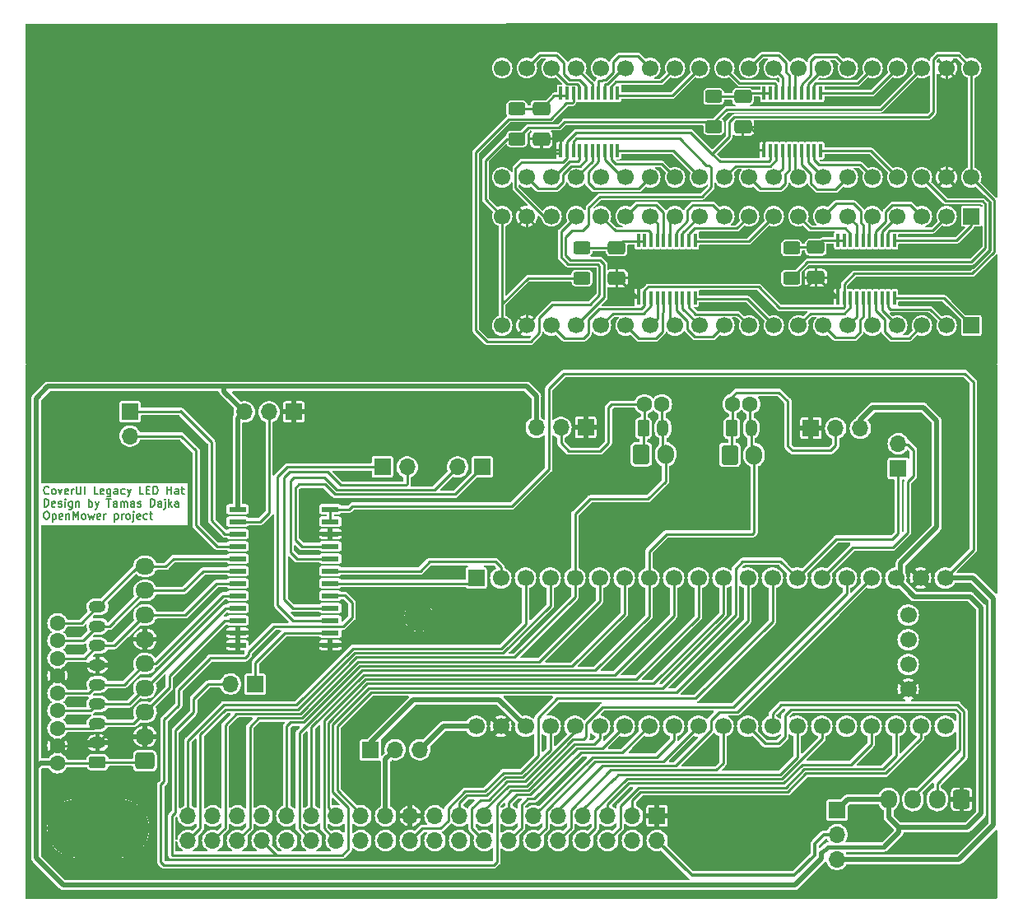
<source format=gbr>
%TF.GenerationSoftware,KiCad,Pcbnew,7.0.10*%
%TF.CreationDate,2024-02-26T10:06:05+01:00*%
%TF.ProjectId,Legacy-LedPanel-HAT,4c656761-6379-42d4-9c65-6450616e656c,rev?*%
%TF.SameCoordinates,Original*%
%TF.FileFunction,Copper,L1,Top*%
%TF.FilePolarity,Positive*%
%FSLAX46Y46*%
G04 Gerber Fmt 4.6, Leading zero omitted, Abs format (unit mm)*
G04 Created by KiCad (PCBNEW 7.0.10) date 2024-02-26 10:06:05*
%MOMM*%
%LPD*%
G01*
G04 APERTURE LIST*
G04 Aperture macros list*
%AMRoundRect*
0 Rectangle with rounded corners*
0 $1 Rounding radius*
0 $2 $3 $4 $5 $6 $7 $8 $9 X,Y pos of 4 corners*
0 Add a 4 corners polygon primitive as box body*
4,1,4,$2,$3,$4,$5,$6,$7,$8,$9,$2,$3,0*
0 Add four circle primitives for the rounded corners*
1,1,$1+$1,$2,$3*
1,1,$1+$1,$4,$5*
1,1,$1+$1,$6,$7*
1,1,$1+$1,$8,$9*
0 Add four rect primitives between the rounded corners*
20,1,$1+$1,$2,$3,$4,$5,0*
20,1,$1+$1,$4,$5,$6,$7,0*
20,1,$1+$1,$6,$7,$8,$9,0*
20,1,$1+$1,$8,$9,$2,$3,0*%
G04 Aperture macros list end*
%ADD10C,0.200000*%
%TA.AperFunction,NonConductor*%
%ADD11C,0.200000*%
%TD*%
%TA.AperFunction,ComponentPad*%
%ADD12R,1.700000X1.700000*%
%TD*%
%TA.AperFunction,ComponentPad*%
%ADD13O,1.700000X1.700000*%
%TD*%
%TA.AperFunction,SMDPad,CuDef*%
%ADD14RoundRect,0.250000X-0.650000X0.412500X-0.650000X-0.412500X0.650000X-0.412500X0.650000X0.412500X0*%
%TD*%
%TA.AperFunction,SMDPad,CuDef*%
%ADD15R,0.354800X1.404099*%
%TD*%
%TA.AperFunction,SMDPad,CuDef*%
%ADD16R,1.792199X0.532600*%
%TD*%
%TA.AperFunction,SMDPad,CuDef*%
%ADD17RoundRect,0.250000X0.625000X-0.400000X0.625000X0.400000X-0.625000X0.400000X-0.625000X-0.400000X0*%
%TD*%
%TA.AperFunction,SMDPad,CuDef*%
%ADD18RoundRect,0.250000X-0.625000X0.400000X-0.625000X-0.400000X0.625000X-0.400000X0.625000X0.400000X0*%
%TD*%
%TA.AperFunction,ComponentPad*%
%ADD19RoundRect,0.250000X-0.600000X-0.750000X0.600000X-0.750000X0.600000X0.750000X-0.600000X0.750000X0*%
%TD*%
%TA.AperFunction,ComponentPad*%
%ADD20O,1.700000X2.000000*%
%TD*%
%TA.AperFunction,ComponentPad*%
%ADD21RoundRect,0.250000X-0.350000X-0.625000X0.350000X-0.625000X0.350000X0.625000X-0.350000X0.625000X0*%
%TD*%
%TA.AperFunction,ComponentPad*%
%ADD22O,1.200000X1.750000*%
%TD*%
%TA.AperFunction,ComponentPad*%
%ADD23C,1.600000*%
%TD*%
%TA.AperFunction,ComponentPad*%
%ADD24C,1.700000*%
%TD*%
%TA.AperFunction,ComponentPad*%
%ADD25RoundRect,0.250000X0.725000X-0.600000X0.725000X0.600000X-0.725000X0.600000X-0.725000X-0.600000X0*%
%TD*%
%TA.AperFunction,ComponentPad*%
%ADD26O,1.950000X1.700000*%
%TD*%
%TA.AperFunction,ComponentPad*%
%ADD27RoundRect,0.250000X0.600000X0.725000X-0.600000X0.725000X-0.600000X-0.725000X0.600000X-0.725000X0*%
%TD*%
%TA.AperFunction,ComponentPad*%
%ADD28O,1.700000X1.950000*%
%TD*%
%TA.AperFunction,ComponentPad*%
%ADD29RoundRect,0.250000X0.625000X-0.350000X0.625000X0.350000X-0.625000X0.350000X-0.625000X-0.350000X0*%
%TD*%
%TA.AperFunction,ComponentPad*%
%ADD30O,1.750000X1.200000*%
%TD*%
%TA.AperFunction,Conductor*%
%ADD31C,0.250000*%
%TD*%
%TA.AperFunction,Conductor*%
%ADD32C,0.500000*%
%TD*%
%TA.AperFunction,Conductor*%
%ADD33C,0.450000*%
%TD*%
%TA.AperFunction,Conductor*%
%ADD34C,0.400000*%
%TD*%
%TA.AperFunction,Conductor*%
%ADD35C,0.350000*%
%TD*%
G04 APERTURE END LIST*
D10*
D11*
X52237397Y-108207304D02*
X52199301Y-108245400D01*
X52199301Y-108245400D02*
X52085016Y-108283495D01*
X52085016Y-108283495D02*
X52008825Y-108283495D01*
X52008825Y-108283495D02*
X51894539Y-108245400D01*
X51894539Y-108245400D02*
X51818349Y-108169209D01*
X51818349Y-108169209D02*
X51780254Y-108093019D01*
X51780254Y-108093019D02*
X51742158Y-107940638D01*
X51742158Y-107940638D02*
X51742158Y-107826352D01*
X51742158Y-107826352D02*
X51780254Y-107673971D01*
X51780254Y-107673971D02*
X51818349Y-107597780D01*
X51818349Y-107597780D02*
X51894539Y-107521590D01*
X51894539Y-107521590D02*
X52008825Y-107483495D01*
X52008825Y-107483495D02*
X52085016Y-107483495D01*
X52085016Y-107483495D02*
X52199301Y-107521590D01*
X52199301Y-107521590D02*
X52237397Y-107559685D01*
X52694539Y-108283495D02*
X52618349Y-108245400D01*
X52618349Y-108245400D02*
X52580254Y-108207304D01*
X52580254Y-108207304D02*
X52542158Y-108131114D01*
X52542158Y-108131114D02*
X52542158Y-107902542D01*
X52542158Y-107902542D02*
X52580254Y-107826352D01*
X52580254Y-107826352D02*
X52618349Y-107788257D01*
X52618349Y-107788257D02*
X52694539Y-107750161D01*
X52694539Y-107750161D02*
X52808825Y-107750161D01*
X52808825Y-107750161D02*
X52885016Y-107788257D01*
X52885016Y-107788257D02*
X52923111Y-107826352D01*
X52923111Y-107826352D02*
X52961206Y-107902542D01*
X52961206Y-107902542D02*
X52961206Y-108131114D01*
X52961206Y-108131114D02*
X52923111Y-108207304D01*
X52923111Y-108207304D02*
X52885016Y-108245400D01*
X52885016Y-108245400D02*
X52808825Y-108283495D01*
X52808825Y-108283495D02*
X52694539Y-108283495D01*
X53227873Y-107750161D02*
X53418349Y-108283495D01*
X53418349Y-108283495D02*
X53608826Y-107750161D01*
X54218350Y-108245400D02*
X54142159Y-108283495D01*
X54142159Y-108283495D02*
X53989778Y-108283495D01*
X53989778Y-108283495D02*
X53913588Y-108245400D01*
X53913588Y-108245400D02*
X53875492Y-108169209D01*
X53875492Y-108169209D02*
X53875492Y-107864447D01*
X53875492Y-107864447D02*
X53913588Y-107788257D01*
X53913588Y-107788257D02*
X53989778Y-107750161D01*
X53989778Y-107750161D02*
X54142159Y-107750161D01*
X54142159Y-107750161D02*
X54218350Y-107788257D01*
X54218350Y-107788257D02*
X54256445Y-107864447D01*
X54256445Y-107864447D02*
X54256445Y-107940638D01*
X54256445Y-107940638D02*
X53875492Y-108016828D01*
X54599302Y-108283495D02*
X54599302Y-107750161D01*
X54599302Y-107902542D02*
X54637397Y-107826352D01*
X54637397Y-107826352D02*
X54675492Y-107788257D01*
X54675492Y-107788257D02*
X54751683Y-107750161D01*
X54751683Y-107750161D02*
X54827873Y-107750161D01*
X55094540Y-107483495D02*
X55094540Y-108131114D01*
X55094540Y-108131114D02*
X55132635Y-108207304D01*
X55132635Y-108207304D02*
X55170730Y-108245400D01*
X55170730Y-108245400D02*
X55246921Y-108283495D01*
X55246921Y-108283495D02*
X55399302Y-108283495D01*
X55399302Y-108283495D02*
X55475492Y-108245400D01*
X55475492Y-108245400D02*
X55513587Y-108207304D01*
X55513587Y-108207304D02*
X55551683Y-108131114D01*
X55551683Y-108131114D02*
X55551683Y-107483495D01*
X55932635Y-108283495D02*
X55932635Y-107483495D01*
X57304063Y-108283495D02*
X56923111Y-108283495D01*
X56923111Y-108283495D02*
X56923111Y-107483495D01*
X57875492Y-108245400D02*
X57799301Y-108283495D01*
X57799301Y-108283495D02*
X57646920Y-108283495D01*
X57646920Y-108283495D02*
X57570730Y-108245400D01*
X57570730Y-108245400D02*
X57532634Y-108169209D01*
X57532634Y-108169209D02*
X57532634Y-107864447D01*
X57532634Y-107864447D02*
X57570730Y-107788257D01*
X57570730Y-107788257D02*
X57646920Y-107750161D01*
X57646920Y-107750161D02*
X57799301Y-107750161D01*
X57799301Y-107750161D02*
X57875492Y-107788257D01*
X57875492Y-107788257D02*
X57913587Y-107864447D01*
X57913587Y-107864447D02*
X57913587Y-107940638D01*
X57913587Y-107940638D02*
X57532634Y-108016828D01*
X58599301Y-107750161D02*
X58599301Y-108397780D01*
X58599301Y-108397780D02*
X58561206Y-108473971D01*
X58561206Y-108473971D02*
X58523110Y-108512066D01*
X58523110Y-108512066D02*
X58446920Y-108550161D01*
X58446920Y-108550161D02*
X58332634Y-108550161D01*
X58332634Y-108550161D02*
X58256444Y-108512066D01*
X58599301Y-108245400D02*
X58523110Y-108283495D01*
X58523110Y-108283495D02*
X58370729Y-108283495D01*
X58370729Y-108283495D02*
X58294539Y-108245400D01*
X58294539Y-108245400D02*
X58256444Y-108207304D01*
X58256444Y-108207304D02*
X58218348Y-108131114D01*
X58218348Y-108131114D02*
X58218348Y-107902542D01*
X58218348Y-107902542D02*
X58256444Y-107826352D01*
X58256444Y-107826352D02*
X58294539Y-107788257D01*
X58294539Y-107788257D02*
X58370729Y-107750161D01*
X58370729Y-107750161D02*
X58523110Y-107750161D01*
X58523110Y-107750161D02*
X58599301Y-107788257D01*
X59323111Y-108283495D02*
X59323111Y-107864447D01*
X59323111Y-107864447D02*
X59285016Y-107788257D01*
X59285016Y-107788257D02*
X59208825Y-107750161D01*
X59208825Y-107750161D02*
X59056444Y-107750161D01*
X59056444Y-107750161D02*
X58980254Y-107788257D01*
X59323111Y-108245400D02*
X59246920Y-108283495D01*
X59246920Y-108283495D02*
X59056444Y-108283495D01*
X59056444Y-108283495D02*
X58980254Y-108245400D01*
X58980254Y-108245400D02*
X58942158Y-108169209D01*
X58942158Y-108169209D02*
X58942158Y-108093019D01*
X58942158Y-108093019D02*
X58980254Y-108016828D01*
X58980254Y-108016828D02*
X59056444Y-107978733D01*
X59056444Y-107978733D02*
X59246920Y-107978733D01*
X59246920Y-107978733D02*
X59323111Y-107940638D01*
X60046921Y-108245400D02*
X59970730Y-108283495D01*
X59970730Y-108283495D02*
X59818349Y-108283495D01*
X59818349Y-108283495D02*
X59742159Y-108245400D01*
X59742159Y-108245400D02*
X59704064Y-108207304D01*
X59704064Y-108207304D02*
X59665968Y-108131114D01*
X59665968Y-108131114D02*
X59665968Y-107902542D01*
X59665968Y-107902542D02*
X59704064Y-107826352D01*
X59704064Y-107826352D02*
X59742159Y-107788257D01*
X59742159Y-107788257D02*
X59818349Y-107750161D01*
X59818349Y-107750161D02*
X59970730Y-107750161D01*
X59970730Y-107750161D02*
X60046921Y-107788257D01*
X60313587Y-107750161D02*
X60504063Y-108283495D01*
X60694540Y-107750161D02*
X60504063Y-108283495D01*
X60504063Y-108283495D02*
X60427873Y-108473971D01*
X60427873Y-108473971D02*
X60389778Y-108512066D01*
X60389778Y-108512066D02*
X60313587Y-108550161D01*
X61989778Y-108283495D02*
X61608826Y-108283495D01*
X61608826Y-108283495D02*
X61608826Y-107483495D01*
X62256445Y-107864447D02*
X62523111Y-107864447D01*
X62637397Y-108283495D02*
X62256445Y-108283495D01*
X62256445Y-108283495D02*
X62256445Y-107483495D01*
X62256445Y-107483495D02*
X62637397Y-107483495D01*
X62980255Y-108283495D02*
X62980255Y-107483495D01*
X62980255Y-107483495D02*
X63170731Y-107483495D01*
X63170731Y-107483495D02*
X63285017Y-107521590D01*
X63285017Y-107521590D02*
X63361207Y-107597780D01*
X63361207Y-107597780D02*
X63399302Y-107673971D01*
X63399302Y-107673971D02*
X63437398Y-107826352D01*
X63437398Y-107826352D02*
X63437398Y-107940638D01*
X63437398Y-107940638D02*
X63399302Y-108093019D01*
X63399302Y-108093019D02*
X63361207Y-108169209D01*
X63361207Y-108169209D02*
X63285017Y-108245400D01*
X63285017Y-108245400D02*
X63170731Y-108283495D01*
X63170731Y-108283495D02*
X62980255Y-108283495D01*
X64389779Y-108283495D02*
X64389779Y-107483495D01*
X64389779Y-107864447D02*
X64846922Y-107864447D01*
X64846922Y-108283495D02*
X64846922Y-107483495D01*
X65570731Y-108283495D02*
X65570731Y-107864447D01*
X65570731Y-107864447D02*
X65532636Y-107788257D01*
X65532636Y-107788257D02*
X65456445Y-107750161D01*
X65456445Y-107750161D02*
X65304064Y-107750161D01*
X65304064Y-107750161D02*
X65227874Y-107788257D01*
X65570731Y-108245400D02*
X65494540Y-108283495D01*
X65494540Y-108283495D02*
X65304064Y-108283495D01*
X65304064Y-108283495D02*
X65227874Y-108245400D01*
X65227874Y-108245400D02*
X65189778Y-108169209D01*
X65189778Y-108169209D02*
X65189778Y-108093019D01*
X65189778Y-108093019D02*
X65227874Y-108016828D01*
X65227874Y-108016828D02*
X65304064Y-107978733D01*
X65304064Y-107978733D02*
X65494540Y-107978733D01*
X65494540Y-107978733D02*
X65570731Y-107940638D01*
X65837398Y-107750161D02*
X66142160Y-107750161D01*
X65951684Y-107483495D02*
X65951684Y-108169209D01*
X65951684Y-108169209D02*
X65989779Y-108245400D01*
X65989779Y-108245400D02*
X66065969Y-108283495D01*
X66065969Y-108283495D02*
X66142160Y-108283495D01*
X51780254Y-109571495D02*
X51780254Y-108771495D01*
X51780254Y-108771495D02*
X51970730Y-108771495D01*
X51970730Y-108771495D02*
X52085016Y-108809590D01*
X52085016Y-108809590D02*
X52161206Y-108885780D01*
X52161206Y-108885780D02*
X52199301Y-108961971D01*
X52199301Y-108961971D02*
X52237397Y-109114352D01*
X52237397Y-109114352D02*
X52237397Y-109228638D01*
X52237397Y-109228638D02*
X52199301Y-109381019D01*
X52199301Y-109381019D02*
X52161206Y-109457209D01*
X52161206Y-109457209D02*
X52085016Y-109533400D01*
X52085016Y-109533400D02*
X51970730Y-109571495D01*
X51970730Y-109571495D02*
X51780254Y-109571495D01*
X52885016Y-109533400D02*
X52808825Y-109571495D01*
X52808825Y-109571495D02*
X52656444Y-109571495D01*
X52656444Y-109571495D02*
X52580254Y-109533400D01*
X52580254Y-109533400D02*
X52542158Y-109457209D01*
X52542158Y-109457209D02*
X52542158Y-109152447D01*
X52542158Y-109152447D02*
X52580254Y-109076257D01*
X52580254Y-109076257D02*
X52656444Y-109038161D01*
X52656444Y-109038161D02*
X52808825Y-109038161D01*
X52808825Y-109038161D02*
X52885016Y-109076257D01*
X52885016Y-109076257D02*
X52923111Y-109152447D01*
X52923111Y-109152447D02*
X52923111Y-109228638D01*
X52923111Y-109228638D02*
X52542158Y-109304828D01*
X53227872Y-109533400D02*
X53304063Y-109571495D01*
X53304063Y-109571495D02*
X53456444Y-109571495D01*
X53456444Y-109571495D02*
X53532634Y-109533400D01*
X53532634Y-109533400D02*
X53570730Y-109457209D01*
X53570730Y-109457209D02*
X53570730Y-109419114D01*
X53570730Y-109419114D02*
X53532634Y-109342923D01*
X53532634Y-109342923D02*
X53456444Y-109304828D01*
X53456444Y-109304828D02*
X53342158Y-109304828D01*
X53342158Y-109304828D02*
X53265968Y-109266733D01*
X53265968Y-109266733D02*
X53227872Y-109190542D01*
X53227872Y-109190542D02*
X53227872Y-109152447D01*
X53227872Y-109152447D02*
X53265968Y-109076257D01*
X53265968Y-109076257D02*
X53342158Y-109038161D01*
X53342158Y-109038161D02*
X53456444Y-109038161D01*
X53456444Y-109038161D02*
X53532634Y-109076257D01*
X53913587Y-109571495D02*
X53913587Y-109038161D01*
X53913587Y-108771495D02*
X53875491Y-108809590D01*
X53875491Y-108809590D02*
X53913587Y-108847685D01*
X53913587Y-108847685D02*
X53951682Y-108809590D01*
X53951682Y-108809590D02*
X53913587Y-108771495D01*
X53913587Y-108771495D02*
X53913587Y-108847685D01*
X54637396Y-109038161D02*
X54637396Y-109685780D01*
X54637396Y-109685780D02*
X54599301Y-109761971D01*
X54599301Y-109761971D02*
X54561205Y-109800066D01*
X54561205Y-109800066D02*
X54485015Y-109838161D01*
X54485015Y-109838161D02*
X54370729Y-109838161D01*
X54370729Y-109838161D02*
X54294539Y-109800066D01*
X54637396Y-109533400D02*
X54561205Y-109571495D01*
X54561205Y-109571495D02*
X54408824Y-109571495D01*
X54408824Y-109571495D02*
X54332634Y-109533400D01*
X54332634Y-109533400D02*
X54294539Y-109495304D01*
X54294539Y-109495304D02*
X54256443Y-109419114D01*
X54256443Y-109419114D02*
X54256443Y-109190542D01*
X54256443Y-109190542D02*
X54294539Y-109114352D01*
X54294539Y-109114352D02*
X54332634Y-109076257D01*
X54332634Y-109076257D02*
X54408824Y-109038161D01*
X54408824Y-109038161D02*
X54561205Y-109038161D01*
X54561205Y-109038161D02*
X54637396Y-109076257D01*
X55018349Y-109038161D02*
X55018349Y-109571495D01*
X55018349Y-109114352D02*
X55056444Y-109076257D01*
X55056444Y-109076257D02*
X55132634Y-109038161D01*
X55132634Y-109038161D02*
X55246920Y-109038161D01*
X55246920Y-109038161D02*
X55323111Y-109076257D01*
X55323111Y-109076257D02*
X55361206Y-109152447D01*
X55361206Y-109152447D02*
X55361206Y-109571495D01*
X56351683Y-109571495D02*
X56351683Y-108771495D01*
X56351683Y-109076257D02*
X56427873Y-109038161D01*
X56427873Y-109038161D02*
X56580254Y-109038161D01*
X56580254Y-109038161D02*
X56656445Y-109076257D01*
X56656445Y-109076257D02*
X56694540Y-109114352D01*
X56694540Y-109114352D02*
X56732635Y-109190542D01*
X56732635Y-109190542D02*
X56732635Y-109419114D01*
X56732635Y-109419114D02*
X56694540Y-109495304D01*
X56694540Y-109495304D02*
X56656445Y-109533400D01*
X56656445Y-109533400D02*
X56580254Y-109571495D01*
X56580254Y-109571495D02*
X56427873Y-109571495D01*
X56427873Y-109571495D02*
X56351683Y-109533400D01*
X56999302Y-109038161D02*
X57189778Y-109571495D01*
X57380255Y-109038161D02*
X57189778Y-109571495D01*
X57189778Y-109571495D02*
X57113588Y-109761971D01*
X57113588Y-109761971D02*
X57075493Y-109800066D01*
X57075493Y-109800066D02*
X56999302Y-109838161D01*
X58180255Y-108771495D02*
X58637398Y-108771495D01*
X58408826Y-109571495D02*
X58408826Y-108771495D01*
X59246922Y-109571495D02*
X59246922Y-109152447D01*
X59246922Y-109152447D02*
X59208827Y-109076257D01*
X59208827Y-109076257D02*
X59132636Y-109038161D01*
X59132636Y-109038161D02*
X58980255Y-109038161D01*
X58980255Y-109038161D02*
X58904065Y-109076257D01*
X59246922Y-109533400D02*
X59170731Y-109571495D01*
X59170731Y-109571495D02*
X58980255Y-109571495D01*
X58980255Y-109571495D02*
X58904065Y-109533400D01*
X58904065Y-109533400D02*
X58865969Y-109457209D01*
X58865969Y-109457209D02*
X58865969Y-109381019D01*
X58865969Y-109381019D02*
X58904065Y-109304828D01*
X58904065Y-109304828D02*
X58980255Y-109266733D01*
X58980255Y-109266733D02*
X59170731Y-109266733D01*
X59170731Y-109266733D02*
X59246922Y-109228638D01*
X59627875Y-109571495D02*
X59627875Y-109038161D01*
X59627875Y-109114352D02*
X59665970Y-109076257D01*
X59665970Y-109076257D02*
X59742160Y-109038161D01*
X59742160Y-109038161D02*
X59856446Y-109038161D01*
X59856446Y-109038161D02*
X59932637Y-109076257D01*
X59932637Y-109076257D02*
X59970732Y-109152447D01*
X59970732Y-109152447D02*
X59970732Y-109571495D01*
X59970732Y-109152447D02*
X60008827Y-109076257D01*
X60008827Y-109076257D02*
X60085018Y-109038161D01*
X60085018Y-109038161D02*
X60199303Y-109038161D01*
X60199303Y-109038161D02*
X60275494Y-109076257D01*
X60275494Y-109076257D02*
X60313589Y-109152447D01*
X60313589Y-109152447D02*
X60313589Y-109571495D01*
X61037399Y-109571495D02*
X61037399Y-109152447D01*
X61037399Y-109152447D02*
X60999304Y-109076257D01*
X60999304Y-109076257D02*
X60923113Y-109038161D01*
X60923113Y-109038161D02*
X60770732Y-109038161D01*
X60770732Y-109038161D02*
X60694542Y-109076257D01*
X61037399Y-109533400D02*
X60961208Y-109571495D01*
X60961208Y-109571495D02*
X60770732Y-109571495D01*
X60770732Y-109571495D02*
X60694542Y-109533400D01*
X60694542Y-109533400D02*
X60656446Y-109457209D01*
X60656446Y-109457209D02*
X60656446Y-109381019D01*
X60656446Y-109381019D02*
X60694542Y-109304828D01*
X60694542Y-109304828D02*
X60770732Y-109266733D01*
X60770732Y-109266733D02*
X60961208Y-109266733D01*
X60961208Y-109266733D02*
X61037399Y-109228638D01*
X61380256Y-109533400D02*
X61456447Y-109571495D01*
X61456447Y-109571495D02*
X61608828Y-109571495D01*
X61608828Y-109571495D02*
X61685018Y-109533400D01*
X61685018Y-109533400D02*
X61723114Y-109457209D01*
X61723114Y-109457209D02*
X61723114Y-109419114D01*
X61723114Y-109419114D02*
X61685018Y-109342923D01*
X61685018Y-109342923D02*
X61608828Y-109304828D01*
X61608828Y-109304828D02*
X61494542Y-109304828D01*
X61494542Y-109304828D02*
X61418352Y-109266733D01*
X61418352Y-109266733D02*
X61380256Y-109190542D01*
X61380256Y-109190542D02*
X61380256Y-109152447D01*
X61380256Y-109152447D02*
X61418352Y-109076257D01*
X61418352Y-109076257D02*
X61494542Y-109038161D01*
X61494542Y-109038161D02*
X61608828Y-109038161D01*
X61608828Y-109038161D02*
X61685018Y-109076257D01*
X62675495Y-109571495D02*
X62675495Y-108771495D01*
X62675495Y-108771495D02*
X62865971Y-108771495D01*
X62865971Y-108771495D02*
X62980257Y-108809590D01*
X62980257Y-108809590D02*
X63056447Y-108885780D01*
X63056447Y-108885780D02*
X63094542Y-108961971D01*
X63094542Y-108961971D02*
X63132638Y-109114352D01*
X63132638Y-109114352D02*
X63132638Y-109228638D01*
X63132638Y-109228638D02*
X63094542Y-109381019D01*
X63094542Y-109381019D02*
X63056447Y-109457209D01*
X63056447Y-109457209D02*
X62980257Y-109533400D01*
X62980257Y-109533400D02*
X62865971Y-109571495D01*
X62865971Y-109571495D02*
X62675495Y-109571495D01*
X63818352Y-109571495D02*
X63818352Y-109152447D01*
X63818352Y-109152447D02*
X63780257Y-109076257D01*
X63780257Y-109076257D02*
X63704066Y-109038161D01*
X63704066Y-109038161D02*
X63551685Y-109038161D01*
X63551685Y-109038161D02*
X63475495Y-109076257D01*
X63818352Y-109533400D02*
X63742161Y-109571495D01*
X63742161Y-109571495D02*
X63551685Y-109571495D01*
X63551685Y-109571495D02*
X63475495Y-109533400D01*
X63475495Y-109533400D02*
X63437399Y-109457209D01*
X63437399Y-109457209D02*
X63437399Y-109381019D01*
X63437399Y-109381019D02*
X63475495Y-109304828D01*
X63475495Y-109304828D02*
X63551685Y-109266733D01*
X63551685Y-109266733D02*
X63742161Y-109266733D01*
X63742161Y-109266733D02*
X63818352Y-109228638D01*
X64199305Y-109038161D02*
X64199305Y-109723876D01*
X64199305Y-109723876D02*
X64161209Y-109800066D01*
X64161209Y-109800066D02*
X64085019Y-109838161D01*
X64085019Y-109838161D02*
X64046924Y-109838161D01*
X64199305Y-108771495D02*
X64161209Y-108809590D01*
X64161209Y-108809590D02*
X64199305Y-108847685D01*
X64199305Y-108847685D02*
X64237400Y-108809590D01*
X64237400Y-108809590D02*
X64199305Y-108771495D01*
X64199305Y-108771495D02*
X64199305Y-108847685D01*
X64580257Y-109571495D02*
X64580257Y-108771495D01*
X64656447Y-109266733D02*
X64885019Y-109571495D01*
X64885019Y-109038161D02*
X64580257Y-109342923D01*
X65570733Y-109571495D02*
X65570733Y-109152447D01*
X65570733Y-109152447D02*
X65532638Y-109076257D01*
X65532638Y-109076257D02*
X65456447Y-109038161D01*
X65456447Y-109038161D02*
X65304066Y-109038161D01*
X65304066Y-109038161D02*
X65227876Y-109076257D01*
X65570733Y-109533400D02*
X65494542Y-109571495D01*
X65494542Y-109571495D02*
X65304066Y-109571495D01*
X65304066Y-109571495D02*
X65227876Y-109533400D01*
X65227876Y-109533400D02*
X65189780Y-109457209D01*
X65189780Y-109457209D02*
X65189780Y-109381019D01*
X65189780Y-109381019D02*
X65227876Y-109304828D01*
X65227876Y-109304828D02*
X65304066Y-109266733D01*
X65304066Y-109266733D02*
X65494542Y-109266733D01*
X65494542Y-109266733D02*
X65570733Y-109228638D01*
X51932635Y-110059495D02*
X52085016Y-110059495D01*
X52085016Y-110059495D02*
X52161206Y-110097590D01*
X52161206Y-110097590D02*
X52237397Y-110173780D01*
X52237397Y-110173780D02*
X52275492Y-110326161D01*
X52275492Y-110326161D02*
X52275492Y-110592828D01*
X52275492Y-110592828D02*
X52237397Y-110745209D01*
X52237397Y-110745209D02*
X52161206Y-110821400D01*
X52161206Y-110821400D02*
X52085016Y-110859495D01*
X52085016Y-110859495D02*
X51932635Y-110859495D01*
X51932635Y-110859495D02*
X51856444Y-110821400D01*
X51856444Y-110821400D02*
X51780254Y-110745209D01*
X51780254Y-110745209D02*
X51742158Y-110592828D01*
X51742158Y-110592828D02*
X51742158Y-110326161D01*
X51742158Y-110326161D02*
X51780254Y-110173780D01*
X51780254Y-110173780D02*
X51856444Y-110097590D01*
X51856444Y-110097590D02*
X51932635Y-110059495D01*
X52618349Y-110326161D02*
X52618349Y-111126161D01*
X52618349Y-110364257D02*
X52694539Y-110326161D01*
X52694539Y-110326161D02*
X52846920Y-110326161D01*
X52846920Y-110326161D02*
X52923111Y-110364257D01*
X52923111Y-110364257D02*
X52961206Y-110402352D01*
X52961206Y-110402352D02*
X52999301Y-110478542D01*
X52999301Y-110478542D02*
X52999301Y-110707114D01*
X52999301Y-110707114D02*
X52961206Y-110783304D01*
X52961206Y-110783304D02*
X52923111Y-110821400D01*
X52923111Y-110821400D02*
X52846920Y-110859495D01*
X52846920Y-110859495D02*
X52694539Y-110859495D01*
X52694539Y-110859495D02*
X52618349Y-110821400D01*
X53646921Y-110821400D02*
X53570730Y-110859495D01*
X53570730Y-110859495D02*
X53418349Y-110859495D01*
X53418349Y-110859495D02*
X53342159Y-110821400D01*
X53342159Y-110821400D02*
X53304063Y-110745209D01*
X53304063Y-110745209D02*
X53304063Y-110440447D01*
X53304063Y-110440447D02*
X53342159Y-110364257D01*
X53342159Y-110364257D02*
X53418349Y-110326161D01*
X53418349Y-110326161D02*
X53570730Y-110326161D01*
X53570730Y-110326161D02*
X53646921Y-110364257D01*
X53646921Y-110364257D02*
X53685016Y-110440447D01*
X53685016Y-110440447D02*
X53685016Y-110516638D01*
X53685016Y-110516638D02*
X53304063Y-110592828D01*
X54027873Y-110326161D02*
X54027873Y-110859495D01*
X54027873Y-110402352D02*
X54065968Y-110364257D01*
X54065968Y-110364257D02*
X54142158Y-110326161D01*
X54142158Y-110326161D02*
X54256444Y-110326161D01*
X54256444Y-110326161D02*
X54332635Y-110364257D01*
X54332635Y-110364257D02*
X54370730Y-110440447D01*
X54370730Y-110440447D02*
X54370730Y-110859495D01*
X54751683Y-110859495D02*
X54751683Y-110059495D01*
X54751683Y-110059495D02*
X55018349Y-110630923D01*
X55018349Y-110630923D02*
X55285016Y-110059495D01*
X55285016Y-110059495D02*
X55285016Y-110859495D01*
X55780254Y-110859495D02*
X55704064Y-110821400D01*
X55704064Y-110821400D02*
X55665969Y-110783304D01*
X55665969Y-110783304D02*
X55627873Y-110707114D01*
X55627873Y-110707114D02*
X55627873Y-110478542D01*
X55627873Y-110478542D02*
X55665969Y-110402352D01*
X55665969Y-110402352D02*
X55704064Y-110364257D01*
X55704064Y-110364257D02*
X55780254Y-110326161D01*
X55780254Y-110326161D02*
X55894540Y-110326161D01*
X55894540Y-110326161D02*
X55970731Y-110364257D01*
X55970731Y-110364257D02*
X56008826Y-110402352D01*
X56008826Y-110402352D02*
X56046921Y-110478542D01*
X56046921Y-110478542D02*
X56046921Y-110707114D01*
X56046921Y-110707114D02*
X56008826Y-110783304D01*
X56008826Y-110783304D02*
X55970731Y-110821400D01*
X55970731Y-110821400D02*
X55894540Y-110859495D01*
X55894540Y-110859495D02*
X55780254Y-110859495D01*
X56313588Y-110326161D02*
X56465969Y-110859495D01*
X56465969Y-110859495D02*
X56618350Y-110478542D01*
X56618350Y-110478542D02*
X56770731Y-110859495D01*
X56770731Y-110859495D02*
X56923112Y-110326161D01*
X57532636Y-110821400D02*
X57456445Y-110859495D01*
X57456445Y-110859495D02*
X57304064Y-110859495D01*
X57304064Y-110859495D02*
X57227874Y-110821400D01*
X57227874Y-110821400D02*
X57189778Y-110745209D01*
X57189778Y-110745209D02*
X57189778Y-110440447D01*
X57189778Y-110440447D02*
X57227874Y-110364257D01*
X57227874Y-110364257D02*
X57304064Y-110326161D01*
X57304064Y-110326161D02*
X57456445Y-110326161D01*
X57456445Y-110326161D02*
X57532636Y-110364257D01*
X57532636Y-110364257D02*
X57570731Y-110440447D01*
X57570731Y-110440447D02*
X57570731Y-110516638D01*
X57570731Y-110516638D02*
X57189778Y-110592828D01*
X57913588Y-110859495D02*
X57913588Y-110326161D01*
X57913588Y-110478542D02*
X57951683Y-110402352D01*
X57951683Y-110402352D02*
X57989778Y-110364257D01*
X57989778Y-110364257D02*
X58065969Y-110326161D01*
X58065969Y-110326161D02*
X58142159Y-110326161D01*
X59018350Y-110326161D02*
X59018350Y-111126161D01*
X59018350Y-110364257D02*
X59094540Y-110326161D01*
X59094540Y-110326161D02*
X59246921Y-110326161D01*
X59246921Y-110326161D02*
X59323112Y-110364257D01*
X59323112Y-110364257D02*
X59361207Y-110402352D01*
X59361207Y-110402352D02*
X59399302Y-110478542D01*
X59399302Y-110478542D02*
X59399302Y-110707114D01*
X59399302Y-110707114D02*
X59361207Y-110783304D01*
X59361207Y-110783304D02*
X59323112Y-110821400D01*
X59323112Y-110821400D02*
X59246921Y-110859495D01*
X59246921Y-110859495D02*
X59094540Y-110859495D01*
X59094540Y-110859495D02*
X59018350Y-110821400D01*
X59742160Y-110859495D02*
X59742160Y-110326161D01*
X59742160Y-110478542D02*
X59780255Y-110402352D01*
X59780255Y-110402352D02*
X59818350Y-110364257D01*
X59818350Y-110364257D02*
X59894541Y-110326161D01*
X59894541Y-110326161D02*
X59970731Y-110326161D01*
X60351683Y-110859495D02*
X60275493Y-110821400D01*
X60275493Y-110821400D02*
X60237398Y-110783304D01*
X60237398Y-110783304D02*
X60199302Y-110707114D01*
X60199302Y-110707114D02*
X60199302Y-110478542D01*
X60199302Y-110478542D02*
X60237398Y-110402352D01*
X60237398Y-110402352D02*
X60275493Y-110364257D01*
X60275493Y-110364257D02*
X60351683Y-110326161D01*
X60351683Y-110326161D02*
X60465969Y-110326161D01*
X60465969Y-110326161D02*
X60542160Y-110364257D01*
X60542160Y-110364257D02*
X60580255Y-110402352D01*
X60580255Y-110402352D02*
X60618350Y-110478542D01*
X60618350Y-110478542D02*
X60618350Y-110707114D01*
X60618350Y-110707114D02*
X60580255Y-110783304D01*
X60580255Y-110783304D02*
X60542160Y-110821400D01*
X60542160Y-110821400D02*
X60465969Y-110859495D01*
X60465969Y-110859495D02*
X60351683Y-110859495D01*
X60961208Y-110326161D02*
X60961208Y-111011876D01*
X60961208Y-111011876D02*
X60923112Y-111088066D01*
X60923112Y-111088066D02*
X60846922Y-111126161D01*
X60846922Y-111126161D02*
X60808827Y-111126161D01*
X60961208Y-110059495D02*
X60923112Y-110097590D01*
X60923112Y-110097590D02*
X60961208Y-110135685D01*
X60961208Y-110135685D02*
X60999303Y-110097590D01*
X60999303Y-110097590D02*
X60961208Y-110059495D01*
X60961208Y-110059495D02*
X60961208Y-110135685D01*
X61646922Y-110821400D02*
X61570731Y-110859495D01*
X61570731Y-110859495D02*
X61418350Y-110859495D01*
X61418350Y-110859495D02*
X61342160Y-110821400D01*
X61342160Y-110821400D02*
X61304064Y-110745209D01*
X61304064Y-110745209D02*
X61304064Y-110440447D01*
X61304064Y-110440447D02*
X61342160Y-110364257D01*
X61342160Y-110364257D02*
X61418350Y-110326161D01*
X61418350Y-110326161D02*
X61570731Y-110326161D01*
X61570731Y-110326161D02*
X61646922Y-110364257D01*
X61646922Y-110364257D02*
X61685017Y-110440447D01*
X61685017Y-110440447D02*
X61685017Y-110516638D01*
X61685017Y-110516638D02*
X61304064Y-110592828D01*
X62370731Y-110821400D02*
X62294540Y-110859495D01*
X62294540Y-110859495D02*
X62142159Y-110859495D01*
X62142159Y-110859495D02*
X62065969Y-110821400D01*
X62065969Y-110821400D02*
X62027874Y-110783304D01*
X62027874Y-110783304D02*
X61989778Y-110707114D01*
X61989778Y-110707114D02*
X61989778Y-110478542D01*
X61989778Y-110478542D02*
X62027874Y-110402352D01*
X62027874Y-110402352D02*
X62065969Y-110364257D01*
X62065969Y-110364257D02*
X62142159Y-110326161D01*
X62142159Y-110326161D02*
X62294540Y-110326161D01*
X62294540Y-110326161D02*
X62370731Y-110364257D01*
X62599302Y-110326161D02*
X62904064Y-110326161D01*
X62713588Y-110059495D02*
X62713588Y-110745209D01*
X62713588Y-110745209D02*
X62751683Y-110821400D01*
X62751683Y-110821400D02*
X62827873Y-110859495D01*
X62827873Y-110859495D02*
X62904064Y-110859495D01*
D12*
%TO.P,JP2,1,A*%
%TO.N,Net-(JP1-B)*%
X133322400Y-140762000D03*
D13*
%TO.P,JP2,2,C*%
%TO.N,/VCC*%
X133322400Y-143302000D03*
%TO.P,JP2,3,B*%
%TO.N,Net-(JP2-B)*%
X133322400Y-145842000D03*
%TD*%
D14*
%TO.P,C2,1*%
%TO.N,Net-(U6-EN)*%
X123645000Y-67382500D03*
%TO.P,C2,2*%
%TO.N,GND*%
X123645000Y-70507500D03*
%TD*%
D15*
%TO.P,U6,1,GND*%
%TO.N,GND*%
X125795002Y-72945000D03*
%TO.P,U6,2,REFA*%
%TO.N,Net-(U4-REFA)*%
X126445003Y-72945000D03*
%TO.P,U6,3,A1*%
%TO.N,Net-(U6-A1)*%
X127095001Y-72945000D03*
%TO.P,U6,4,A2*%
%TO.N,Net-(U6-A2)*%
X127745003Y-72945000D03*
%TO.P,U6,5,A3*%
%TO.N,Net-(U6-A3)*%
X128395001Y-72945000D03*
%TO.P,U6,6,A4*%
%TO.N,Net-(U6-A4)*%
X129045000Y-72945000D03*
%TO.P,U6,7,A5*%
%TO.N,Net-(U6-A5)*%
X129695001Y-72945000D03*
%TO.P,U6,8,A6*%
%TO.N,Net-(U6-A6)*%
X130345000Y-72945000D03*
%TO.P,U6,9,A7*%
%TO.N,Net-(U6-A7)*%
X130995001Y-72945000D03*
%TO.P,U6,10,A8*%
%TO.N,Net-(U6-A8)*%
X131645000Y-72945000D03*
%TO.P,U6,11,B8*%
%TO.N,Net-(U3-PB10)*%
X131645002Y-67045104D03*
%TO.P,U6,12,B7*%
%TO.N,Net-(U3-PB2)*%
X130995004Y-67045104D03*
%TO.P,U6,13,B6*%
%TO.N,Net-(U3-PB0)*%
X130345003Y-67045104D03*
%TO.P,U6,14,B5*%
%TO.N,Net-(U3-PB1)*%
X129695004Y-67045104D03*
%TO.P,U6,15,B4*%
%TO.N,Net-(U3-PA7)*%
X129045003Y-67045104D03*
%TO.P,U6,16,B3*%
%TO.N,Net-(U3-PA5)*%
X128395004Y-67045104D03*
%TO.P,U6,17,B2*%
%TO.N,Net-(U3-PA6)*%
X127745003Y-67045104D03*
%TO.P,U6,18,B1*%
%TO.N,Net-(U3-PA4)*%
X127095004Y-67045104D03*
%TO.P,U6,19,REFB*%
%TO.N,Net-(U6-EN)*%
X126445003Y-67045104D03*
%TO.P,U6,20,EN*%
X125795004Y-67045104D03*
%TD*%
D16*
%TO.P,U2,1,VCCA*%
%TO.N,+5V*%
X71651200Y-109824800D03*
%TO.P,U2,2,DIR*%
%TO.N,Net-(JP15-C)*%
X71651200Y-111094800D03*
%TO.P,U2,3,A0*%
%TO.N,Net-(J12-Pin_1)*%
X71651200Y-112364800D03*
%TO.P,U2,4,A1*%
%TO.N,Net-(J12-Pin_2)*%
X71651200Y-113634800D03*
%TO.P,U2,5,A2*%
%TO.N,/ESTOP2_5V*%
X71651200Y-114904800D03*
%TO.P,U2,6,A3*%
%TO.N,/ESTOP1_5V*%
X71651200Y-116174800D03*
%TO.P,U2,7,A4*%
%TO.N,/RAIN_5V*%
X71651200Y-117444800D03*
%TO.P,U2,8,A5*%
%TO.N,/S2_5V*%
X71651200Y-118714800D03*
%TO.P,U2,9,A6*%
%TO.N,/S1_5V*%
X71651200Y-119984800D03*
%TO.P,U2,10,A7*%
%TO.N,/SOUT_5V*%
X71651200Y-121254800D03*
%TO.P,U2,11,GND*%
%TO.N,GND*%
X71651200Y-122524800D03*
%TO.P,U2,12,GND*%
X71651200Y-123794800D03*
%TO.P,U2,13,GND*%
X81201600Y-123794800D03*
%TO.P,U2,14,B7*%
%TO.N,/SOUT_LS*%
X81201600Y-122524800D03*
%TO.P,U2,15,B6*%
%TO.N,/S1_LS*%
X81201600Y-121254800D03*
%TO.P,U2,16,B5*%
%TO.N,/S2_LS*%
X81201600Y-119984800D03*
%TO.P,U2,17,B4*%
%TO.N,/RAIN*%
X81201600Y-118714800D03*
%TO.P,U2,18,B3*%
%TO.N,/ESTOP1*%
X81201600Y-117444800D03*
%TO.P,U2,19,B2*%
%TO.N,/ESTOP2*%
X81201600Y-116174800D03*
%TO.P,U2,20,B1*%
%TO.N,Net-(J13-Pin_2)*%
X81201600Y-114904800D03*
%TO.P,U2,21,B0*%
%TO.N,Net-(J13-Pin_1)*%
X81201600Y-113634800D03*
%TO.P,U2,22,OE\u002A*%
%TO.N,GND*%
X81201600Y-112364800D03*
%TO.P,U2,23,VCCB*%
%TO.N,Net-(JP2-B)*%
X81201600Y-111094800D03*
%TO.P,U2,24,VCCB*%
X81201600Y-109824800D03*
%TD*%
D17*
%TO.P,R2,1*%
%TO.N,Net-(R1-Pad2)*%
X120645000Y-70495000D03*
%TO.P,R2,2*%
%TO.N,Net-(U6-EN)*%
X120645000Y-67395000D03*
%TD*%
D12*
%TO.P,JP7,1,A*%
%TO.N,GND*%
X107465200Y-101417400D03*
D13*
%TO.P,JP7,2,C*%
%TO.N,Net-(J3-Pin_1)*%
X104925200Y-101417400D03*
%TO.P,JP7,3,B*%
%TO.N,+5V*%
X102385200Y-101417400D03*
%TD*%
D12*
%TO.P,JP15,1,A*%
%TO.N,GND*%
X77442400Y-99817200D03*
D13*
%TO.P,JP15,2,C*%
%TO.N,Net-(JP15-C)*%
X74902400Y-99817200D03*
%TO.P,JP15,3,B*%
%TO.N,+5V*%
X72362400Y-99817200D03*
%TD*%
D12*
%TO.P,JP1,1,A*%
%TO.N,Net-(JP1-A)*%
X85331400Y-134564400D03*
D13*
%TO.P,JP1,2,C*%
%TO.N,/VCC*%
X87871400Y-134564400D03*
%TO.P,JP1,3,B*%
%TO.N,Net-(JP1-B)*%
X90411400Y-134564400D03*
%TD*%
D18*
%TO.P,R3,1*%
%TO.N,Net-(U7-EN)*%
X128645000Y-82945000D03*
%TO.P,R3,2*%
%TO.N,Net-(R1-Pad2)*%
X128645000Y-86045000D03*
%TD*%
D14*
%TO.P,C4,1*%
%TO.N,Net-(U4-EN)*%
X110645000Y-82945000D03*
%TO.P,C4,2*%
%TO.N,GND*%
X110645000Y-86070000D03*
%TD*%
D12*
%TO.P,J5,1,Pin_1*%
%TO.N,/SOUT_LS*%
X73485000Y-127808000D03*
D13*
%TO.P,J5,2,Pin_2*%
%TO.N,/JP1-10 LiftX*%
X70945000Y-127808000D03*
%TD*%
D15*
%TO.P,U4,1,GND*%
%TO.N,GND*%
X112895000Y-88095000D03*
%TO.P,U4,2,REFA*%
%TO.N,Net-(U4-REFA)*%
X113545001Y-88095000D03*
%TO.P,U4,3,A1*%
%TO.N,Net-(U4-A1)*%
X114194999Y-88095000D03*
%TO.P,U4,4,A2*%
%TO.N,Net-(U4-A2)*%
X114845001Y-88095000D03*
%TO.P,U4,5,A3*%
%TO.N,Net-(U4-A3)*%
X115494999Y-88095000D03*
%TO.P,U4,6,A4*%
%TO.N,Net-(U4-A4)*%
X116144998Y-88095000D03*
%TO.P,U4,7,A5*%
%TO.N,Net-(U4-A5)*%
X116794999Y-88095000D03*
%TO.P,U4,8,A6*%
%TO.N,Net-(U4-A6)*%
X117444998Y-88095000D03*
%TO.P,U4,9,A7*%
%TO.N,Net-(U4-A7)*%
X118094999Y-88095000D03*
%TO.P,U4,10,A8*%
%TO.N,Net-(U4-A8)*%
X118744998Y-88095000D03*
%TO.P,U4,11,B8*%
%TO.N,Net-(U3-PA12)*%
X118745000Y-82195104D03*
%TO.P,U4,12,B7*%
%TO.N,Net-(U3-PA15)*%
X118095002Y-82195104D03*
%TO.P,U4,13,B6*%
%TO.N,Net-(U3-PB4)*%
X117445001Y-82195104D03*
%TO.P,U4,14,B5*%
%TO.N,Net-(U3-PB3)*%
X116795002Y-82195104D03*
%TO.P,U4,15,B4*%
%TO.N,Net-(U3-PB5)*%
X116145001Y-82195104D03*
%TO.P,U4,16,B3*%
%TO.N,Net-(U3-PB7)*%
X115495002Y-82195104D03*
%TO.P,U4,17,B2*%
%TO.N,Net-(U3-PB6)*%
X114845001Y-82195104D03*
%TO.P,U4,18,B1*%
%TO.N,Net-(U3-PB8)*%
X114195002Y-82195104D03*
%TO.P,U4,19,REFB*%
%TO.N,Net-(U4-EN)*%
X113545001Y-82195104D03*
%TO.P,U4,20,EN*%
X112895002Y-82195104D03*
%TD*%
D19*
%TO.P,J6_STOP2,1,Pin_1*%
%TO.N,Net-(J6_STOP2-Pin_1)*%
X122288000Y-104236800D03*
D20*
%TO.P,J6_STOP2,2,Pin_2*%
%TO.N,/JP5-2 STOP1*%
X124788000Y-104236800D03*
%TD*%
D21*
%TO.P,J4,1,Pin_1*%
%TO.N,Net-(J3-Pin_1)*%
X113415400Y-101493600D03*
D22*
%TO.P,J4,2,Pin_2*%
%TO.N,/JP6-2 STOP2*%
X115415400Y-101493600D03*
%TD*%
D15*
%TO.P,U5,1,GND*%
%TO.N,GND*%
X104895000Y-72945000D03*
%TO.P,U5,2,REFA*%
%TO.N,Net-(U4-REFA)*%
X105545001Y-72945000D03*
%TO.P,U5,3,A1*%
%TO.N,Net-(U5-A1)*%
X106194999Y-72945000D03*
%TO.P,U5,4,A2*%
%TO.N,Net-(U5-A2)*%
X106845001Y-72945000D03*
%TO.P,U5,5,A3*%
%TO.N,Net-(U5-A3)*%
X107494999Y-72945000D03*
%TO.P,U5,6,A4*%
%TO.N,Net-(U5-A4)*%
X108144998Y-72945000D03*
%TO.P,U5,7,A5*%
%TO.N,Net-(U5-A5)*%
X108794999Y-72945000D03*
%TO.P,U5,8,A6*%
%TO.N,Net-(U5-A6)*%
X109444998Y-72945000D03*
%TO.P,U5,9,A7*%
%TO.N,Net-(U5-A7)*%
X110094999Y-72945000D03*
%TO.P,U5,10,A8*%
%TO.N,Net-(U5-A8)*%
X110744998Y-72945000D03*
%TO.P,U5,11,B8*%
%TO.N,Net-(U3-PA3)*%
X110745000Y-67045104D03*
%TO.P,U5,12,B7*%
%TO.N,Net-(U3-PA2)*%
X110095002Y-67045104D03*
%TO.P,U5,13,B6*%
%TO.N,Net-(U3-PA0)*%
X109445001Y-67045104D03*
%TO.P,U5,14,B5*%
%TO.N,Net-(U3-PA1)*%
X108795002Y-67045104D03*
%TO.P,U5,15,B4*%
%TO.N,Net-(U3-PC15)*%
X108145001Y-67045104D03*
%TO.P,U5,16,B3*%
%TO.N,Net-(U3-PC13)*%
X107495002Y-67045104D03*
%TO.P,U5,17,B2*%
%TO.N,Net-(U3-PC14)*%
X106845001Y-67045104D03*
%TO.P,U5,18,B1*%
%TO.N,Net-(U3-PB9)*%
X106195002Y-67045104D03*
%TO.P,U5,19,REFB*%
%TO.N,Net-(U5-EN)*%
X105545001Y-67045104D03*
%TO.P,U5,20,EN*%
X104895002Y-67045104D03*
%TD*%
D12*
%TO.P,J14,1,Pin_1*%
%TO.N,/S1_LS*%
X86561000Y-105481400D03*
D13*
%TO.P,J14,2,Pin_2*%
%TO.N,/S2_LS*%
X89101000Y-105481400D03*
%TD*%
D14*
%TO.P,C3,1*%
%TO.N,Net-(U7-EN)*%
X131145000Y-82882500D03*
%TO.P,C3,2*%
%TO.N,GND*%
X131145000Y-86007500D03*
%TD*%
D18*
%TO.P,R4,1*%
%TO.N,Net-(U4-EN)*%
X107095000Y-82945000D03*
%TO.P,R4,2*%
%TO.N,Net-(R1-Pad2)*%
X107095000Y-86045000D03*
%TD*%
D14*
%TO.P,C1,1*%
%TO.N,Net-(U5-EN)*%
X102895000Y-68632500D03*
%TO.P,C1,2*%
%TO.N,GND*%
X102895000Y-71757500D03*
%TD*%
D19*
%TO.P,J5_STOP1,1,Pin_1*%
%TO.N,Net-(J3-Pin_1)*%
X113194800Y-104186000D03*
D20*
%TO.P,J5_STOP1,2,Pin_2*%
%TO.N,/JP6-2 STOP2*%
X115694800Y-104186000D03*
%TD*%
D23*
%TO.P,J3,1,Pin_1*%
%TO.N,Net-(J3-Pin_1)*%
X113513800Y-99029800D03*
%TO.P,J3,2,Pin_2*%
%TO.N,/JP6-2 STOP2*%
X115313800Y-99029800D03*
%TD*%
D21*
%TO.P,J7,1,Pin_1*%
%TO.N,Net-(J6_STOP2-Pin_1)*%
X122502000Y-101493600D03*
D22*
%TO.P,J7,2,Pin_2*%
%TO.N,/JP5-2 STOP1*%
X124502000Y-101493600D03*
%TD*%
D18*
%TO.P,R1,1*%
%TO.N,Net-(U5-EN)*%
X100395000Y-68645000D03*
%TO.P,R1,2*%
%TO.N,Net-(R1-Pad2)*%
X100395000Y-71745000D03*
%TD*%
D15*
%TO.P,U7,1,GND*%
%TO.N,GND*%
X133394998Y-88094896D03*
%TO.P,U7,2,REFA*%
%TO.N,Net-(U4-REFA)*%
X134044999Y-88094896D03*
%TO.P,U7,3,A1*%
%TO.N,Net-(U7-A1)*%
X134694997Y-88094896D03*
%TO.P,U7,4,A2*%
%TO.N,Net-(U7-A2)*%
X135344999Y-88094896D03*
%TO.P,U7,5,A3*%
%TO.N,Net-(U7-A3)*%
X135994997Y-88094896D03*
%TO.P,U7,6,A4*%
%TO.N,Net-(U7-A4)*%
X136644996Y-88094896D03*
%TO.P,U7,7,A5*%
%TO.N,Net-(U7-A5)*%
X137294997Y-88094896D03*
%TO.P,U7,8,A6*%
%TO.N,Net-(U7-A6)*%
X137944996Y-88094896D03*
%TO.P,U7,9,A7*%
%TO.N,Net-(U7-A7)*%
X138594997Y-88094896D03*
%TO.P,U7,10,A8*%
%TO.N,Net-(U7-A8)*%
X139244996Y-88094896D03*
%TO.P,U7,11,B8*%
%TO.N,Net-(U3-PB12)*%
X139244998Y-82195000D03*
%TO.P,U7,12,B7*%
%TO.N,Net-(U3-PB13)*%
X138595000Y-82195000D03*
%TO.P,U7,13,B6*%
%TO.N,Net-(U3-PB15)*%
X137944999Y-82195000D03*
%TO.P,U7,14,B5*%
%TO.N,Net-(U3-PB14)*%
X137295000Y-82195000D03*
%TO.P,U7,15,B4*%
%TO.N,Net-(U3-PA8)*%
X136644999Y-82195000D03*
%TO.P,U7,16,B3*%
%TO.N,Net-(U3-PA10)*%
X135995000Y-82195000D03*
%TO.P,U7,17,B2*%
%TO.N,Net-(U3-PA9)*%
X135344999Y-82195000D03*
%TO.P,U7,18,B1*%
%TO.N,Net-(U3-PA11)*%
X134695000Y-82195000D03*
%TO.P,U7,19,REFB*%
%TO.N,Net-(U7-EN)*%
X134044999Y-82195000D03*
%TO.P,U7,20,EN*%
X133395000Y-82195000D03*
%TD*%
D12*
%TO.P,J1,1,Pin_1*%
%TO.N,GND*%
X114820000Y-141360000D03*
D13*
%TO.P,J1,2,Pin_2*%
%TO.N,/VCC*%
X114820000Y-143900000D03*
%TO.P,J1,3,Pin_3*%
%TO.N,/LED1 - D1*%
X112280000Y-141360000D03*
%TO.P,J1,4,Pin_4*%
%TO.N,unconnected-(J1-Pin_4-Pad4)*%
X112280000Y-143900000D03*
%TO.P,J1,5,Pin_5*%
%TO.N,/LED2 - D2*%
X109740000Y-141360000D03*
%TO.P,J1,6,Pin_6*%
%TO.N,/LED3 - D3*%
X109740000Y-143900000D03*
%TO.P,J1,7,Pin_7*%
%TO.N,/LED4 - D4*%
X107200000Y-141360000D03*
%TO.P,J1,8,Pin_8*%
%TO.N,/LED5 - D5*%
X107200000Y-143900000D03*
%TO.P,J1,9,Pin_9*%
%TO.N,/S2 (button)*%
X104660000Y-141360000D03*
%TO.P,J1,10,Pin_10*%
%TO.N,/LED6 - D6*%
X104660000Y-143900000D03*
%TO.P,J1,11,Pin_11*%
%TO.N,/S3 (button)*%
X102120000Y-141360000D03*
%TO.P,J1,12,Pin_12*%
%TO.N,/LED7 - D7*%
X102120000Y-143900000D03*
%TO.P,J1,13,Pin_13*%
%TO.N,/S5 (button)*%
X99580000Y-141360000D03*
%TO.P,J1,14,Pin_14*%
%TO.N,/LED8 - D8*%
X99580000Y-143900000D03*
%TO.P,J1,15,Pin_15*%
%TO.N,/LED10 - D10*%
X97040000Y-141360000D03*
%TO.P,J1,16,Pin_16*%
%TO.N,/LED9 - D9*%
X97040000Y-143900000D03*
%TO.P,J1,17,Pin_17*%
%TO.N,/LED11 - D11*%
X94500000Y-141360000D03*
%TO.P,J1,18,Pin_18*%
%TO.N,unconnected-(J1-Pin_18-Pad18)*%
X94500000Y-143900000D03*
%TO.P,J1,19,Pin_19*%
%TO.N,unconnected-(J1-Pin_19-Pad19)*%
X91960000Y-141360000D03*
%TO.P,J1,20,Pin_20*%
%TO.N,unconnected-(J1-Pin_20-Pad20)*%
X91960000Y-143900000D03*
%TO.P,J1,21,Pin_21*%
%TO.N,GND*%
X89420000Y-141360000D03*
%TO.P,J1,22,Pin_22*%
%TO.N,/S1 (button)*%
X89420000Y-143900000D03*
%TO.P,J1,23,Pin_23*%
%TO.N,/VCC*%
X86880000Y-141360000D03*
%TO.P,J1,24,Pin_24*%
%TO.N,unconnected-(J1-Pin_24-Pad24)*%
X86880000Y-143900000D03*
%TO.P,J1,25,Pin_25*%
%TO.N,/S7 (button)*%
X84340000Y-141360000D03*
%TO.P,J1,26,Pin_26*%
%TO.N,unconnected-(J1-Pin_26-Pad26)*%
X84340000Y-143900000D03*
%TO.P,J1,27,Pin_27*%
%TO.N,/S9 (button)*%
X81800000Y-141360000D03*
%TO.P,J1,28,Pin_28*%
%TO.N,/S8 (button)*%
X81800000Y-143900000D03*
%TO.P,J1,29,Pin_29*%
%TO.N,/S4 (button)*%
X79260000Y-141360000D03*
%TO.P,J1,30,Pin_30*%
%TO.N,/JP5-2 STOP1*%
X79260000Y-143900000D03*
%TO.P,J1,31,Pin_31*%
%TO.N,/S6 (button)*%
X76720000Y-141360000D03*
%TO.P,J1,32,Pin_32*%
%TO.N,unconnected-(J1-Pin_32-Pad32)*%
X76720000Y-143900000D03*
%TO.P,J1,33,Pin_33*%
%TO.N,unconnected-(J1-Pin_33-Pad33)*%
X74180000Y-141360000D03*
%TO.P,J1,34,Pin_34*%
%TO.N,/JP1-10 LiftX*%
X74180000Y-143900000D03*
%TO.P,J1,35,Pin_35*%
%TO.N,unconnected-(J1-Pin_35-Pad35)*%
X71640000Y-141360000D03*
%TO.P,J1,36,Pin_36*%
%TO.N,/JP1-7 Left Bumper*%
X71640000Y-143900000D03*
%TO.P,J1,37,Pin_37*%
%TO.N,unconnected-(J1-Pin_37-Pad37)*%
X69100000Y-141360000D03*
%TO.P,J1,38,Pin_38*%
%TO.N,/JP6-2 STOP2*%
X69100000Y-143900000D03*
%TO.P,J1,39,Pin_39*%
%TO.N,/JP1-1 Right Bumper*%
X66560000Y-141360000D03*
%TO.P,J1,40,Pin_40*%
%TO.N,/JP1-4 Lift*%
X66560000Y-143900000D03*
%TD*%
D23*
%TO.P,J8,1,Pin_1*%
%TO.N,Net-(J6_STOP2-Pin_1)*%
X122581600Y-99004400D03*
%TO.P,J8,2,Pin_2*%
%TO.N,/JP5-2 STOP1*%
X124381600Y-99004400D03*
%TD*%
D12*
%TO.P,JP8,1,A*%
%TO.N,GND*%
X130645000Y-101493600D03*
D13*
%TO.P,JP8,2,C*%
%TO.N,Net-(J6_STOP2-Pin_1)*%
X133185000Y-101493600D03*
%TO.P,JP8,3,B*%
%TO.N,+5V*%
X135725000Y-101493600D03*
%TD*%
D12*
%TO.P,J13,1,Pin_1*%
%TO.N,Net-(J13-Pin_1)*%
X96822600Y-105481400D03*
D13*
%TO.P,J13,2,Pin_2*%
%TO.N,Net-(J13-Pin_2)*%
X94282600Y-105481400D03*
%TD*%
D23*
%TO.P,J9,1,Pin_1*%
%TO.N,+5V*%
X53134600Y-135947800D03*
%TO.P,J9,2,Pin_2*%
%TO.N,GND*%
X53134600Y-134147800D03*
%TO.P,J9,3,Pin_3*%
%TO.N,/SOUT_5V*%
X53134600Y-132347800D03*
%TO.P,J9,4,Pin_4*%
%TO.N,/S1_5V*%
X53134600Y-130547800D03*
%TO.P,J9,5,Pin_5*%
%TO.N,/S2_5V*%
X53134600Y-128747800D03*
%TO.P,J9,6,Pin_6*%
%TO.N,GND*%
X53134600Y-126947800D03*
%TO.P,J9,7,Pin_7*%
%TO.N,/RAIN_5V*%
X53134600Y-125147800D03*
%TO.P,J9,8,Pin_8*%
%TO.N,/ESTOP1_5V*%
X53134600Y-123347800D03*
%TO.P,J9,9,Pin_9*%
%TO.N,/ESTOP2_5V*%
X53134600Y-121547800D03*
%TD*%
D12*
%TO.P,U3,1,PB12*%
%TO.N,Net-(U3-PB12)*%
X147145000Y-79695000D03*
D24*
%TO.P,U3,2,PB13*%
%TO.N,Net-(U3-PB13)*%
X144605000Y-79695000D03*
%TO.P,U3,3,PB14*%
%TO.N,Net-(U3-PB14)*%
X142065000Y-79695000D03*
%TO.P,U3,4,PB15*%
%TO.N,Net-(U3-PB15)*%
X139525000Y-79695000D03*
%TO.P,U3,5,PA8*%
%TO.N,Net-(U3-PA8)*%
X136985000Y-79695000D03*
%TO.P,U3,6,PA9*%
%TO.N,Net-(U3-PA9)*%
X134445000Y-79695000D03*
%TO.P,U3,7,PA10*%
%TO.N,Net-(U3-PA10)*%
X131905000Y-79695000D03*
%TO.P,U3,8,PA11*%
%TO.N,Net-(U3-PA11)*%
X129365000Y-79695000D03*
%TO.P,U3,9,PA12*%
%TO.N,Net-(U3-PA12)*%
X126825000Y-79695000D03*
%TO.P,U3,10,PA15*%
%TO.N,Net-(U3-PA15)*%
X124285000Y-79695000D03*
%TO.P,U3,11,PB3*%
%TO.N,Net-(U3-PB3)*%
X121745000Y-79695000D03*
%TO.P,U3,12,PB4*%
%TO.N,Net-(U3-PB4)*%
X119205000Y-79695000D03*
%TO.P,U3,13,PB5*%
%TO.N,Net-(U3-PB5)*%
X116665000Y-79695000D03*
%TO.P,U3,14,PB6*%
%TO.N,Net-(U3-PB6)*%
X114125000Y-79695000D03*
%TO.P,U3,15,PB7*%
%TO.N,Net-(U3-PB7)*%
X111585000Y-79695000D03*
%TO.P,U3,16,PB8*%
%TO.N,Net-(U3-PB8)*%
X109045000Y-79695000D03*
%TO.P,U3,17,PB9*%
%TO.N,Net-(U3-PB9)*%
X106505000Y-79695000D03*
%TO.P,U3,18,5V*%
%TO.N,Net-(U4-REFA)*%
X103965000Y-79695000D03*
%TO.P,U3,19,GND*%
%TO.N,GND*%
X101425000Y-79695000D03*
%TO.P,U3,20,3V3*%
%TO.N,Net-(R1-Pad2)*%
X98885000Y-79695000D03*
%TO.P,U3,21,VBat*%
%TO.N,unconnected-(U3-VBat-Pad21)*%
X98885000Y-64455000D03*
%TO.P,U3,22,PC13*%
%TO.N,Net-(U3-PC13)*%
X101425000Y-64455000D03*
%TO.P,U3,23,PC14*%
%TO.N,Net-(U3-PC14)*%
X103965000Y-64455000D03*
%TO.P,U3,24,PC15*%
%TO.N,Net-(U3-PC15)*%
X106505000Y-64455000D03*
%TO.P,U3,25,RST*%
%TO.N,unconnected-(U3-RST-Pad25)*%
X109045000Y-64455000D03*
%TO.P,U3,26,PA0*%
%TO.N,Net-(U3-PA0)*%
X111585000Y-64455000D03*
%TO.P,U3,27,PA1*%
%TO.N,Net-(U3-PA1)*%
X114125000Y-64455000D03*
%TO.P,U3,28,PA2*%
%TO.N,Net-(U3-PA2)*%
X116665000Y-64455000D03*
%TO.P,U3,29,PA3*%
%TO.N,Net-(U3-PA3)*%
X119205000Y-64455000D03*
%TO.P,U3,30,PA4*%
%TO.N,Net-(U3-PA4)*%
X121745000Y-64455000D03*
%TO.P,U3,31,PA5*%
%TO.N,Net-(U3-PA5)*%
X124285000Y-64455000D03*
%TO.P,U3,32,PA6*%
%TO.N,Net-(U3-PA6)*%
X126825000Y-64455000D03*
%TO.P,U3,33,PA7*%
%TO.N,Net-(U3-PA7)*%
X129365000Y-64455000D03*
%TO.P,U3,34,PB0*%
%TO.N,Net-(U3-PB0)*%
X131905000Y-64455000D03*
%TO.P,U3,35,PB1*%
%TO.N,Net-(U3-PB1)*%
X134445000Y-64455000D03*
%TO.P,U3,36,PB2*%
%TO.N,Net-(U3-PB2)*%
X136985000Y-64455000D03*
%TO.P,U3,37,PB10*%
%TO.N,Net-(U3-PB10)*%
X139525000Y-64455000D03*
%TO.P,U3,38,3V3*%
%TO.N,Net-(R1-Pad2)*%
X142065000Y-64455000D03*
%TO.P,U3,39,GND*%
%TO.N,GND*%
X144605000Y-64455000D03*
%TO.P,U3,40,5V*%
%TO.N,Net-(U4-REFA)*%
X147145000Y-64455000D03*
%TD*%
D25*
%TO.P,J11,1,Pin_1*%
%TO.N,+5V*%
X62126200Y-135703600D03*
D26*
%TO.P,J11,2,Pin_2*%
%TO.N,GND*%
X62126200Y-133203600D03*
%TO.P,J11,3,Pin_3*%
%TO.N,/SOUT_5V*%
X62126200Y-130703600D03*
%TO.P,J11,4,Pin_4*%
%TO.N,/S1_5V*%
X62126200Y-128203600D03*
%TO.P,J11,5,Pin_5*%
%TO.N,/S2_5V*%
X62126200Y-125703600D03*
%TO.P,J11,6,Pin_6*%
%TO.N,GND*%
X62126200Y-123203600D03*
%TO.P,J11,7,Pin_7*%
%TO.N,/RAIN_5V*%
X62126200Y-120703600D03*
%TO.P,J11,8,Pin_8*%
%TO.N,/ESTOP1_5V*%
X62126200Y-118203600D03*
%TO.P,J11,9,Pin_9*%
%TO.N,/ESTOP2_5V*%
X62126200Y-115703600D03*
%TD*%
D12*
%TO.P,U1,1,PB12*%
%TO.N,/ESTOP1*%
X96200000Y-116900000D03*
D24*
%TO.P,U1,2,PB13*%
%TO.N,/ESTOP2*%
X98740000Y-116900000D03*
%TO.P,U1,3,PB14*%
%TO.N,/JP1-1 Right Bumper*%
X101280000Y-116900000D03*
%TO.P,U1,4,PB15*%
%TO.N,/JP1-4 Lift*%
X103820000Y-116900000D03*
%TO.P,U1,5,PA8*%
%TO.N,/JP6-2 STOP2*%
X106360000Y-116900000D03*
%TO.P,U1,6,PA9*%
%TO.N,/JP1-7 Left Bumper*%
X108900000Y-116900000D03*
%TO.P,U1,7,PA10*%
%TO.N,/S6 (button)*%
X111440000Y-116900000D03*
%TO.P,U1,8,PA11*%
%TO.N,/JP5-2 STOP1*%
X113980000Y-116900000D03*
%TO.P,U1,9,PA12*%
%TO.N,/S4 (button)*%
X116520000Y-116900000D03*
%TO.P,U1,10,PA15*%
%TO.N,/S8 (button)*%
X119060000Y-116900000D03*
%TO.P,U1,11,PB3*%
%TO.N,/S9 (button)*%
X121600000Y-116900000D03*
%TO.P,U1,12,PB4*%
%TO.N,/S7 (button)*%
X124140000Y-116900000D03*
%TO.P,U1,13,PB5*%
%TO.N,/S1 (button)*%
X126680000Y-116900000D03*
%TO.P,U1,14,PB6*%
%TO.N,/JP1-10 LiftX*%
X129220000Y-116900000D03*
%TO.P,U1,15,PB7*%
%TO.N,Net-(J16-Pin_2)*%
X131760000Y-116900000D03*
%TO.P,U1,16,PB8*%
%TO.N,/LED10 - D10*%
X134300000Y-116900000D03*
%TO.P,U1,17,PB9*%
%TO.N,/S2 (button)*%
X136840000Y-116900000D03*
%TO.P,U1,18,5V*%
%TO.N,+5V*%
X139380000Y-116900000D03*
%TO.P,U1,19,GND*%
%TO.N,GND*%
X141920000Y-116900000D03*
%TO.P,U1,20,3V3*%
%TO.N,Net-(JP2-B)*%
X144460000Y-116900000D03*
%TO.P,U1,21,VBat*%
%TO.N,unconnected-(U1-VBat-Pad21)*%
X144460000Y-132140000D03*
%TO.P,U1,22,PC13*%
%TO.N,/LED1 - D1*%
X141920000Y-132140000D03*
%TO.P,U1,23,PC14*%
%TO.N,/LED3 - D3*%
X139380000Y-132140000D03*
%TO.P,U1,24,PC15*%
%TO.N,/LED2 - D2*%
X136840000Y-132140000D03*
%TO.P,U1,25,RST*%
%TO.N,unconnected-(U1-RST-Pad25)*%
X134300000Y-132140000D03*
%TO.P,U1,26,PA0*%
%TO.N,/LED5 - D5*%
X131760000Y-132140000D03*
%TO.P,U1,27,PA1*%
%TO.N,/LED4 - D4*%
X129220000Y-132140000D03*
%TO.P,U1,28,PA2*%
%TO.N,/Pico-RX_STM32-TX*%
X126680000Y-132140000D03*
%TO.P,U1,29,PA3*%
%TO.N,/Pico-TX_STM32-RX*%
X124140000Y-132140000D03*
%TO.P,U1,30,PA4*%
%TO.N,/LED6 - D6*%
X121600000Y-132140000D03*
%TO.P,U1,31,PA5*%
%TO.N,/LED7 - D7*%
X119060000Y-132140000D03*
%TO.P,U1,32,PA6*%
%TO.N,/S3 (button)*%
X116520000Y-132140000D03*
%TO.P,U1,33,PA7*%
%TO.N,/LED8 - D8*%
X113980000Y-132140000D03*
%TO.P,U1,34,PB0*%
%TO.N,/S5 (button)*%
X111440000Y-132140000D03*
%TO.P,U1,35,PB1*%
%TO.N,/RAIN*%
X108900000Y-132140000D03*
%TO.P,U1,36,PB2*%
%TO.N,/LED9 - D9*%
X106360000Y-132140000D03*
%TO.P,U1,37,PB10*%
%TO.N,/LED11 - D11*%
X103820000Y-132140000D03*
%TO.P,U1,38,3V3*%
%TO.N,Net-(JP1-A)*%
X101280000Y-132140000D03*
%TO.P,U1,39,GND*%
%TO.N,GND*%
X98740000Y-132140000D03*
%TO.P,U1,40,5V*%
%TO.N,Net-(JP1-B)*%
X96200000Y-132140000D03*
%TO.P,U1,41,GND*%
%TO.N,GND*%
X140650000Y-128330000D03*
%TO.P,U1,42,SWDIO*%
%TO.N,unconnected-(U1-SWDIO-Pad42)*%
X140650000Y-125790000D03*
%TO.P,U1,43,SWDCLK*%
%TO.N,unconnected-(U1-SWDCLK-Pad43)*%
X140650000Y-123250000D03*
%TO.P,U1,44,3V3*%
%TO.N,unconnected-(U1-3V3-Pad44)*%
X140650000Y-120710000D03*
%TD*%
D27*
%TO.P,J2,1,Pin_1*%
%TO.N,GND*%
X146149400Y-139669800D03*
D28*
%TO.P,J2,2,Pin_2*%
%TO.N,/Pico-RX_STM32-TX*%
X143649400Y-139669800D03*
%TO.P,J2,3,Pin_3*%
%TO.N,/Pico-TX_STM32-RX*%
X141149400Y-139669800D03*
%TO.P,J2,4,Pin_4*%
%TO.N,+5V*%
X138649400Y-139669800D03*
%TD*%
D12*
%TO.P,J16,1,Pin_1*%
%TO.N,/JP1-10 LiftX*%
X139621600Y-105633800D03*
D13*
%TO.P,J16,2,Pin_2*%
%TO.N,Net-(J16-Pin_2)*%
X139621600Y-103093800D03*
%TD*%
D12*
%TO.P,J12,1,Pin_1*%
%TO.N,Net-(J12-Pin_1)*%
X60576800Y-99766400D03*
D13*
%TO.P,J12,2,Pin_2*%
%TO.N,Net-(J12-Pin_2)*%
X60576800Y-102306400D03*
%TD*%
D12*
%TO.P,U8,1,PB12*%
%TO.N,Net-(U7-A8)*%
X147145000Y-90935000D03*
D24*
%TO.P,U8,2,PB13*%
%TO.N,Net-(U7-A7)*%
X144605000Y-90935000D03*
%TO.P,U8,3,PB14*%
%TO.N,Net-(U7-A5)*%
X142065000Y-90935000D03*
%TO.P,U8,4,PB15*%
%TO.N,Net-(U7-A6)*%
X139525000Y-90935000D03*
%TO.P,U8,5,PA8*%
%TO.N,Net-(U7-A4)*%
X136985000Y-90935000D03*
%TO.P,U8,6,PA9*%
%TO.N,Net-(U7-A2)*%
X134445000Y-90935000D03*
%TO.P,U8,7,PA10*%
%TO.N,Net-(U7-A3)*%
X131905000Y-90935000D03*
%TO.P,U8,8,PA11*%
%TO.N,Net-(U7-A1)*%
X129365000Y-90935000D03*
%TO.P,U8,9,PA12*%
%TO.N,Net-(U4-A8)*%
X126825000Y-90935000D03*
%TO.P,U8,10,PA15*%
%TO.N,Net-(U4-A7)*%
X124285000Y-90935000D03*
%TO.P,U8,11,PB3*%
%TO.N,Net-(U4-A5)*%
X121745000Y-90935000D03*
%TO.P,U8,12,PB4*%
%TO.N,Net-(U4-A6)*%
X119205000Y-90935000D03*
%TO.P,U8,13,PB5*%
%TO.N,Net-(U4-A4)*%
X116665000Y-90935000D03*
%TO.P,U8,14,PB6*%
%TO.N,Net-(U4-A2)*%
X114125000Y-90935000D03*
%TO.P,U8,15,PB7*%
%TO.N,Net-(U4-A3)*%
X111585000Y-90935000D03*
%TO.P,U8,16,PB8*%
%TO.N,Net-(U4-A1)*%
X109045000Y-90935000D03*
%TO.P,U8,17,PB9*%
%TO.N,Net-(U5-A1)*%
X106505000Y-90935000D03*
%TO.P,U8,18,5V*%
%TO.N,Net-(U4-REFA)*%
X103965000Y-90935000D03*
%TO.P,U8,19,GND*%
%TO.N,GND*%
X101425000Y-90935000D03*
%TO.P,U8,20,3V3*%
%TO.N,Net-(R1-Pad2)*%
X98885000Y-90935000D03*
%TO.P,U8,21,VBat*%
%TO.N,unconnected-(U8-VBat-Pad21)*%
X98885000Y-75695000D03*
%TO.P,U8,22,PC13*%
%TO.N,Net-(U5-A3)*%
X101425000Y-75695000D03*
%TO.P,U8,23,PC14*%
%TO.N,Net-(U5-A2)*%
X103965000Y-75695000D03*
%TO.P,U8,24,PC15*%
%TO.N,Net-(U5-A4)*%
X106505000Y-75695000D03*
%TO.P,U8,25,RST*%
%TO.N,unconnected-(U8-RST-Pad25)*%
X109045000Y-75695000D03*
%TO.P,U8,26,PA0*%
%TO.N,Net-(U5-A6)*%
X111585000Y-75695000D03*
%TO.P,U8,27,PA1*%
%TO.N,Net-(U5-A5)*%
X114125000Y-75695000D03*
%TO.P,U8,28,PA2*%
%TO.N,Net-(U5-A7)*%
X116665000Y-75695000D03*
%TO.P,U8,29,PA3*%
%TO.N,Net-(U5-A8)*%
X119205000Y-75695000D03*
%TO.P,U8,30,PA4*%
%TO.N,Net-(U6-A1)*%
X121745000Y-75695000D03*
%TO.P,U8,31,PA5*%
%TO.N,Net-(U6-A3)*%
X124285000Y-75695000D03*
%TO.P,U8,32,PA6*%
%TO.N,Net-(U6-A2)*%
X126825000Y-75695000D03*
%TO.P,U8,33,PA7*%
%TO.N,Net-(U6-A4)*%
X129365000Y-75695000D03*
%TO.P,U8,34,PB0*%
%TO.N,Net-(U6-A6)*%
X131905000Y-75695000D03*
%TO.P,U8,35,PB1*%
%TO.N,Net-(U6-A5)*%
X134445000Y-75695000D03*
%TO.P,U8,36,PB2*%
%TO.N,Net-(U6-A7)*%
X136985000Y-75695000D03*
%TO.P,U8,37,PB10*%
%TO.N,Net-(U6-A8)*%
X139525000Y-75695000D03*
%TO.P,U8,38,3V3*%
%TO.N,Net-(R1-Pad2)*%
X142065000Y-75695000D03*
%TO.P,U8,39,GND*%
%TO.N,GND*%
X144605000Y-75695000D03*
%TO.P,U8,40,5V*%
%TO.N,Net-(U4-REFA)*%
X147145000Y-75695000D03*
%TD*%
D29*
%TO.P,J10,1,Pin_1*%
%TO.N,+5V*%
X57249400Y-135857800D03*
D30*
%TO.P,J10,2,Pin_2*%
%TO.N,GND*%
X57249400Y-133857800D03*
%TO.P,J10,3,Pin_3*%
%TO.N,/SOUT_5V*%
X57249400Y-131857800D03*
%TO.P,J10,4,Pin_4*%
%TO.N,/S1_5V*%
X57249400Y-129857800D03*
%TO.P,J10,5,Pin_5*%
%TO.N,/S2_5V*%
X57249400Y-127857800D03*
%TO.P,J10,6,Pin_6*%
%TO.N,GND*%
X57249400Y-125857800D03*
%TO.P,J10,7,Pin_7*%
%TO.N,/RAIN_5V*%
X57249400Y-123857800D03*
%TO.P,J10,8,Pin_8*%
%TO.N,/ESTOP1_5V*%
X57249400Y-121857800D03*
%TO.P,J10,9,Pin_9*%
%TO.N,/ESTOP2_5V*%
X57249400Y-119857800D03*
%TD*%
D31*
%TO.N,GND*%
X110645000Y-86070000D02*
X110770000Y-86070000D01*
X125795002Y-72945000D02*
X125795002Y-71992951D01*
X133394998Y-86445002D02*
X134895000Y-84945000D01*
X56959400Y-134147800D02*
X57249400Y-133857800D01*
X149045000Y-83158604D02*
X149045000Y-78231396D01*
X127545000Y-87295000D02*
X129857500Y-87295000D01*
X125795002Y-71992951D02*
X127442953Y-70345000D01*
X71651200Y-123794800D02*
X71651200Y-122524800D01*
X124309551Y-70507500D02*
X125795002Y-71992951D01*
X131145000Y-86007500D02*
X131307602Y-86007500D01*
X126745000Y-86495000D02*
X127545000Y-87295000D01*
X112895000Y-87142951D02*
X113542951Y-86495000D01*
X142105000Y-73195000D02*
X144605000Y-75695000D01*
X123645000Y-70507500D02*
X124309551Y-70507500D01*
X107795000Y-87795000D02*
X103362919Y-87795000D01*
X131307602Y-86007500D02*
X133394998Y-88094896D01*
X102895000Y-73195000D02*
X98895000Y-73195000D01*
X110770000Y-86070000D02*
X112895000Y-88195000D01*
X97645000Y-76945000D02*
X98645000Y-77945000D01*
X62547200Y-133203600D02*
X62126200Y-133203600D01*
X101425000Y-89732919D02*
X101425000Y-90935000D01*
X102895000Y-71757500D02*
X102895000Y-73195000D01*
X102620000Y-85070000D02*
X107965100Y-85070000D01*
X127442953Y-70345000D02*
X136245000Y-70345000D01*
X53134600Y-134147800D02*
X56959400Y-134147800D01*
X104895000Y-73195000D02*
X102895000Y-73195000D01*
X101425000Y-83875000D02*
X102620000Y-85070000D01*
X62126200Y-133203600D02*
X57903600Y-133203600D01*
X146505000Y-77595000D02*
X144605000Y-75695000D01*
X101425000Y-79695000D02*
X101425000Y-83875000D01*
X112895000Y-88095000D02*
X112895000Y-87142951D01*
X136245000Y-70345000D02*
X139095000Y-73195000D01*
X149045000Y-78231396D02*
X148408604Y-77595000D01*
X147258604Y-84945000D02*
X149045000Y-83158604D01*
X98895000Y-73195000D02*
X97645000Y-74445000D01*
X144605000Y-75695000D02*
X144605000Y-64455000D01*
X103362919Y-87795000D02*
X101425000Y-89732919D01*
X82268400Y-123794800D02*
X81201600Y-123794800D01*
X108445000Y-87145000D02*
X107795000Y-87795000D01*
X57903600Y-133203600D02*
X57249400Y-133857800D01*
X129857500Y-87295000D02*
X131145000Y-86007500D01*
X97645000Y-74445000D02*
X97645000Y-76945000D01*
X139095000Y-73195000D02*
X142105000Y-73195000D01*
X148408604Y-77595000D02*
X146505000Y-77595000D01*
X108445000Y-85549900D02*
X108445000Y-87145000D01*
X134895000Y-84945000D02*
X147258604Y-84945000D01*
X99675000Y-77945000D02*
X101425000Y-79695000D01*
X98640000Y-132140000D02*
X98740000Y-132140000D01*
X98645000Y-77945000D02*
X99675000Y-77945000D01*
X123645000Y-70507500D02*
X123645000Y-70794998D01*
X113542951Y-86495000D02*
X126745000Y-86495000D01*
X133394998Y-88094896D02*
X133394998Y-86445002D01*
X107965100Y-85070000D02*
X108445000Y-85549900D01*
D32*
%TO.N,+5V*%
X134414600Y-139669800D02*
X133322400Y-140762000D01*
X137005400Y-99360000D02*
X135725000Y-100640400D01*
X146998800Y-118802200D02*
X148167200Y-119970600D01*
X139380000Y-116900000D02*
X141282200Y-118802200D01*
X143584000Y-111653600D02*
X143584000Y-100757000D01*
X50924800Y-136367800D02*
X50924800Y-98420200D01*
D31*
X57249400Y-135857800D02*
X61972000Y-135857800D01*
D32*
X101420000Y-97201000D02*
X70279600Y-97201000D01*
X102385200Y-98166200D02*
X101420000Y-97201000D01*
X51344800Y-135947800D02*
X53134600Y-135947800D01*
X139875600Y-115362000D02*
X143584000Y-111653600D01*
X142187000Y-99360000D02*
X137005400Y-99360000D01*
X138199200Y-144521200D02*
X139672400Y-143048000D01*
D33*
X132357200Y-144572000D02*
X131722200Y-145207000D01*
D32*
X72362400Y-99817200D02*
X72260800Y-99817200D01*
X146733600Y-142540000D02*
X139672400Y-142540000D01*
X131722200Y-145740400D02*
X128979000Y-148483600D01*
D31*
X53134600Y-135947800D02*
X57159400Y-135947800D01*
D32*
X139672400Y-142540000D02*
X138649400Y-141517000D01*
X50924800Y-98420200D02*
X52144000Y-97201000D01*
D34*
X138148400Y-144572000D02*
X138199200Y-144521200D01*
D32*
X141282200Y-118802200D02*
X146998800Y-118802200D01*
X139672400Y-143048000D02*
X139672400Y-142540000D01*
X71651200Y-100426800D02*
X71651200Y-109824800D01*
X138649400Y-139669800D02*
X134414600Y-139669800D01*
X148167200Y-119970600D02*
X148167200Y-141106400D01*
X50924800Y-136367800D02*
X51344800Y-135947800D01*
X138649400Y-141517000D02*
X138649400Y-139669800D01*
X52144000Y-97201000D02*
X70279600Y-97201000D01*
X131722200Y-145207000D02*
X131722200Y-145740400D01*
X70279600Y-97734400D02*
X70279600Y-97201000D01*
X135725000Y-100640400D02*
X135725000Y-101493600D01*
X148167200Y-141106400D02*
X146733600Y-142540000D01*
D31*
X57159400Y-135947800D02*
X57249400Y-135857800D01*
D33*
X138148400Y-144572000D02*
X132357200Y-144572000D01*
D32*
X139380000Y-116900000D02*
X139875600Y-116404400D01*
D31*
X61972000Y-135857800D02*
X62126200Y-135703600D01*
D32*
X50924800Y-145664200D02*
X50924800Y-136367800D01*
X139875600Y-116404400D02*
X139875600Y-115362000D01*
X102385200Y-101417400D02*
X102385200Y-98166200D01*
X72260800Y-99817200D02*
X71651200Y-100426800D01*
X143584000Y-100757000D02*
X142187000Y-99360000D01*
X128979000Y-148483600D02*
X53744200Y-148483600D01*
X53744200Y-148483600D02*
X50924800Y-145664200D01*
X72362400Y-99817200D02*
X70279600Y-97734400D01*
D31*
%TO.N,/LED2 - D2*%
X134744800Y-136088400D02*
X136840000Y-133993200D01*
X136840000Y-133993200D02*
X136840000Y-132140000D01*
X111890119Y-138007800D02*
X127847000Y-138007800D01*
X109740000Y-141360000D02*
X109740000Y-140157919D01*
X109740000Y-140157919D02*
X111890119Y-138007800D01*
X127847000Y-138007800D02*
X129766400Y-136088400D01*
X129766400Y-136088400D02*
X134744800Y-136088400D01*
%TO.N,/LED3 - D3*%
X139380000Y-132140000D02*
X139380000Y-135187000D01*
X111021200Y-142618800D02*
X109740000Y-143900000D01*
X112943004Y-138457800D02*
X111021200Y-140379604D01*
X129952796Y-136538400D02*
X128033396Y-138457800D01*
X138028600Y-136538400D02*
X129952796Y-136538400D01*
X111021200Y-140379604D02*
X111021200Y-142618800D01*
X128033396Y-138457800D02*
X112943004Y-138457800D01*
X139380000Y-135187000D02*
X138028600Y-136538400D01*
%TO.N,/LED4 - D4*%
X110437000Y-137510800D02*
X110840000Y-137107800D01*
X129220000Y-135339400D02*
X129220000Y-132140000D01*
X110840000Y-137107800D02*
X127451600Y-137107800D01*
X127451600Y-137107800D02*
X129220000Y-135339400D01*
X107200000Y-141360000D02*
X107200000Y-140722400D01*
X107200000Y-140722400D02*
X110411600Y-137510800D01*
X110411600Y-137510800D02*
X110437000Y-137510800D01*
%TO.N,/LED5 - D5*%
X107200000Y-143900000D02*
X108455800Y-142644200D01*
X108455800Y-140805723D02*
X111703723Y-137557800D01*
X131760000Y-133435796D02*
X131760000Y-132140000D01*
X108455800Y-142644200D02*
X108455800Y-140805723D01*
X111703723Y-137557800D02*
X127637996Y-137557800D01*
X127637996Y-137557800D02*
X131760000Y-133435796D01*
%TO.N,/S2 (button)*%
X123087200Y-130652800D02*
X121235499Y-130652800D01*
X116718400Y-136207800D02*
X109200000Y-136207800D01*
X120343000Y-131545299D02*
X120343000Y-132583200D01*
X136840000Y-116900000D02*
X123087200Y-130652800D01*
X109200000Y-136207800D02*
X104660000Y-140747800D01*
X121235499Y-130652800D02*
X120343000Y-131545299D01*
X120343000Y-132583200D02*
X116718400Y-136207800D01*
X104660000Y-140747800D02*
X104660000Y-141360000D01*
%TO.N,/LED6 - D6*%
X121600000Y-132140000D02*
X121600000Y-135949000D01*
X110050499Y-136657800D02*
X105941200Y-140767099D01*
X120891200Y-136657800D02*
X110050499Y-136657800D01*
X121600000Y-135949000D02*
X120891200Y-136657800D01*
X105941200Y-140767099D02*
X105941200Y-142618800D01*
X105941200Y-142618800D02*
X104660000Y-143900000D01*
%TO.N,/S3 (button)*%
X116520000Y-133536000D02*
X116520000Y-132140000D01*
X102120000Y-141360000D02*
X108172200Y-135307800D01*
X108172200Y-135307800D02*
X114748200Y-135307800D01*
X114748200Y-135307800D02*
X116520000Y-133536000D01*
%TO.N,/LED7 - D7*%
X103401200Y-140812800D02*
X103401200Y-142618800D01*
X115442200Y-135757800D02*
X108456200Y-135757800D01*
X119060000Y-132140000D02*
X115442200Y-135757800D01*
X103401200Y-142618800D02*
X102120000Y-143900000D01*
X108456200Y-135757800D02*
X103401200Y-140812800D01*
%TO.N,/S5 (button)*%
X99580000Y-139985800D02*
X100393000Y-139172800D01*
X101767200Y-139172800D02*
X106532200Y-134407800D01*
X99580000Y-141360000D02*
X99580000Y-139985800D01*
X100393000Y-139172800D02*
X101767200Y-139172800D01*
X109172200Y-134407800D02*
X111440000Y-132140000D01*
X106532200Y-134407800D02*
X109172200Y-134407800D01*
%TO.N,/LED8 - D8*%
X102195499Y-139622800D02*
X101467000Y-139622800D01*
X100861200Y-142618800D02*
X99580000Y-143900000D01*
X113980000Y-132140000D02*
X111262200Y-134857800D01*
X101467000Y-139622800D02*
X100861200Y-140228600D01*
X106960499Y-134857800D02*
X102195499Y-139622800D01*
X111262200Y-134857800D02*
X106960499Y-134857800D01*
X100861200Y-140228600D02*
X100861200Y-142618800D01*
%TO.N,/LED10 - D10*%
X107236600Y-133507800D02*
X107535000Y-133209400D01*
X99565800Y-138272800D02*
X101394408Y-138272800D01*
X97140000Y-141360000D02*
X97040000Y-141360000D01*
X109208099Y-130170200D02*
X122655796Y-130170200D01*
X107535000Y-133209400D02*
X107535000Y-131843299D01*
X134300000Y-118525996D02*
X134300000Y-116900000D01*
X122655796Y-130170200D02*
X134300000Y-118525996D01*
X106159408Y-133507800D02*
X107236600Y-133507800D01*
X107535000Y-131843299D02*
X109208099Y-130170200D01*
X97040000Y-141360000D02*
X97040000Y-140798600D01*
X97040000Y-140798600D02*
X99565800Y-138272800D01*
X101394408Y-138272800D02*
X106159408Y-133507800D01*
%TO.N,/LED9 - D9*%
X97470604Y-139731600D02*
X96633800Y-139731600D01*
X96633800Y-139731600D02*
X95755800Y-140609600D01*
X99379404Y-137822800D02*
X97470604Y-139731600D01*
X106360000Y-132140000D02*
X106360000Y-132670812D01*
X101208012Y-137822800D02*
X99379404Y-137822800D01*
X106360000Y-132670812D02*
X101208012Y-137822800D01*
X95755800Y-140609600D02*
X95755800Y-142615800D01*
X95755800Y-142615800D02*
X97040000Y-143900000D01*
%TO.N,/LED11 - D11*%
X94500000Y-140036600D02*
X94500000Y-141360000D01*
X103591796Y-132140000D02*
X103820000Y-132140000D01*
X97284208Y-139281600D02*
X95255000Y-139281600D01*
X101021616Y-137372800D02*
X99193008Y-137372800D01*
X103820000Y-134574416D02*
X101021616Y-137372800D01*
X103820000Y-132140000D02*
X103820000Y-134574416D01*
X103820000Y-132341600D02*
X103833000Y-132354600D01*
X95255000Y-139281600D02*
X94500000Y-140036600D01*
X99193008Y-137372800D02*
X97284208Y-139281600D01*
X103820000Y-132140000D02*
X103820000Y-132341600D01*
X94500000Y-141152804D02*
X94500000Y-141360000D01*
%TO.N,/S8 (button)*%
X119060000Y-120937600D02*
X119060000Y-116900000D01*
X80541200Y-131576972D02*
X84817772Y-127300400D01*
X81800000Y-143900000D02*
X80541200Y-142641200D01*
X84817772Y-127300400D02*
X112697200Y-127300400D01*
X112697200Y-127300400D02*
X119060000Y-120937600D01*
X80541200Y-142641200D02*
X80541200Y-131576972D01*
%TO.N,/S4 (button)*%
X79260000Y-132221776D02*
X84631376Y-126850400D01*
X79260000Y-141360000D02*
X79260000Y-132221776D01*
X116520000Y-120784600D02*
X116520000Y-116900000D01*
X84631376Y-126850400D02*
X110454200Y-126850400D01*
X110454200Y-126850400D02*
X116520000Y-120784600D01*
%TO.N,/JP5-2 STOP1*%
X115771000Y-112364800D02*
X124635600Y-112364800D01*
X124635600Y-112364800D02*
X124788000Y-112212400D01*
X78001200Y-142641200D02*
X78001200Y-132844180D01*
X78001200Y-132844180D02*
X84444980Y-126400400D01*
X113980000Y-114155800D02*
X115771000Y-112364800D01*
X79260000Y-143900000D02*
X78001200Y-142641200D01*
X124381600Y-99004400D02*
X124381600Y-101373200D01*
X113980000Y-120861400D02*
X113980000Y-116900000D01*
X124788000Y-112212400D02*
X124788000Y-104236800D01*
X84444980Y-126400400D02*
X108441000Y-126400400D01*
X108441000Y-126400400D02*
X113980000Y-120861400D01*
X124502000Y-101493600D02*
X124502000Y-103950800D01*
X113980000Y-116900000D02*
X113980000Y-114155800D01*
X124502000Y-103950800D02*
X124788000Y-104236800D01*
X124381600Y-101373200D02*
X124502000Y-101493600D01*
%TO.N,/S6 (button)*%
X111440000Y-120581400D02*
X111440000Y-116900000D01*
X76720000Y-132162600D02*
X77133800Y-131748800D01*
X77133800Y-131748800D02*
X78460184Y-131748800D01*
X106071000Y-125950400D02*
X111440000Y-120581400D01*
X76720000Y-141360000D02*
X76720000Y-132162600D01*
X84258584Y-125950400D02*
X106071000Y-125950400D01*
X78460184Y-131748800D02*
X84258584Y-125950400D01*
%TO.N,/JP1-10 LiftX*%
X122883000Y-115920800D02*
X123619600Y-115184200D01*
X122883000Y-120718000D02*
X122883000Y-115920800D01*
X127504200Y-115184200D02*
X129220000Y-116900000D01*
X65250400Y-132583200D02*
X65250400Y-141007899D01*
X82420800Y-145410200D02*
X83055800Y-144775200D01*
X85190564Y-128200400D02*
X115400600Y-128200400D01*
X81441200Y-131949764D02*
X85190564Y-128200400D01*
X67130000Y-129306600D02*
X67130000Y-130703600D01*
X75690200Y-145410200D02*
X74180000Y-143900000D01*
X65250400Y-141007899D02*
X64894800Y-141363499D01*
X64894800Y-141363499D02*
X64894800Y-145410200D01*
X139012000Y-112898200D02*
X133221800Y-112898200D01*
X139621600Y-112288600D02*
X139012000Y-112898200D01*
X75816800Y-145410200D02*
X75690200Y-145410200D01*
X68628600Y-127808000D02*
X67130000Y-129306600D01*
X75816800Y-145410200D02*
X82420800Y-145410200D01*
X81441200Y-138893400D02*
X81441200Y-131949764D01*
X64894800Y-145410200D02*
X75816800Y-145410200D01*
X133221800Y-112898200D02*
X129220000Y-116900000D01*
X115400600Y-128200400D02*
X122883000Y-120718000D01*
X123619600Y-115184200D02*
X127504200Y-115184200D01*
X83055800Y-144775200D02*
X83055800Y-140508000D01*
X139621600Y-105633800D02*
X139621600Y-112288600D01*
X74180000Y-143900000D02*
X73900200Y-143900000D01*
X67130000Y-130703600D02*
X65250400Y-132583200D01*
X83055800Y-140508000D02*
X81441200Y-138893400D01*
X70945000Y-127808000D02*
X68628600Y-127808000D01*
%TO.N,/JP1-7 Left Bumper*%
X72921200Y-142618800D02*
X72921200Y-132202200D01*
X73824600Y-131298800D02*
X78273788Y-131298800D01*
X78273788Y-131298800D02*
X84072188Y-125500400D01*
X71640000Y-143900000D02*
X72921200Y-142618800D01*
X108900000Y-116900000D02*
X109026000Y-116900000D01*
X71640000Y-143900000D02*
X71207800Y-143900000D01*
X102686200Y-125500400D02*
X108900000Y-119286600D01*
X108900000Y-119286600D02*
X108900000Y-116900000D01*
X72921200Y-132202200D02*
X73824600Y-131298800D01*
X84072188Y-125500400D02*
X102686200Y-125500400D01*
%TO.N,/JP6-2 STOP2*%
X115415400Y-103906600D02*
X115694800Y-104186000D01*
X115415400Y-101493600D02*
X115415400Y-103906600D01*
X106360000Y-110320400D02*
X106360000Y-116900000D01*
X70381200Y-142618800D02*
X70381200Y-132024400D01*
X115694800Y-104186000D02*
X115694800Y-106954600D01*
X113891400Y-108758000D02*
X107922400Y-108758000D01*
X78087392Y-130848800D02*
X83885792Y-125050400D01*
X106360000Y-118854800D02*
X106360000Y-116900000D01*
X115694800Y-106954600D02*
X113891400Y-108758000D01*
X100164400Y-125050400D02*
X106360000Y-118854800D01*
X115313800Y-99029800D02*
X115313800Y-101392000D01*
X115694800Y-104186000D02*
X115948800Y-104186000D01*
X68794800Y-143900000D02*
X69100000Y-143900000D01*
X107922400Y-108758000D02*
X106360000Y-110320400D01*
X71556800Y-130848800D02*
X78087392Y-130848800D01*
X69100000Y-143900000D02*
X70381200Y-142618800D01*
X115313800Y-101392000D02*
X115415400Y-101493600D01*
X70381200Y-132024400D02*
X71556800Y-130848800D01*
X83885792Y-125050400D02*
X100164400Y-125050400D01*
%TO.N,/JP1-1 Right Bumper*%
X70254200Y-129941600D02*
X77721800Y-129941600D01*
X77721800Y-129941600D02*
X83513000Y-124150400D01*
X83513000Y-124150400D02*
X98774212Y-124150400D01*
X98774212Y-124150400D02*
X101280000Y-121644612D01*
X66560000Y-133635800D02*
X70254200Y-129941600D01*
X101280000Y-121644612D02*
X101280000Y-116900000D01*
X66560000Y-141360000D02*
X66560000Y-133635800D01*
%TO.N,/JP1-4 Lift*%
X103820000Y-119741008D02*
X103820000Y-116900000D01*
X67815800Y-133016396D02*
X70433396Y-130398800D01*
X103820000Y-117000000D02*
X103820000Y-116900000D01*
X83699396Y-124600400D02*
X98960608Y-124600400D01*
X70433396Y-130398800D02*
X77900996Y-130398800D01*
X103833000Y-117013000D02*
X103820000Y-117000000D01*
X77900996Y-130398800D02*
X83699396Y-124600400D01*
X98960608Y-124600400D02*
X103820000Y-119741008D01*
X67815800Y-142644200D02*
X67815800Y-133016396D01*
X66560000Y-143900000D02*
X67815800Y-142644200D01*
%TO.N,/Pico-RX_STM32-TX*%
X127599000Y-129950000D02*
X126680000Y-130869000D01*
X146396200Y-135282800D02*
X146396200Y-130620200D01*
X145726000Y-129950000D02*
X127599000Y-129950000D01*
X143649400Y-138029600D02*
X146396200Y-135282800D01*
X126680000Y-130869000D02*
X126680000Y-132140000D01*
X143649400Y-139669800D02*
X143649400Y-138029600D01*
X146396200Y-130620200D02*
X145726000Y-129950000D01*
%TO.N,/Pico-TX_STM32-RX*%
X125675400Y-133675400D02*
X125677000Y-133675400D01*
X145946200Y-130806596D02*
X145946200Y-134615200D01*
X128622200Y-130400000D02*
X145539604Y-130400000D01*
X127302600Y-133929400D02*
X127963000Y-133269000D01*
X140570000Y-139650000D02*
X140709596Y-139650000D01*
X125931000Y-133929400D02*
X127302600Y-133929400D01*
X145539604Y-130400000D02*
X145946200Y-130806596D01*
X124140000Y-132140000D02*
X125675400Y-133675400D01*
X127963000Y-133269000D02*
X127963000Y-131059200D01*
X145946200Y-134615200D02*
X141149400Y-139412000D01*
X141149400Y-139412000D02*
X141149400Y-139669800D01*
X127963000Y-131059200D02*
X128622200Y-130400000D01*
X125677000Y-133675400D02*
X125931000Y-133929400D01*
%TO.N,Net-(J3-Pin_1)*%
X113415400Y-101493600D02*
X113415400Y-103965400D01*
X104925200Y-103043000D02*
X105738000Y-103855800D01*
X110157600Y-99029800D02*
X113513800Y-99029800D01*
X113513800Y-99029800D02*
X113513800Y-101395200D01*
X109802000Y-99385400D02*
X110157600Y-99029800D01*
X108963800Y-103855800D02*
X109802000Y-103017600D01*
X113513800Y-101395200D02*
X113415400Y-101493600D01*
X109802000Y-103017600D02*
X109802000Y-99385400D01*
X113415400Y-103965400D02*
X113194800Y-104186000D01*
X105738000Y-103855800D02*
X108963800Y-103855800D01*
X104925200Y-101417400D02*
X104925200Y-103043000D01*
%TO.N,/RAIN*%
X81252400Y-118689400D02*
X82700200Y-118689400D01*
X83436800Y-119426000D02*
X83436800Y-120950000D01*
X108900000Y-133386600D02*
X108328800Y-133957800D01*
X72768800Y-124785400D02*
X72768800Y-124506000D01*
X72413200Y-125141000D02*
X72768800Y-124785400D01*
X108900000Y-132140000D02*
X108900000Y-133386600D01*
X106345804Y-133957800D02*
X101580804Y-138722800D01*
X64107400Y-146426200D02*
X63751800Y-146070600D01*
X65606000Y-128417600D02*
X68831800Y-125191800D01*
X75385000Y-121889800D02*
X82471600Y-121889800D01*
X99827000Y-138722800D02*
X98321200Y-140228600D01*
X65606000Y-129992400D02*
X65606000Y-128417600D01*
X82700200Y-118689400D02*
X83436800Y-119426000D01*
X101580804Y-138722800D02*
X99827000Y-138722800D01*
X64107400Y-137815600D02*
X64107400Y-131491000D01*
X97991000Y-146426200D02*
X64107400Y-146426200D01*
X83436800Y-120950000D02*
X82497000Y-121889800D01*
X68831800Y-125191800D02*
X68831800Y-125141000D01*
X98321200Y-146096000D02*
X97991000Y-146426200D01*
X63751800Y-138171200D02*
X64107400Y-137815600D01*
X72768800Y-124506000D02*
X75385000Y-121889800D01*
X63751800Y-146070600D02*
X63751800Y-138171200D01*
X98321200Y-140228600D02*
X98321200Y-146096000D01*
X64107400Y-131491000D02*
X65606000Y-129992400D01*
X68831800Y-125141000D02*
X72413200Y-125141000D01*
X108328800Y-133957800D02*
X106345804Y-133957800D01*
%TO.N,Net-(J12-Pin_1)*%
X70355800Y-112364800D02*
X68984200Y-110993200D01*
X65758400Y-99766400D02*
X60576800Y-99766400D01*
X68984200Y-102941400D02*
X65783800Y-99741000D01*
X68984200Y-110993200D02*
X68984200Y-102941400D01*
X65783800Y-99741000D02*
X65758400Y-99766400D01*
X71651200Y-112364800D02*
X70355800Y-112364800D01*
%TO.N,Net-(J12-Pin_2)*%
X67384000Y-111475800D02*
X69543000Y-113634800D01*
X67384000Y-103805000D02*
X67384000Y-111475800D01*
X65885400Y-102306400D02*
X67384000Y-103805000D01*
X69543000Y-113634800D02*
X71651200Y-113634800D01*
X60576800Y-102306400D02*
X65885400Y-102306400D01*
%TO.N,Net-(J13-Pin_1)*%
X96822600Y-105481400D02*
X94010400Y-108293600D01*
X81675604Y-108293600D02*
X80654802Y-107272798D01*
X80654802Y-107272798D02*
X77962402Y-107272798D01*
X94010400Y-108293600D02*
X81675604Y-108293600D01*
X77594800Y-112974400D02*
X78255200Y-113634800D01*
X77594800Y-107640400D02*
X77594800Y-112974400D01*
X77962402Y-107272798D02*
X77594800Y-107640400D01*
X78255200Y-113634800D02*
X81201600Y-113634800D01*
%TO.N,Net-(J13-Pin_2)*%
X81201600Y-114904800D02*
X77747200Y-114904800D01*
X80617400Y-106599000D02*
X77417000Y-106599000D01*
X81862000Y-107843600D02*
X80617400Y-106599000D01*
X94282600Y-105481400D02*
X91920400Y-107843600D01*
X77086800Y-114244400D02*
X77747200Y-114904800D01*
X77417000Y-106599000D02*
X77086800Y-106929200D01*
X77086800Y-106929200D02*
X77086800Y-114244400D01*
X91920400Y-107843600D02*
X81862000Y-107843600D01*
%TO.N,Net-(JP15-C)*%
X74902400Y-110180400D02*
X74902400Y-99817200D01*
X71651200Y-111094800D02*
X73988000Y-111094800D01*
X73988000Y-111094800D02*
X74902400Y-110180400D01*
%TO.N,Net-(J6_STOP2-Pin_1)*%
X122959200Y-97810600D02*
X127353400Y-97810600D01*
X122502000Y-101493600D02*
X122502000Y-104022800D01*
X128725000Y-103779600D02*
X132687400Y-103779600D01*
X122581600Y-99004400D02*
X122581600Y-98188200D01*
X122581600Y-99004400D02*
X122581600Y-101414000D01*
X122581600Y-101414000D02*
X122502000Y-101493600D01*
X128267800Y-103322400D02*
X128725000Y-103779600D01*
X133185000Y-103282000D02*
X132687400Y-103779600D01*
X133185000Y-101493600D02*
X133185000Y-103282000D01*
X127353400Y-97810600D02*
X128267800Y-98725000D01*
X122502000Y-104022800D02*
X122288000Y-104236800D01*
X128267800Y-98725000D02*
X128267800Y-103322400D01*
X122581600Y-98188200D02*
X122959200Y-97810600D01*
%TO.N,/ESTOP2*%
X90447200Y-116174800D02*
X81201600Y-116174800D01*
X98194200Y-115235000D02*
X91387000Y-115235000D01*
X98740000Y-116900000D02*
X98740000Y-115780800D01*
X91387000Y-115235000D02*
X90447200Y-116174800D01*
X98740000Y-115780800D02*
X98194200Y-115235000D01*
%TO.N,/ESTOP1*%
X81201600Y-117444800D02*
X95655200Y-117444800D01*
X95655200Y-117444800D02*
X96200000Y-116900000D01*
%TO.N,/LED1 - D1*%
X112280000Y-139757200D02*
X113129400Y-138907800D01*
X141920000Y-133409000D02*
X141920000Y-132140000D01*
X128219792Y-138907800D02*
X130139192Y-136988400D01*
X138340600Y-136988400D02*
X141920000Y-133409000D01*
X113129400Y-138907800D02*
X128219792Y-138907800D01*
X130139192Y-136988400D02*
X138340600Y-136988400D01*
X112280000Y-141360000D02*
X112280000Y-139757200D01*
%TO.N,/S7 (button)*%
X81891200Y-138707004D02*
X81891200Y-132136160D01*
X84340000Y-141155804D02*
X81891200Y-138707004D01*
X81891200Y-132136160D02*
X85376960Y-128650400D01*
X124140000Y-121318600D02*
X124140000Y-116900000D01*
X116808200Y-128650400D02*
X124140000Y-121318600D01*
X85376960Y-128650400D02*
X116808200Y-128650400D01*
X84340000Y-141360000D02*
X84340000Y-141155804D01*
X84340000Y-141360000D02*
X84312000Y-141360000D01*
X84312000Y-141360000D02*
X84275000Y-141397000D01*
%TO.N,/S1 (button)*%
X102563000Y-131287800D02*
X104580200Y-129270600D01*
X90077800Y-143900000D02*
X89420000Y-143900000D01*
X100835220Y-136922800D02*
X102563000Y-135195020D01*
X93325000Y-140575204D02*
X95068604Y-138831600D01*
X93325000Y-141846701D02*
X93325000Y-140575204D01*
X99006612Y-136922800D02*
X100835220Y-136922800D01*
X90678400Y-142641600D02*
X92555400Y-142641600D01*
X92555400Y-142641600D02*
X93337650Y-141859350D01*
X95068604Y-138831600D02*
X97097812Y-138831600D01*
X104580200Y-129270600D02*
X118804200Y-129270600D01*
X97097812Y-138831600D02*
X99006612Y-136922800D01*
X118804200Y-129270600D02*
X126680000Y-121394800D01*
X102563000Y-135195020D02*
X102563000Y-131287800D01*
X93337650Y-141859350D02*
X93325000Y-141846701D01*
X126680000Y-121394800D02*
X126680000Y-116900000D01*
X89420000Y-143900000D02*
X90678400Y-142641600D01*
%TO.N,/S9 (button)*%
X81800000Y-141360000D02*
X80991200Y-140551200D01*
X121600000Y-120607400D02*
X121600000Y-116900000D01*
X85004168Y-127750400D02*
X114457000Y-127750400D01*
X114457000Y-127750400D02*
X121600000Y-120607400D01*
X80991200Y-131763368D02*
X85004168Y-127750400D01*
X80991200Y-140551200D02*
X80991200Y-131763368D01*
%TO.N,/S2_LS*%
X89101000Y-107234000D02*
X89101000Y-105481400D01*
X76451800Y-119095800D02*
X76451800Y-106573600D01*
X76451800Y-106573600D02*
X77036000Y-105989400D01*
X77036000Y-105989400D02*
X80896800Y-105989400D01*
X88999400Y-107335600D02*
X89101000Y-107234000D01*
X82243000Y-107335600D02*
X88999400Y-107335600D01*
X81201600Y-119984800D02*
X77391600Y-119984800D01*
X77391600Y-119984800D02*
X77366200Y-120010200D01*
X77366200Y-120010200D02*
X76451800Y-119095800D01*
X80896800Y-105989400D02*
X82243000Y-107335600D01*
%TO.N,/S1_LS*%
X75791400Y-119705400D02*
X77340800Y-121254800D01*
X86561000Y-105481400D02*
X76807400Y-105481400D01*
X75791400Y-106497400D02*
X75791400Y-119705400D01*
X76807400Y-105481400D02*
X75791400Y-106497400D01*
X77340800Y-121254800D02*
X81201600Y-121254800D01*
%TO.N,Net-(J16-Pin_2)*%
X131760000Y-116900000D02*
X134923600Y-113736400D01*
X140586800Y-107018600D02*
X141171000Y-106434400D01*
X140586800Y-112212400D02*
X140586800Y-107018600D01*
X140577200Y-103135000D02*
X139472800Y-103135000D01*
X141171000Y-103728800D02*
X140577200Y-103135000D01*
X134923600Y-113736400D02*
X139062800Y-113736400D01*
X141171000Y-106434400D02*
X141171000Y-103728800D01*
X139062800Y-113736400D02*
X140586800Y-112212400D01*
%TO.N,/SOUT_LS*%
X73485000Y-127808000D02*
X73485000Y-125593200D01*
X76553400Y-122524800D02*
X81201600Y-122524800D01*
X73485000Y-125593200D02*
X76553400Y-122524800D01*
D35*
%TO.N,/VCC*%
X114820000Y-143925800D02*
X118387200Y-147493000D01*
X118387200Y-147493000D02*
X128928200Y-147493000D01*
X128928200Y-147493000D02*
X131036400Y-145384800D01*
D31*
X86880000Y-141360000D02*
X86880000Y-141741400D01*
D32*
X86880000Y-135555800D02*
X86880000Y-141360000D01*
D35*
X131950800Y-143327400D02*
X133271600Y-143327400D01*
X114820000Y-143900000D02*
X114820000Y-143925800D01*
D32*
X87871400Y-134564400D02*
X86880000Y-135555800D01*
D31*
X86980000Y-141360000D02*
X86880000Y-141360000D01*
D35*
X131036400Y-144241800D02*
X131950800Y-143327400D01*
X131036400Y-145384800D02*
X131036400Y-144241800D01*
D32*
%TO.N,Net-(JP1-A)*%
X101280000Y-132140000D02*
X98548200Y-129408200D01*
X98548200Y-129408200D02*
X89761400Y-129408200D01*
X89761400Y-129408200D02*
X85331400Y-133838200D01*
D31*
X85331400Y-133838200D02*
X85331400Y-134564400D01*
%TO.N,unconnected-(U1-3V3-Pad44)*%
X140650000Y-120710000D02*
X140650000Y-120556600D01*
X140650000Y-120556600D02*
X140688400Y-120518200D01*
%TO.N,Net-(JP2-B)*%
X103655200Y-105710000D02*
X99870600Y-109494600D01*
X147368600Y-96769200D02*
X146454200Y-95854800D01*
X99870600Y-109494600D02*
X83487600Y-109494600D01*
X103655200Y-97455000D02*
X103655200Y-105710000D01*
X105255400Y-95854800D02*
X103655200Y-97455000D01*
X83157400Y-109824800D02*
X81201600Y-109824800D01*
D32*
X144460000Y-116900000D02*
X147325000Y-116900000D01*
D31*
X144460000Y-116900000D02*
X147368600Y-113991400D01*
D32*
X149425000Y-142275000D02*
X145858000Y-145842000D01*
D31*
X146454200Y-95854800D02*
X105255400Y-95854800D01*
D32*
X147325000Y-116900000D02*
X149425000Y-119000000D01*
D31*
X83487600Y-109494600D02*
X83157400Y-109824800D01*
D32*
X145858000Y-145842000D02*
X133322400Y-145842000D01*
D31*
X147368600Y-113991400D02*
X147368600Y-96769200D01*
X81201600Y-109824800D02*
X81201600Y-111094800D01*
D32*
X149425000Y-119000000D02*
X149425000Y-142275000D01*
D31*
%TO.N,/ESTOP2_5V*%
X55559400Y-121547800D02*
X57249400Y-119857800D01*
X57249400Y-119857800D02*
X61403600Y-115703600D01*
X65072600Y-114904800D02*
X71651200Y-114904800D01*
X64273800Y-115703600D02*
X65072600Y-114904800D01*
X62126200Y-115703600D02*
X64273800Y-115703600D01*
X53134600Y-121547800D02*
X55559400Y-121547800D01*
X61403600Y-115703600D02*
X62126200Y-115703600D01*
%TO.N,/ESTOP1_5V*%
X68146000Y-116174800D02*
X71651200Y-116174800D01*
X62126200Y-118203600D02*
X62126200Y-118257600D01*
X58472000Y-121857800D02*
X62126200Y-118203600D01*
X66117200Y-118203600D02*
X68146000Y-116174800D01*
X53134600Y-123347800D02*
X55759400Y-123347800D01*
X57249400Y-121857800D02*
X58472000Y-121857800D01*
X55759400Y-123347800D02*
X57249400Y-121857800D01*
X62126200Y-118203600D02*
X66117200Y-118203600D01*
%TO.N,/RAIN_5V*%
X57249400Y-123857800D02*
X58972000Y-123857800D01*
X71651200Y-117444800D02*
X69517600Y-117444800D01*
X53134600Y-125147800D02*
X55959400Y-125147800D01*
X55959400Y-125147800D02*
X57249400Y-123857800D01*
X66258800Y-120703600D02*
X62126200Y-120703600D01*
X58972000Y-123857800D02*
X62126200Y-120703600D01*
X69517600Y-117444800D02*
X66258800Y-120703600D01*
%TO.N,/S2_5V*%
X53134600Y-128747800D02*
X56359400Y-128747800D01*
X57249400Y-127857800D02*
X59972000Y-127857800D01*
X62126200Y-125699800D02*
X62532600Y-125293400D01*
X56359400Y-128747800D02*
X57249400Y-127857800D01*
X62126200Y-125703600D02*
X62126200Y-125699800D01*
X59972000Y-127857800D02*
X62126200Y-125703600D01*
X62126200Y-125703600D02*
X63189200Y-125703600D01*
X70178000Y-118714800D02*
X71651200Y-118714800D01*
X63189200Y-125703600D02*
X70178000Y-118714800D01*
%TO.N,/S1_5V*%
X62213200Y-128203600D02*
X70432000Y-119984800D01*
X62191600Y-128138200D02*
X62227800Y-128138200D01*
X56559400Y-130547800D02*
X57249400Y-129857800D01*
X70432000Y-119984800D02*
X71651200Y-119984800D01*
X53134600Y-130547800D02*
X56559400Y-130547800D01*
X62126200Y-128203600D02*
X62191600Y-128138200D01*
X62126200Y-128203600D02*
X62213200Y-128203600D01*
X57249400Y-129857800D02*
X60472000Y-129857800D01*
X60472000Y-129857800D02*
X62126200Y-128203600D01*
%TO.N,/SOUT_5V*%
X57249400Y-131857800D02*
X60972000Y-131857800D01*
X53134600Y-132347800D02*
X56759400Y-132347800D01*
X60972000Y-131857800D02*
X62126200Y-130703600D01*
X56759400Y-132347800D02*
X57249400Y-131857800D01*
X64640800Y-128189000D02*
X64640800Y-126969800D01*
X62126200Y-130703600D02*
X64640800Y-128189000D01*
X64640800Y-126969800D02*
X70355800Y-121254800D01*
X70355800Y-121254800D02*
X71651200Y-121254800D01*
D32*
%TO.N,Net-(JP1-B)*%
X92835800Y-132140000D02*
X90411400Y-134564400D01*
X96200000Y-132140000D02*
X92835800Y-132140000D01*
D31*
%TO.N,Net-(U4-REFA)*%
X121270000Y-74070000D02*
X126272052Y-74070000D01*
X134044999Y-88094896D02*
X134044999Y-89046945D01*
X106481554Y-71070000D02*
X118270000Y-71070000D01*
X122245000Y-71545000D02*
X120495000Y-73295000D01*
X113545001Y-88908603D02*
X113208604Y-89245000D01*
X125245000Y-86945000D02*
X113895000Y-86945000D01*
X122769900Y-69500000D02*
X122245000Y-70024900D01*
X107245000Y-92295000D02*
X105325000Y-92295000D01*
X105545001Y-72945000D02*
X105545001Y-71992951D01*
X100895000Y-74095000D02*
X100250000Y-74740000D01*
X147245001Y-85594999D02*
X135145001Y-85594999D01*
X120495000Y-73295000D02*
X121270000Y-74070000D01*
X127421945Y-89121945D02*
X125245000Y-86945000D01*
X105325000Y-92295000D02*
X103965000Y-90935000D01*
X134044999Y-86695001D02*
X134044999Y-88094896D01*
X133969999Y-89121945D02*
X127421945Y-89121945D01*
X143240000Y-69000000D02*
X142740000Y-69500000D01*
X113895000Y-86945000D02*
X113545001Y-87294999D01*
X126445003Y-73897049D02*
X126445003Y-72945000D01*
X105545001Y-73694999D02*
X105145000Y-74095000D01*
X113545001Y-87294999D02*
X113545001Y-88095000D01*
X149495000Y-83345000D02*
X147245001Y-85594999D01*
X134044999Y-89046945D02*
X133969999Y-89121945D01*
X113545001Y-88095000D02*
X113545001Y-88908603D01*
X147145000Y-75695000D02*
X149495000Y-78045000D01*
X100250000Y-76800000D02*
X103145000Y-79695000D01*
X143240000Y-63550000D02*
X143240000Y-69000000D01*
X108845000Y-89245000D02*
X107795000Y-90295000D01*
X105545001Y-72945000D02*
X105545001Y-72006553D01*
X105545001Y-72945000D02*
X105545001Y-73694999D01*
X107795000Y-91745000D02*
X107245000Y-92295000D01*
X145835000Y-63145000D02*
X143645000Y-63145000D01*
X105545001Y-72006553D02*
X106481554Y-71070000D01*
X105145000Y-74095000D02*
X100895000Y-74095000D01*
X107795000Y-90295000D02*
X107795000Y-91745000D01*
X135145001Y-85594999D02*
X134044999Y-86695001D01*
X113208604Y-89245000D02*
X108845000Y-89245000D01*
X143645000Y-63145000D02*
X143240000Y-63550000D01*
X149495000Y-78045000D02*
X149495000Y-83345000D01*
X126272052Y-74070000D02*
X126445003Y-73897049D01*
X118270000Y-71070000D02*
X120495000Y-73295000D01*
X103145000Y-79695000D02*
X103965000Y-79695000D01*
X147145000Y-64455000D02*
X147145000Y-75695000D01*
X100250000Y-74740000D02*
X100250000Y-76800000D01*
X147145000Y-64455000D02*
X145835000Y-63145000D01*
X142740000Y-69500000D02*
X122769900Y-69500000D01*
X122245000Y-70024900D02*
X122245000Y-71545000D01*
%TO.N,Net-(U3-PB12)*%
X147145000Y-80675000D02*
X147145000Y-79695000D01*
X139244998Y-82195000D02*
X145625000Y-82195000D01*
X145625000Y-82195000D02*
X147145000Y-80675000D01*
%TO.N,Net-(U3-PB13)*%
X143150000Y-81150000D02*
X144605000Y-79695000D01*
X138595000Y-81315549D02*
X138760549Y-81150000D01*
X138595000Y-82195000D02*
X138595000Y-81315549D01*
X138760549Y-81150000D02*
X143150000Y-81150000D01*
%TO.N,Net-(U3-PB14)*%
X139038299Y-78520000D02*
X140890000Y-78520000D01*
X137295000Y-81288604D02*
X138350000Y-80233604D01*
X137295000Y-82445000D02*
X137295000Y-81288604D01*
X138350000Y-79208299D02*
X139038299Y-78520000D01*
X140890000Y-78520000D02*
X142065000Y-79695000D01*
X138350000Y-80233604D02*
X138350000Y-79208299D01*
%TO.N,Net-(U3-PB10)*%
X136934896Y-67045104D02*
X139525000Y-64455000D01*
X131645002Y-67045104D02*
X136934896Y-67045104D01*
%TO.N,Net-(U3-PB15)*%
X137944999Y-82445000D02*
X137944999Y-81275001D01*
X137944999Y-81275001D02*
X139525000Y-79695000D01*
%TO.N,Net-(U3-PB2)*%
X130995004Y-67045104D02*
X130995004Y-66165653D01*
X130995004Y-66165653D02*
X131160657Y-66000000D01*
X135440000Y-66000000D02*
X136985000Y-64455000D01*
X131160657Y-66000000D02*
X135440000Y-66000000D01*
%TO.N,Net-(U3-PA8)*%
X136644999Y-82445000D02*
X136644999Y-80035001D01*
X136644999Y-80035001D02*
X136985000Y-79695000D01*
%TO.N,Net-(U3-PB1)*%
X130645000Y-65195000D02*
X129695004Y-66144996D01*
X129695004Y-66144996D02*
X129695004Y-67045104D01*
X131060001Y-63280000D02*
X130645000Y-63695001D01*
X130645000Y-63695001D02*
X130645000Y-65195000D01*
X134445000Y-64455000D02*
X133270000Y-63280000D01*
X133270000Y-63280000D02*
X131060001Y-63280000D01*
%TO.N,Net-(U3-PA9)*%
X135344999Y-82195000D02*
X135344999Y-80594999D01*
X135344999Y-80594999D02*
X134445000Y-79695000D01*
%TO.N,Net-(U3-PB0)*%
X131905000Y-64571396D02*
X131905000Y-64455000D01*
X130345003Y-66131393D02*
X131905000Y-64571396D01*
X130345003Y-67045104D02*
X130345003Y-66131393D01*
%TO.N,Net-(U3-PA10)*%
X135995000Y-80608604D02*
X135794999Y-80408603D01*
X135045000Y-78395000D02*
X133205000Y-78395000D01*
X133205000Y-78395000D02*
X131905000Y-79695000D01*
X135794999Y-79144999D02*
X135045000Y-78395000D01*
X135995000Y-82445000D02*
X135995000Y-80608604D01*
X135794999Y-80408603D02*
X135794999Y-79144999D01*
%TO.N,Net-(U3-PA7)*%
X129045003Y-64774997D02*
X129045003Y-67045104D01*
X129365000Y-64455000D02*
X129045003Y-64774997D01*
%TO.N,Net-(U3-PA11)*%
X129365000Y-79695000D02*
X130615000Y-80945000D01*
X134147049Y-80945000D02*
X134695000Y-81492951D01*
X134695000Y-81492951D02*
X134695000Y-82445000D01*
X130615000Y-80945000D02*
X134147049Y-80945000D01*
%TO.N,Net-(U3-PA6)*%
X127745003Y-67045104D02*
X127745003Y-65375003D01*
X127745003Y-65375003D02*
X126825000Y-64455000D01*
%TO.N,Net-(U3-PA12)*%
X126825000Y-79695000D02*
X124224896Y-82295104D01*
X124224896Y-82295104D02*
X118745000Y-82295104D01*
%TO.N,Net-(U3-PA5)*%
X128395004Y-65195004D02*
X128095000Y-64895000D01*
X127345000Y-63145000D02*
X125595000Y-63145000D01*
X128095000Y-64895000D02*
X128095000Y-63895000D01*
X128095000Y-63895000D02*
X127345000Y-63145000D01*
X125595000Y-63145000D02*
X124285000Y-64455000D01*
X128395004Y-67045104D02*
X128395004Y-65195004D01*
%TO.N,Net-(U3-PA15)*%
X118095002Y-82295104D02*
X118095002Y-81494998D01*
X118645000Y-80945000D02*
X123035000Y-80945000D01*
X118095002Y-81494998D02*
X118645000Y-80945000D01*
X123035000Y-80945000D02*
X124285000Y-79695000D01*
%TO.N,Net-(U3-PA4)*%
X126929348Y-66000000D02*
X123290000Y-66000000D01*
X127095004Y-67045104D02*
X127095004Y-66165656D01*
X123290000Y-66000000D02*
X121745000Y-64455000D01*
X127095004Y-66165656D02*
X126929348Y-66000000D01*
%TO.N,Net-(U3-PB3)*%
X117945000Y-79075000D02*
X118500000Y-78520000D01*
X118500000Y-78520000D02*
X120570000Y-78520000D01*
X116795002Y-81294998D02*
X117945000Y-80145000D01*
X116795002Y-82295104D02*
X116795002Y-81294998D01*
X120570000Y-78520000D02*
X121745000Y-79695000D01*
X117945000Y-80145000D02*
X117945000Y-79075000D01*
%TO.N,Net-(U3-PA3)*%
X119205000Y-64455000D02*
X116364896Y-67295104D01*
X116364896Y-67295104D02*
X110745000Y-67295104D01*
%TO.N,Net-(U3-PB4)*%
X119205000Y-79695000D02*
X119695002Y-80185002D01*
X117445001Y-81454999D02*
X117445001Y-82295104D01*
X119205000Y-79695000D02*
X117445001Y-81454999D01*
%TO.N,Net-(U3-PA2)*%
X110095002Y-67295104D02*
X110095002Y-66339491D01*
X110095002Y-66339491D02*
X110559493Y-65875000D01*
X110559493Y-65875000D02*
X115245000Y-65875000D01*
X115245000Y-65875000D02*
X116665000Y-64455000D01*
%TO.N,Net-(U3-PB5)*%
X116145001Y-80214999D02*
X116145001Y-82295104D01*
X116665000Y-79695000D02*
X116145001Y-80214999D01*
%TO.N,Net-(U3-PA1)*%
X110295000Y-63825000D02*
X110925000Y-63195000D01*
X108795002Y-65794998D02*
X108840000Y-65750000D01*
X110925000Y-63195000D02*
X112865000Y-63195000D01*
X108795002Y-67295104D02*
X108795002Y-65794998D01*
X112865000Y-63195000D02*
X114125000Y-64455000D01*
X109138605Y-65750000D02*
X109258605Y-65630000D01*
X110295000Y-64866700D02*
X110295000Y-63825000D01*
X109258605Y-65630000D02*
X109531700Y-65630000D01*
X109531700Y-65630000D02*
X110295000Y-64866700D01*
X108840000Y-65750000D02*
X109138605Y-65750000D01*
%TO.N,Net-(U3-PB6)*%
X114845001Y-80415001D02*
X114125000Y-79695000D01*
X114845001Y-82295104D02*
X114845001Y-80415001D01*
%TO.N,Net-(U3-PA0)*%
X111695002Y-64565002D02*
X111585000Y-64455000D01*
X109718097Y-66080000D02*
X111343097Y-64455000D01*
X111585000Y-64455000D02*
X110885000Y-64455000D01*
X111343097Y-64455000D02*
X111585000Y-64455000D01*
X109445001Y-66080000D02*
X109445001Y-67295104D01*
X110885000Y-64455000D02*
X110845000Y-64495000D01*
X109718097Y-66080000D02*
X109445001Y-66080000D01*
%TO.N,Net-(U3-PB7)*%
X115495002Y-82295104D02*
X115490000Y-82290102D01*
X115490000Y-82290102D02*
X115490000Y-79290000D01*
X114720000Y-78520000D02*
X112760000Y-78520000D01*
X115490000Y-79290000D02*
X114720000Y-78520000D01*
X112760000Y-78520000D02*
X111585000Y-79695000D01*
%TO.N,Net-(U3-PB8)*%
X114195002Y-82295104D02*
X114195002Y-81415656D01*
X110525000Y-81175000D02*
X109045000Y-79695000D01*
X112399547Y-81168055D02*
X112392602Y-81175000D01*
X113947401Y-81168055D02*
X112399547Y-81168055D01*
X112392602Y-81175000D02*
X110525000Y-81175000D01*
X114195002Y-81415656D02*
X113947401Y-81168055D01*
%TO.N,Net-(U3-PC15)*%
X108145001Y-66095001D02*
X106505000Y-64455000D01*
X107155000Y-64455000D02*
X106505000Y-64455000D01*
X108145001Y-67295104D02*
X108145001Y-66095001D01*
%TO.N,Net-(U3-PB9)*%
X106195002Y-67295104D02*
X106195002Y-67924552D01*
X107895000Y-88795000D02*
X108895000Y-87795000D01*
X96145000Y-73125000D02*
X96145000Y-91425000D01*
X108670000Y-84620000D02*
X105665000Y-84620000D01*
X102695000Y-91695000D02*
X102695000Y-90145000D01*
X105497847Y-68072153D02*
X103870000Y-69700000D01*
X97320000Y-92600000D02*
X101790000Y-92600000D01*
X108895000Y-84845000D02*
X108670000Y-84620000D01*
X99570000Y-69700000D02*
X96145000Y-73125000D01*
X105665000Y-84620000D02*
X104920000Y-83875000D01*
X106047401Y-68072153D02*
X105497847Y-68072153D01*
X108895000Y-87795000D02*
X108895000Y-84845000D01*
X96145000Y-91425000D02*
X97320000Y-92600000D01*
X101790000Y-92600000D02*
X102695000Y-91695000D01*
X104920000Y-83875000D02*
X104920000Y-81280000D01*
X104920000Y-81280000D02*
X106505000Y-79695000D01*
X106195002Y-67924552D02*
X106047401Y-68072153D01*
X103870000Y-69700000D02*
X99570000Y-69700000D01*
X104045000Y-88795000D02*
X107895000Y-88795000D01*
X102695000Y-90145000D02*
X104045000Y-88795000D01*
%TO.N,Net-(U3-PC14)*%
X105590000Y-66080000D02*
X103965000Y-64455000D01*
X106595551Y-66080000D02*
X105590000Y-66080000D01*
X106845001Y-67295104D02*
X106845001Y-66329450D01*
X106845001Y-66329450D02*
X106595551Y-66080000D01*
%TO.N,Net-(U3-PC13)*%
X104495000Y-63145000D02*
X102735000Y-63145000D01*
X105245000Y-65045000D02*
X105245000Y-63895000D01*
X105830000Y-65630000D02*
X105245000Y-65045000D01*
X107495002Y-66343055D02*
X106781947Y-65630000D01*
X106781947Y-65630000D02*
X105830000Y-65630000D01*
X105245000Y-63895000D02*
X104495000Y-63145000D01*
X107495002Y-67295104D02*
X107495002Y-66343055D01*
X102735000Y-63145000D02*
X101425000Y-64455000D01*
%TO.N,Net-(R1-Pad2)*%
X147145000Y-84395000D02*
X148595000Y-82945000D01*
X98885000Y-90935000D02*
X98885000Y-79695000D01*
X105270000Y-70000000D02*
X104720000Y-70550000D01*
X107095000Y-86045000D02*
X101545000Y-86045000D01*
X100395000Y-71745000D02*
X99345000Y-71745000D01*
X101545000Y-86045000D02*
X98885000Y-88705000D01*
X97145000Y-73945000D02*
X97145000Y-77955000D01*
X130295000Y-84395000D02*
X147145000Y-84395000D01*
X120645000Y-70495000D02*
X120150000Y-70000000D01*
X120150000Y-70000000D02*
X105270000Y-70000000D01*
X120645000Y-70025000D02*
X121975000Y-68695000D01*
X148595000Y-82945000D02*
X148595000Y-78417792D01*
X98885000Y-88705000D02*
X98885000Y-90935000D01*
X121975000Y-68695000D02*
X137825000Y-68695000D01*
X101590000Y-70550000D02*
X100395000Y-71745000D01*
X144526396Y-78156396D02*
X142065000Y-75695000D01*
X104720000Y-70550000D02*
X101590000Y-70550000D01*
X99345000Y-71745000D02*
X97145000Y-73945000D01*
X148333604Y-78156396D02*
X144526396Y-78156396D01*
X97145000Y-77955000D02*
X98885000Y-79695000D01*
X128645000Y-86045000D02*
X130295000Y-84395000D01*
X137825000Y-68695000D02*
X142065000Y-64455000D01*
X120645000Y-70495000D02*
X120645000Y-70025000D01*
X148595000Y-78417792D02*
X148333604Y-78156396D01*
%TO.N,Net-(U4-A1)*%
X114194999Y-88895001D02*
X113395000Y-89695000D01*
X110285000Y-89695000D02*
X109045000Y-90935000D01*
X113395000Y-89695000D02*
X110285000Y-89695000D01*
X114194999Y-88195000D02*
X114194999Y-88895001D01*
%TO.N,Net-(U4-A2)*%
X114845001Y-88195000D02*
X114845001Y-90214999D01*
X114845001Y-90214999D02*
X114125000Y-90935000D01*
%TO.N,Net-(U4-A3)*%
X114695000Y-92245000D02*
X112895000Y-92245000D01*
X115494999Y-88195000D02*
X115494999Y-89565001D01*
X115395000Y-91545000D02*
X114695000Y-92245000D01*
X115395000Y-89665000D02*
X115395000Y-91545000D01*
X112895000Y-92245000D02*
X111585000Y-90935000D01*
X115494999Y-89565001D02*
X115395000Y-89665000D01*
%TO.N,Net-(U4-A4)*%
X117156943Y-90935000D02*
X116665000Y-90935000D01*
X116144998Y-90414998D02*
X116144998Y-88195000D01*
X116665000Y-90935000D02*
X116144998Y-90414998D01*
%TO.N,Net-(U4-A5)*%
X117895000Y-91286701D02*
X118718299Y-92110000D01*
X117895000Y-90503299D02*
X117895000Y-91286701D01*
X120570000Y-92110000D02*
X121745000Y-90935000D01*
X116794999Y-89403298D02*
X117895000Y-90503299D01*
X118718299Y-92110000D02*
X120570000Y-92110000D01*
X116794999Y-88195000D02*
X116794999Y-89403298D01*
%TO.N,Net-(U4-A6)*%
X119694999Y-90445001D02*
X119205000Y-90935000D01*
X117444998Y-88195000D02*
X117444998Y-89174998D01*
X117444998Y-89174998D02*
X119205000Y-90935000D01*
%TO.N,Net-(U4-A7)*%
X118094999Y-88195000D02*
X118094999Y-89074450D01*
X118780549Y-89760000D02*
X123110000Y-89760000D01*
X118094999Y-89074450D02*
X118780549Y-89760000D01*
X123110000Y-89760000D02*
X124285000Y-90935000D01*
%TO.N,Net-(U4-A8)*%
X118744998Y-88195000D02*
X124085000Y-88195000D01*
X124085000Y-88195000D02*
X126825000Y-90935000D01*
%TO.N,Net-(U4-EN)*%
X113545001Y-82295104D02*
X111294896Y-82295104D01*
X111294896Y-82295104D02*
X110645000Y-82945000D01*
X110645000Y-82945000D02*
X107095000Y-82945000D01*
X110595000Y-82895000D02*
X110645000Y-82945000D01*
%TO.N,Net-(U5-A1)*%
X106505000Y-90935000D02*
X109395000Y-88045000D01*
X106025000Y-81195000D02*
X107195000Y-81195000D01*
X119895000Y-74445000D02*
X117145000Y-71695000D01*
X105851396Y-84170000D02*
X105370000Y-83688604D01*
X105370000Y-81850000D02*
X106025000Y-81195000D01*
X107795000Y-78795000D02*
X108915000Y-77675000D01*
X105370000Y-83688604D02*
X105370000Y-81850000D01*
X119420000Y-77675000D02*
X120380000Y-76715000D01*
X117145000Y-71695000D02*
X106492950Y-71695000D01*
X107795000Y-80595000D02*
X107795000Y-78795000D01*
X108920000Y-84170000D02*
X105851396Y-84170000D01*
X109395000Y-84645000D02*
X108920000Y-84170000D01*
X106492950Y-71695000D02*
X106194999Y-71992951D01*
X108915000Y-77675000D02*
X119420000Y-77675000D01*
X120145000Y-74445000D02*
X119895000Y-74445000D01*
X109395000Y-88045000D02*
X109395000Y-84645000D01*
X107195000Y-81195000D02*
X107795000Y-80595000D01*
X106194999Y-71992951D02*
X106194999Y-72945000D01*
X120380000Y-76715000D02*
X120380000Y-74680000D01*
X120380000Y-74680000D02*
X120145000Y-74445000D01*
%TO.N,Net-(U5-A2)*%
X106845001Y-72945000D02*
X106845001Y-73897049D01*
X104206903Y-75695000D02*
X103965000Y-75695000D01*
X106845001Y-73897049D02*
X106672050Y-74070000D01*
X105831903Y-74070000D02*
X104206903Y-75695000D01*
X106672050Y-74070000D02*
X105831903Y-74070000D01*
%TO.N,Net-(U5-A3)*%
X102600000Y-76870000D02*
X101425000Y-75695000D01*
X106872048Y-74520000D02*
X106018299Y-74520000D01*
X107494999Y-72945000D02*
X107494999Y-73897049D01*
X106018299Y-74520000D02*
X105145000Y-75393299D01*
X105145000Y-75393299D02*
X105145000Y-76176701D01*
X107494999Y-73897049D02*
X106872048Y-74520000D01*
X104451701Y-76870000D02*
X102600000Y-76870000D01*
X105145000Y-76176701D02*
X104451701Y-76870000D01*
%TO.N,Net-(U5-A4)*%
X108144998Y-74055002D02*
X108144998Y-72945000D01*
X106746903Y-75695000D02*
X106505000Y-75695000D01*
X106505000Y-75695000D02*
X108144998Y-74055002D01*
%TO.N,Net-(U5-A5)*%
X107720000Y-75150000D02*
X107720000Y-76275000D01*
X108794999Y-72945000D02*
X108794999Y-74075001D01*
X107720000Y-76275000D02*
X108315000Y-76870000D01*
X108794999Y-74075001D02*
X107720000Y-75150000D01*
X108315000Y-76870000D02*
X112950000Y-76870000D01*
X112950000Y-76870000D02*
X114125000Y-75695000D01*
%TO.N,Net-(U5-A6)*%
X109444998Y-73897049D02*
X111242949Y-75695000D01*
X110992949Y-75695000D02*
X111585000Y-75695000D01*
X111242949Y-75695000D02*
X111585000Y-75695000D01*
X109444998Y-72945000D02*
X109444998Y-73897049D01*
%TO.N,Net-(U5-A7)*%
X110094999Y-72945000D02*
X110094999Y-73897049D01*
X115295000Y-74325000D02*
X116665000Y-75695000D01*
X110522950Y-74325000D02*
X115295000Y-74325000D01*
X110094999Y-73897049D02*
X110522950Y-74325000D01*
%TO.N,Net-(U5-A8)*%
X116455000Y-72945000D02*
X110744998Y-72945000D01*
X116455000Y-72945000D02*
X119205000Y-75695000D01*
%TO.N,Net-(U5-EN)*%
X102895000Y-68632500D02*
X100407500Y-68632500D01*
X104232396Y-67295104D02*
X102895000Y-68632500D01*
X105545001Y-67295104D02*
X104232396Y-67295104D01*
X100407500Y-68632500D02*
X100395000Y-68645000D01*
%TO.N,Net-(U6-A1)*%
X127095001Y-72945000D02*
X127095001Y-73897049D01*
X122920000Y-74520000D02*
X121745000Y-75695000D01*
X126472050Y-74520000D02*
X122920000Y-74520000D01*
X127095001Y-73897049D02*
X126472050Y-74520000D01*
%TO.N,Net-(U6-A2)*%
X127745003Y-74774997D02*
X126825000Y-75695000D01*
X127745003Y-72945000D02*
X127745003Y-74774997D01*
%TO.N,Net-(U6-A3)*%
X128000000Y-75340000D02*
X128000000Y-76340000D01*
X128395001Y-72945000D02*
X128395001Y-74944999D01*
X125460000Y-76870000D02*
X124285000Y-75695000D01*
X127470000Y-76870000D02*
X125460000Y-76870000D01*
X128395001Y-74944999D02*
X128000000Y-75340000D01*
X128000000Y-76340000D02*
X127470000Y-76870000D01*
%TO.N,Net-(U6-A4)*%
X129045000Y-72945000D02*
X129045000Y-75375000D01*
X129045000Y-75375000D02*
X129365000Y-75695000D01*
%TO.N,Net-(U6-A5)*%
X129695001Y-74363300D02*
X130645000Y-75313299D01*
X130645000Y-75313299D02*
X130645000Y-76295000D01*
X130645000Y-76295000D02*
X131295000Y-76945000D01*
X133195000Y-76945000D02*
X134445000Y-75695000D01*
X129695001Y-72945000D02*
X129695001Y-74363300D01*
X131295000Y-76945000D02*
X133195000Y-76945000D01*
%TO.N,Net-(U6-A6)*%
X130345000Y-72945000D02*
X130345000Y-74135000D01*
X130345000Y-74135000D02*
X131905000Y-75695000D01*
%TO.N,Net-(U6-A7)*%
X135685000Y-74395000D02*
X136985000Y-75695000D01*
X130995001Y-72945000D02*
X130995001Y-73897049D01*
X130995001Y-73897049D02*
X131492952Y-74395000D01*
X131492952Y-74395000D02*
X135685000Y-74395000D01*
%TO.N,Net-(U6-A8)*%
X136775000Y-72945000D02*
X139525000Y-75695000D01*
X131645000Y-72945000D02*
X136775000Y-72945000D01*
%TO.N,Net-(U6-EN)*%
X120657500Y-67382500D02*
X120645000Y-67395000D01*
X125795004Y-67045104D02*
X123982396Y-67045104D01*
X123645000Y-67382500D02*
X120657500Y-67382500D01*
X123982396Y-67045104D02*
X123645000Y-67382500D01*
X126445003Y-67045104D02*
X125795004Y-67045104D01*
%TO.N,Net-(U7-A1)*%
X134694997Y-89046945D02*
X134046942Y-89695000D01*
X134046942Y-89695000D02*
X130605000Y-89695000D01*
X130605000Y-89695000D02*
X129365000Y-90935000D01*
X134694997Y-88094896D02*
X134694997Y-89046945D01*
%TO.N,Net-(U7-A2)*%
X135344999Y-90035001D02*
X135344999Y-88094896D01*
X135344999Y-88344896D02*
X135344999Y-89224343D01*
X134445000Y-90935000D02*
X135344999Y-90035001D01*
X135006944Y-90935000D02*
X134445000Y-90935000D01*
%TO.N,Net-(U7-A3)*%
X135695000Y-90321396D02*
X135695000Y-91645000D01*
X135695000Y-91645000D02*
X135145000Y-92195000D01*
X135145000Y-92195000D02*
X133165000Y-92195000D01*
X133165000Y-92195000D02*
X131905000Y-90935000D01*
X135994997Y-90021399D02*
X135695000Y-90321396D01*
X135994997Y-88344896D02*
X135994997Y-90021399D01*
%TO.N,Net-(U7-A4)*%
X136644996Y-90594996D02*
X136985000Y-90935000D01*
X136644996Y-88344896D02*
X136644996Y-90594996D01*
%TO.N,Net-(U7-A5)*%
X137294997Y-89374997D02*
X138245000Y-90325000D01*
X138245000Y-90325000D02*
X138245000Y-91595000D01*
X138895000Y-92245000D02*
X140755000Y-92245000D01*
X138245000Y-91595000D02*
X138895000Y-92245000D01*
X140755000Y-92245000D02*
X142065000Y-90935000D01*
X137294997Y-88344896D02*
X137294997Y-89374997D01*
%TO.N,Net-(U7-A6)*%
X137944996Y-89354996D02*
X137944996Y-88344896D01*
X139525000Y-90325000D02*
X139525000Y-90935000D01*
X139525000Y-90935000D02*
X137944996Y-89354996D01*
%TO.N,Net-(U7-A7)*%
X142920000Y-89250000D02*
X144605000Y-90935000D01*
X138594997Y-89046945D02*
X138798052Y-89250000D01*
X138594997Y-88094896D02*
X138594997Y-89046945D01*
X138798052Y-89250000D02*
X142920000Y-89250000D01*
%TO.N,Net-(U7-A8)*%
X139244996Y-88094896D02*
X144304896Y-88094896D01*
X145025000Y-88815000D02*
X147145000Y-90935000D01*
X144900000Y-88690000D02*
X145025000Y-88815000D01*
X144895000Y-88695000D02*
X144900000Y-88690000D01*
X144304896Y-88094896D02*
X145025000Y-88815000D01*
%TO.N,Net-(U7-EN)*%
X131145000Y-82882500D02*
X128707500Y-82882500D01*
X131832500Y-82195000D02*
X131145000Y-82882500D01*
X128707500Y-82882500D02*
X128645000Y-82945000D01*
X134044999Y-82195000D02*
X131832500Y-82195000D01*
%TD*%
%TA.AperFunction,Conductor*%
%TO.N,GND*%
G36*
X146315846Y-96249207D02*
G01*
X146327659Y-96259296D01*
X146964104Y-96895741D01*
X146991881Y-96950258D01*
X146993100Y-96965745D01*
X146993100Y-113794854D01*
X146974193Y-113853045D01*
X146964104Y-113864858D01*
X144973509Y-115855452D01*
X144918992Y-115883229D01*
X144867743Y-115877763D01*
X144762456Y-115836976D01*
X144561976Y-115799500D01*
X144358024Y-115799500D01*
X144157546Y-115836975D01*
X144109849Y-115855453D01*
X143967363Y-115910652D01*
X143816570Y-116004019D01*
X143793959Y-116018019D01*
X143653878Y-116145720D01*
X143643236Y-116155421D01*
X143637629Y-116162846D01*
X143520328Y-116318177D01*
X143520323Y-116318186D01*
X143429964Y-116499653D01*
X143429418Y-116500750D01*
X143373603Y-116696917D01*
X143354785Y-116900000D01*
X143373603Y-117103083D01*
X143422116Y-117273587D01*
X143429419Y-117299252D01*
X143481331Y-117403507D01*
X143520327Y-117481821D01*
X143643236Y-117644579D01*
X143793959Y-117781981D01*
X143967363Y-117889348D01*
X144157544Y-117963024D01*
X144358024Y-118000500D01*
X144561976Y-118000500D01*
X144762456Y-117963024D01*
X144952637Y-117889348D01*
X145126041Y-117781981D01*
X145276764Y-117644579D01*
X145399673Y-117481821D01*
X145412843Y-117455371D01*
X145455706Y-117411710D01*
X145501464Y-117400500D01*
X147076678Y-117400500D01*
X147134869Y-117419407D01*
X147146682Y-117429496D01*
X148895504Y-119178318D01*
X148923281Y-119232835D01*
X148924500Y-119248322D01*
X148924500Y-142026678D01*
X148905593Y-142084869D01*
X148895504Y-142096682D01*
X145679682Y-145312504D01*
X145625165Y-145340281D01*
X145609678Y-145341500D01*
X134363864Y-145341500D01*
X134305673Y-145322593D01*
X134275243Y-145286628D01*
X134262076Y-145260186D01*
X134262073Y-145260179D01*
X134221279Y-145206159D01*
X134201301Y-145148329D01*
X134219130Y-145089799D01*
X134267957Y-145052927D01*
X134300284Y-145047500D01*
X138182416Y-145047500D01*
X138254790Y-145037093D01*
X138283742Y-145032931D01*
X138389053Y-144984836D01*
X138395545Y-144982147D01*
X138441531Y-144964996D01*
X138527793Y-144900421D01*
X139980735Y-143447477D01*
X139997211Y-143434202D01*
X140003528Y-143430143D01*
X140036657Y-143391908D01*
X140041433Y-143386779D01*
X140051620Y-143376594D01*
X140060249Y-143365064D01*
X140064660Y-143359590D01*
X140097777Y-143321373D01*
X140100894Y-143314546D01*
X140111694Y-143296341D01*
X140116195Y-143290331D01*
X140133873Y-143242932D01*
X140136550Y-143236471D01*
X140157565Y-143190457D01*
X140158632Y-143183027D01*
X140163870Y-143162510D01*
X140166491Y-143155484D01*
X140168139Y-143132439D01*
X140191149Y-143075745D01*
X140243088Y-143043403D01*
X140266887Y-143040500D01*
X146669144Y-143040500D01*
X146690190Y-143042763D01*
X146691430Y-143043032D01*
X146697527Y-143044359D01*
X146747956Y-143040752D01*
X146755019Y-143040500D01*
X146769399Y-143040500D01*
X146783643Y-143038451D01*
X146790643Y-143037698D01*
X146841083Y-143034091D01*
X146848115Y-143031467D01*
X146868622Y-143026233D01*
X146876057Y-143025165D01*
X146922050Y-143004159D01*
X146928552Y-143001466D01*
X146975931Y-142983796D01*
X146981942Y-142979296D01*
X147000149Y-142968492D01*
X147006973Y-142965377D01*
X147045189Y-142932261D01*
X147050653Y-142927858D01*
X147062193Y-142919221D01*
X147072377Y-142909035D01*
X147077521Y-142904245D01*
X147115743Y-142871128D01*
X147119802Y-142864811D01*
X147133077Y-142848335D01*
X148475535Y-141505877D01*
X148492011Y-141492602D01*
X148498328Y-141488543D01*
X148531445Y-141450321D01*
X148536235Y-141445177D01*
X148546421Y-141434993D01*
X148555058Y-141423453D01*
X148559461Y-141417989D01*
X148592577Y-141379773D01*
X148595692Y-141372949D01*
X148606496Y-141354742D01*
X148607276Y-141353700D01*
X148610996Y-141348731D01*
X148628666Y-141301352D01*
X148631359Y-141294850D01*
X148652365Y-141248857D01*
X148653433Y-141241422D01*
X148658667Y-141220915D01*
X148661291Y-141213883D01*
X148664898Y-141163443D01*
X148665653Y-141156430D01*
X148666556Y-141150156D01*
X148667700Y-141142199D01*
X148667700Y-141127818D01*
X148667952Y-141120755D01*
X148668721Y-141109999D01*
X148671559Y-141070327D01*
X148669962Y-141062985D01*
X148667700Y-141041942D01*
X148667700Y-120035056D01*
X148669963Y-120014008D01*
X148671559Y-120006673D01*
X148667952Y-119956243D01*
X148667700Y-119949180D01*
X148667700Y-119934801D01*
X148667331Y-119932234D01*
X148665651Y-119920553D01*
X148664898Y-119913557D01*
X148661291Y-119863117D01*
X148658668Y-119856084D01*
X148653433Y-119835575D01*
X148653295Y-119834614D01*
X148652365Y-119828143D01*
X148631365Y-119782160D01*
X148628660Y-119775629D01*
X148610997Y-119728270D01*
X148609437Y-119726186D01*
X148606491Y-119722251D01*
X148595695Y-119704054D01*
X148592577Y-119697227D01*
X148592575Y-119697225D01*
X148592575Y-119697224D01*
X148559481Y-119659032D01*
X148555047Y-119653530D01*
X148546423Y-119642010D01*
X148546421Y-119642007D01*
X148536231Y-119631817D01*
X148531429Y-119626658D01*
X148498328Y-119588457D01*
X148498327Y-119588456D01*
X148492010Y-119584396D01*
X148475532Y-119571118D01*
X147398280Y-118493866D01*
X147384999Y-118477383D01*
X147380944Y-118471073D01*
X147380943Y-118471072D01*
X147342734Y-118437964D01*
X147337577Y-118433162D01*
X147327395Y-118422981D01*
X147327393Y-118422979D01*
X147315852Y-118414340D01*
X147310388Y-118409936D01*
X147272173Y-118376823D01*
X147265338Y-118373701D01*
X147247148Y-118362908D01*
X147246093Y-118362118D01*
X147241131Y-118358404D01*
X147241128Y-118358403D01*
X147241127Y-118358402D01*
X147193770Y-118340739D01*
X147187241Y-118338035D01*
X147141257Y-118317035D01*
X147141254Y-118317034D01*
X147133814Y-118315964D01*
X147113320Y-118310733D01*
X147106282Y-118308108D01*
X147106283Y-118308108D01*
X147055862Y-118304502D01*
X147048840Y-118303747D01*
X147034599Y-118301700D01*
X147020219Y-118301700D01*
X147013156Y-118301448D01*
X147009255Y-118301169D01*
X146962727Y-118297841D01*
X146962726Y-118297841D01*
X146962725Y-118297841D01*
X146955390Y-118299437D01*
X146934344Y-118301700D01*
X141530522Y-118301700D01*
X141472331Y-118282793D01*
X141460518Y-118272704D01*
X140468661Y-117280847D01*
X140440884Y-117226330D01*
X140443443Y-117183754D01*
X140466397Y-117103083D01*
X140485215Y-116900000D01*
X140815287Y-116900000D01*
X140834097Y-117102989D01*
X140889887Y-117299070D01*
X140980751Y-117481551D01*
X140982532Y-117483911D01*
X141436922Y-117029520D01*
X141460507Y-117109844D01*
X141538239Y-117230798D01*
X141646900Y-117324952D01*
X141777685Y-117384680D01*
X141787466Y-117386086D01*
X141339312Y-117834241D01*
X141427581Y-117888895D01*
X141427586Y-117888898D01*
X141617683Y-117962541D01*
X141818070Y-118000000D01*
X142021930Y-118000000D01*
X142222316Y-117962541D01*
X142412415Y-117888897D01*
X142412416Y-117888897D01*
X142500686Y-117834241D01*
X142052531Y-117386086D01*
X142062315Y-117384680D01*
X142193100Y-117324952D01*
X142301761Y-117230798D01*
X142379493Y-117109844D01*
X142403077Y-117029522D01*
X142857466Y-117483911D01*
X142859245Y-117481556D01*
X142859249Y-117481549D01*
X142950112Y-117299070D01*
X143005902Y-117102989D01*
X143024712Y-116900000D01*
X143005902Y-116697010D01*
X142950112Y-116500929D01*
X142859249Y-116318450D01*
X142859244Y-116318441D01*
X142857466Y-116316087D01*
X142403076Y-116770476D01*
X142379493Y-116690156D01*
X142301761Y-116569202D01*
X142193100Y-116475048D01*
X142062315Y-116415320D01*
X142052529Y-116413913D01*
X142500686Y-115965757D01*
X142412418Y-115911104D01*
X142412413Y-115911101D01*
X142222316Y-115837458D01*
X142021930Y-115800000D01*
X141818070Y-115800000D01*
X141617683Y-115837458D01*
X141427586Y-115911101D01*
X141427584Y-115911102D01*
X141339312Y-115965757D01*
X141787468Y-116413913D01*
X141777685Y-116415320D01*
X141646900Y-116475048D01*
X141538239Y-116569202D01*
X141460507Y-116690156D01*
X141436922Y-116770477D01*
X140982533Y-116316087D01*
X140980753Y-116318445D01*
X140980750Y-116318449D01*
X140889887Y-116500929D01*
X140834097Y-116697010D01*
X140815287Y-116900000D01*
X140485215Y-116900000D01*
X140466397Y-116696917D01*
X140410582Y-116500750D01*
X140387578Y-116454551D01*
X140377452Y-116403365D01*
X140379959Y-116368327D01*
X140378362Y-116360985D01*
X140376100Y-116339942D01*
X140376100Y-115610321D01*
X140395007Y-115552130D01*
X140405090Y-115540323D01*
X143892335Y-112053077D01*
X143908811Y-112039802D01*
X143915128Y-112035743D01*
X143948245Y-111997521D01*
X143953035Y-111992377D01*
X143963221Y-111982193D01*
X143971858Y-111970653D01*
X143976261Y-111965189D01*
X144009377Y-111926973D01*
X144012492Y-111920149D01*
X144023296Y-111901942D01*
X144023921Y-111901106D01*
X144027796Y-111895931D01*
X144045466Y-111848552D01*
X144048159Y-111842050D01*
X144069165Y-111796057D01*
X144070233Y-111788622D01*
X144075467Y-111768115D01*
X144078091Y-111761083D01*
X144081698Y-111710643D01*
X144082453Y-111703630D01*
X144082597Y-111702634D01*
X144084500Y-111689399D01*
X144084500Y-111675018D01*
X144084752Y-111667955D01*
X144086330Y-111645891D01*
X144088359Y-111617527D01*
X144086762Y-111610185D01*
X144084500Y-111589142D01*
X144084500Y-100821456D01*
X144086763Y-100800408D01*
X144087504Y-100797001D01*
X144088359Y-100793073D01*
X144084752Y-100742643D01*
X144084500Y-100735580D01*
X144084500Y-100721201D01*
X144083485Y-100714142D01*
X144082451Y-100706953D01*
X144081698Y-100699957D01*
X144078091Y-100649517D01*
X144075468Y-100642484D01*
X144070233Y-100621975D01*
X144069802Y-100618975D01*
X144069165Y-100614543D01*
X144048165Y-100568560D01*
X144045460Y-100562029D01*
X144027797Y-100514670D01*
X144024675Y-100510500D01*
X144023291Y-100508651D01*
X144012495Y-100490454D01*
X144009377Y-100483627D01*
X144009375Y-100483625D01*
X144009375Y-100483624D01*
X143991279Y-100462741D01*
X143976267Y-100445416D01*
X143971838Y-100439920D01*
X143969691Y-100437052D01*
X143963220Y-100428407D01*
X143959615Y-100424802D01*
X143953043Y-100418229D01*
X143948229Y-100413058D01*
X143947492Y-100412208D01*
X143915128Y-100374857D01*
X143915127Y-100374856D01*
X143908811Y-100370797D01*
X143892330Y-100357517D01*
X142586480Y-99051666D01*
X142573199Y-99035183D01*
X142569144Y-99028873D01*
X142569138Y-99028868D01*
X142530932Y-98995762D01*
X142525777Y-98990962D01*
X142515595Y-98980781D01*
X142515593Y-98980779D01*
X142504052Y-98972140D01*
X142498588Y-98967736D01*
X142460373Y-98934623D01*
X142453538Y-98931501D01*
X142435348Y-98920708D01*
X142434293Y-98919918D01*
X142429331Y-98916204D01*
X142429328Y-98916203D01*
X142429327Y-98916202D01*
X142381970Y-98898539D01*
X142375441Y-98895835D01*
X142329457Y-98874835D01*
X142329454Y-98874834D01*
X142322014Y-98873764D01*
X142301520Y-98868533D01*
X142294482Y-98865908D01*
X142294483Y-98865908D01*
X142244062Y-98862302D01*
X142237040Y-98861547D01*
X142222799Y-98859500D01*
X142208419Y-98859500D01*
X142201356Y-98859248D01*
X142197455Y-98858969D01*
X142150927Y-98855641D01*
X142150926Y-98855641D01*
X142150925Y-98855641D01*
X142143590Y-98857237D01*
X142122544Y-98859500D01*
X137069856Y-98859500D01*
X137048810Y-98857237D01*
X137041474Y-98855641D01*
X137041473Y-98855641D01*
X137019160Y-98857237D01*
X136991044Y-98859248D01*
X136983981Y-98859500D01*
X136969601Y-98859500D01*
X136955360Y-98861547D01*
X136948338Y-98862302D01*
X136897917Y-98865908D01*
X136890871Y-98868536D01*
X136870385Y-98873764D01*
X136862947Y-98874834D01*
X136862944Y-98874834D01*
X136862943Y-98874835D01*
X136862942Y-98874835D01*
X136862940Y-98874836D01*
X136816966Y-98895831D01*
X136810439Y-98898535D01*
X136763071Y-98916203D01*
X136763069Y-98916203D01*
X136757046Y-98920712D01*
X136738863Y-98931500D01*
X136732026Y-98934622D01*
X136693830Y-98967719D01*
X136688336Y-98972147D01*
X136676806Y-98980779D01*
X136666635Y-98990950D01*
X136661466Y-98995762D01*
X136623260Y-99028868D01*
X136623256Y-99028872D01*
X136619193Y-99035194D01*
X136605919Y-99051665D01*
X135416665Y-100240919D01*
X135400194Y-100254193D01*
X135393872Y-100258256D01*
X135393868Y-100258260D01*
X135360762Y-100296466D01*
X135355950Y-100301635D01*
X135345779Y-100311806D01*
X135337147Y-100323336D01*
X135332719Y-100328830D01*
X135299622Y-100367026D01*
X135296500Y-100373863D01*
X135285712Y-100392046D01*
X135281203Y-100398069D01*
X135281203Y-100398071D01*
X135263535Y-100445439D01*
X135260831Y-100451965D01*
X135251216Y-100473020D01*
X135213279Y-100516067D01*
X135058963Y-100611616D01*
X135058961Y-100611617D01*
X135058959Y-100611619D01*
X134908236Y-100749021D01*
X134874970Y-100793073D01*
X134785328Y-100911777D01*
X134785323Y-100911786D01*
X134724124Y-101034691D01*
X134694418Y-101094350D01*
X134638603Y-101290517D01*
X134619785Y-101493600D01*
X134638603Y-101696683D01*
X134694418Y-101892850D01*
X134785327Y-102075421D01*
X134908236Y-102238179D01*
X135058959Y-102375581D01*
X135232363Y-102482948D01*
X135422544Y-102556624D01*
X135623024Y-102594100D01*
X135826976Y-102594100D01*
X136027456Y-102556624D01*
X136217637Y-102482948D01*
X136391041Y-102375581D01*
X136541764Y-102238179D01*
X136664673Y-102075421D01*
X136755582Y-101892850D01*
X136811397Y-101696683D01*
X136830215Y-101493600D01*
X136811397Y-101290517D01*
X136755582Y-101094350D01*
X136664673Y-100911779D01*
X136541764Y-100749021D01*
X136504571Y-100715115D01*
X136474305Y-100661939D01*
X136481076Y-100601130D01*
X136501264Y-100571949D01*
X137183719Y-99889496D01*
X137238235Y-99861719D01*
X137253722Y-99860500D01*
X141938678Y-99860500D01*
X141996869Y-99879407D01*
X142008682Y-99889496D01*
X143054504Y-100935317D01*
X143082281Y-100989834D01*
X143083500Y-101005321D01*
X143083500Y-111405277D01*
X143064593Y-111463468D01*
X143054504Y-111475281D01*
X139567265Y-114962519D01*
X139550794Y-114975793D01*
X139544472Y-114979856D01*
X139544468Y-114979860D01*
X139511362Y-115018066D01*
X139506550Y-115023235D01*
X139496379Y-115033406D01*
X139487747Y-115044936D01*
X139483319Y-115050430D01*
X139450222Y-115088626D01*
X139447100Y-115095463D01*
X139436312Y-115113646D01*
X139431803Y-115119669D01*
X139431803Y-115119671D01*
X139414135Y-115167039D01*
X139411431Y-115173566D01*
X139390436Y-115219540D01*
X139390434Y-115219547D01*
X139389364Y-115226985D01*
X139384136Y-115247471D01*
X139381508Y-115254517D01*
X139377902Y-115304938D01*
X139377147Y-115311960D01*
X139375100Y-115326200D01*
X139375100Y-115340580D01*
X139374848Y-115347643D01*
X139371241Y-115398073D01*
X139372837Y-115405408D01*
X139375100Y-115426456D01*
X139375100Y-115700500D01*
X139356193Y-115758691D01*
X139306693Y-115794655D01*
X139282530Y-115798481D01*
X139282586Y-115799077D01*
X139278024Y-115799499D01*
X139077546Y-115836975D01*
X139029849Y-115855453D01*
X138887363Y-115910652D01*
X138736570Y-116004019D01*
X138713959Y-116018019D01*
X138573878Y-116145720D01*
X138563236Y-116155421D01*
X138557629Y-116162846D01*
X138440328Y-116318177D01*
X138440323Y-116318186D01*
X138349964Y-116499653D01*
X138349418Y-116500750D01*
X138293603Y-116696917D01*
X138274785Y-116900000D01*
X138293603Y-117103083D01*
X138342116Y-117273587D01*
X138349419Y-117299252D01*
X138401331Y-117403507D01*
X138440327Y-117481821D01*
X138563236Y-117644579D01*
X138713959Y-117781981D01*
X138887363Y-117889348D01*
X139077544Y-117963024D01*
X139278024Y-118000500D01*
X139481976Y-118000500D01*
X139675607Y-117964304D01*
X139736279Y-117972196D01*
X139763800Y-117991614D01*
X140882718Y-119110532D01*
X140895996Y-119127010D01*
X140900056Y-119133327D01*
X140900057Y-119133328D01*
X140938258Y-119166429D01*
X140943417Y-119171231D01*
X140953607Y-119181421D01*
X140953610Y-119181423D01*
X140965130Y-119190047D01*
X140970632Y-119194481D01*
X141008824Y-119227575D01*
X141008825Y-119227575D01*
X141008827Y-119227577D01*
X141015654Y-119230695D01*
X141033851Y-119241491D01*
X141038331Y-119244844D01*
X141039870Y-119245997D01*
X141087229Y-119263660D01*
X141093760Y-119266365D01*
X141139743Y-119287365D01*
X141147178Y-119288433D01*
X141167684Y-119293668D01*
X141169232Y-119294245D01*
X141174717Y-119296291D01*
X141174715Y-119296291D01*
X141182162Y-119296823D01*
X141225157Y-119299898D01*
X141232153Y-119300651D01*
X141246401Y-119302700D01*
X141260781Y-119302700D01*
X141267844Y-119302952D01*
X141318273Y-119306559D01*
X141324670Y-119305167D01*
X141325610Y-119304963D01*
X141346656Y-119302700D01*
X146750478Y-119302700D01*
X146808669Y-119321607D01*
X146820482Y-119331696D01*
X147637704Y-120148918D01*
X147665481Y-120203435D01*
X147666700Y-120218922D01*
X147666700Y-140858078D01*
X147647793Y-140916269D01*
X147637704Y-140928082D01*
X146555282Y-142010504D01*
X146500765Y-142038281D01*
X146485278Y-142039500D01*
X139920722Y-142039500D01*
X139862531Y-142020593D01*
X139850718Y-142010504D01*
X139178896Y-141338682D01*
X139151119Y-141284165D01*
X139149900Y-141268678D01*
X139149900Y-140839522D01*
X139168807Y-140781331D01*
X139199403Y-140753784D01*
X139202146Y-140752198D01*
X139202153Y-140752196D01*
X139373352Y-140630286D01*
X139518386Y-140478178D01*
X139632013Y-140301372D01*
X139710125Y-140106257D01*
X139749900Y-139899885D01*
X139749900Y-139492375D01*
X139734928Y-139335582D01*
X139675716Y-139133925D01*
X139675714Y-139133922D01*
X139675714Y-139133920D01*
X139579412Y-138947120D01*
X139579410Y-138947117D01*
X139449492Y-138781913D01*
X139290655Y-138644280D01*
X139108646Y-138539197D01*
X139108639Y-138539194D01*
X138910037Y-138470457D01*
X138910031Y-138470455D01*
X138702003Y-138440546D01*
X138702002Y-138440546D01*
X138654033Y-138442831D01*
X138492069Y-138450546D01*
X138492062Y-138450547D01*
X138287826Y-138500095D01*
X138287813Y-138500100D01*
X138096648Y-138587402D01*
X138096645Y-138587404D01*
X137925450Y-138709311D01*
X137856225Y-138781913D01*
X137780414Y-138861422D01*
X137730027Y-138939825D01*
X137666788Y-139038226D01*
X137666782Y-139038236D01*
X137639216Y-139107095D01*
X137600036Y-139154090D01*
X137547308Y-139169300D01*
X134479056Y-139169300D01*
X134458010Y-139167037D01*
X134450674Y-139165441D01*
X134450673Y-139165441D01*
X134428360Y-139167037D01*
X134400244Y-139169048D01*
X134393181Y-139169300D01*
X134378801Y-139169300D01*
X134364560Y-139171347D01*
X134357538Y-139172102D01*
X134307117Y-139175708D01*
X134300071Y-139178336D01*
X134279585Y-139183564D01*
X134272147Y-139184634D01*
X134272144Y-139184634D01*
X134272143Y-139184635D01*
X134272142Y-139184635D01*
X134272140Y-139184636D01*
X134226166Y-139205631D01*
X134219639Y-139208335D01*
X134172271Y-139226003D01*
X134172269Y-139226003D01*
X134166246Y-139230512D01*
X134148063Y-139241300D01*
X134141226Y-139244422D01*
X134103030Y-139277519D01*
X134097536Y-139281947D01*
X134086006Y-139290579D01*
X134075835Y-139300750D01*
X134070666Y-139305562D01*
X134032460Y-139338668D01*
X134032456Y-139338672D01*
X134028391Y-139344997D01*
X134015117Y-139361467D01*
X133744083Y-139632503D01*
X133689566Y-139660281D01*
X133674079Y-139661500D01*
X132447726Y-139661500D01*
X132447725Y-139661500D01*
X132447715Y-139661501D01*
X132374663Y-139676033D01*
X132374657Y-139676035D01*
X132291800Y-139731397D01*
X132291797Y-139731400D01*
X132236435Y-139814257D01*
X132236433Y-139814263D01*
X132221901Y-139887315D01*
X132221900Y-139887327D01*
X132221900Y-141636672D01*
X132221901Y-141636684D01*
X132236433Y-141709736D01*
X132236435Y-141709742D01*
X132291797Y-141792599D01*
X132291799Y-141792601D01*
X132374660Y-141847966D01*
X132426446Y-141858267D01*
X132447715Y-141862498D01*
X132447720Y-141862498D01*
X132447726Y-141862500D01*
X132447727Y-141862500D01*
X134197073Y-141862500D01*
X134197074Y-141862500D01*
X134270140Y-141847966D01*
X134353001Y-141792601D01*
X134408366Y-141709740D01*
X134422900Y-141636674D01*
X134422900Y-140410322D01*
X134441807Y-140352131D01*
X134451896Y-140340318D01*
X134592918Y-140199296D01*
X134647435Y-140171519D01*
X134662922Y-140170300D01*
X137544503Y-140170300D01*
X137602694Y-140189207D01*
X137632498Y-140223936D01*
X137719387Y-140392479D01*
X137719389Y-140392482D01*
X137849307Y-140557686D01*
X137952943Y-140647487D01*
X138008144Y-140695319D01*
X138099400Y-140748005D01*
X138140341Y-140793475D01*
X138148900Y-140833742D01*
X138148900Y-141452542D01*
X138146638Y-141473585D01*
X138145041Y-141480926D01*
X138148648Y-141531355D01*
X138148900Y-141538418D01*
X138148900Y-141552799D01*
X138150947Y-141567040D01*
X138151702Y-141574062D01*
X138155308Y-141624483D01*
X138157933Y-141631520D01*
X138163164Y-141652014D01*
X138164234Y-141659454D01*
X138164235Y-141659457D01*
X138185235Y-141705441D01*
X138187939Y-141711970D01*
X138205602Y-141759327D01*
X138205603Y-141759328D01*
X138205604Y-141759331D01*
X138209318Y-141764293D01*
X138210108Y-141765348D01*
X138220901Y-141783538D01*
X138224023Y-141790373D01*
X138257136Y-141828588D01*
X138261540Y-141834052D01*
X138270179Y-141845593D01*
X138270181Y-141845595D01*
X138280362Y-141855777D01*
X138285164Y-141860934D01*
X138318272Y-141899143D01*
X138318273Y-141899144D01*
X138324583Y-141903199D01*
X138341066Y-141916480D01*
X139142904Y-142718318D01*
X139170681Y-142772835D01*
X139171900Y-142788322D01*
X139171900Y-142799678D01*
X139152993Y-142857869D01*
X139142904Y-142869682D01*
X137945082Y-144067504D01*
X137890565Y-144095281D01*
X137875078Y-144096500D01*
X134300284Y-144096500D01*
X134242093Y-144077593D01*
X134206129Y-144028093D01*
X134206129Y-143966907D01*
X134221278Y-143937841D01*
X134262073Y-143883821D01*
X134352982Y-143701250D01*
X134408797Y-143505083D01*
X134427615Y-143302000D01*
X134408797Y-143098917D01*
X134352982Y-142902750D01*
X134262073Y-142720179D01*
X134139164Y-142557421D01*
X133988441Y-142420019D01*
X133815037Y-142312652D01*
X133624856Y-142238976D01*
X133624855Y-142238975D01*
X133624853Y-142238975D01*
X133424376Y-142201500D01*
X133220424Y-142201500D01*
X133019946Y-142238975D01*
X132963937Y-142260673D01*
X132829763Y-142312652D01*
X132656359Y-142420019D01*
X132505636Y-142557421D01*
X132473432Y-142600066D01*
X132382728Y-142720177D01*
X132382723Y-142720186D01*
X132349117Y-142787677D01*
X132322216Y-142841703D01*
X132319564Y-142847028D01*
X132276701Y-142890690D01*
X132230943Y-142901900D01*
X131883406Y-142901900D01*
X131858565Y-142909971D01*
X131843465Y-142913596D01*
X131817672Y-142917681D01*
X131794401Y-142929538D01*
X131780053Y-142935481D01*
X131755218Y-142943550D01*
X131734091Y-142958900D01*
X131720850Y-142967014D01*
X131697582Y-142978870D01*
X131697578Y-142978873D01*
X131673605Y-143002845D01*
X131673606Y-143002846D01*
X130783180Y-143893272D01*
X130783179Y-143893271D01*
X130687872Y-143988578D01*
X130687870Y-143988582D01*
X130676014Y-144011850D01*
X130667900Y-144025091D01*
X130652550Y-144046218D01*
X130644481Y-144071053D01*
X130638538Y-144085401D01*
X130626681Y-144108672D01*
X130622596Y-144134465D01*
X130618971Y-144149565D01*
X130610900Y-144174406D01*
X130610900Y-145167544D01*
X130591993Y-145225735D01*
X130581904Y-145237548D01*
X128780948Y-147038504D01*
X128726431Y-147066281D01*
X128710944Y-147067500D01*
X118604456Y-147067500D01*
X118546265Y-147048593D01*
X118534452Y-147038504D01*
X117145948Y-145650000D01*
X121819459Y-145650000D01*
X121819616Y-145650382D01*
X121819617Y-145650383D01*
X121819901Y-145650500D01*
X121819903Y-145650500D01*
X126320097Y-145650500D01*
X126320099Y-145650500D01*
X126320383Y-145650383D01*
X126320541Y-145650000D01*
X126320383Y-145649617D01*
X126320099Y-145649500D01*
X121819901Y-145649500D01*
X121819711Y-145649578D01*
X121819616Y-145649617D01*
X121819459Y-145650000D01*
X117145948Y-145650000D01*
X115879452Y-144383504D01*
X115851675Y-144328987D01*
X115854234Y-144286412D01*
X115906397Y-144103083D01*
X115925215Y-143900000D01*
X115906397Y-143696917D01*
X115850582Y-143500750D01*
X115759673Y-143318179D01*
X115636764Y-143155421D01*
X115486041Y-143018019D01*
X115312637Y-142910652D01*
X115122456Y-142836976D01*
X115122455Y-142836975D01*
X115122453Y-142836975D01*
X114921976Y-142799500D01*
X114718024Y-142799500D01*
X114517546Y-142836975D01*
X114452146Y-142862311D01*
X114327363Y-142910652D01*
X114172618Y-143006466D01*
X114153959Y-143018019D01*
X114005460Y-143153394D01*
X114003236Y-143155421D01*
X113987876Y-143175761D01*
X113880328Y-143318177D01*
X113880323Y-143318186D01*
X113789421Y-143500743D01*
X113789418Y-143500750D01*
X113733603Y-143696917D01*
X113714785Y-143900000D01*
X113733603Y-144103083D01*
X113789418Y-144299250D01*
X113880327Y-144481821D01*
X114003236Y-144644579D01*
X114153959Y-144781981D01*
X114327363Y-144889348D01*
X114517544Y-144963024D01*
X114718024Y-145000500D01*
X114921976Y-145000500D01*
X115122456Y-144963024D01*
X115158181Y-144949183D01*
X115219271Y-144945794D01*
X115263947Y-144971495D01*
X118038672Y-147746220D01*
X118038671Y-147746220D01*
X118106548Y-147814096D01*
X118134326Y-147868612D01*
X118124755Y-147929044D01*
X118081491Y-147972309D01*
X118036545Y-147983100D01*
X53992522Y-147983100D01*
X53934331Y-147964193D01*
X53922518Y-147954104D01*
X51454296Y-145485882D01*
X51426519Y-145431365D01*
X51425300Y-145415878D01*
X51425300Y-142818505D01*
X52069500Y-142818505D01*
X52107232Y-143153392D01*
X52182224Y-143481957D01*
X52293530Y-143800049D01*
X52293531Y-143800051D01*
X52439746Y-144103671D01*
X52439752Y-144103683D01*
X52619056Y-144389042D01*
X52619058Y-144389045D01*
X52829165Y-144652512D01*
X52829171Y-144652518D01*
X52829175Y-144652523D01*
X53067477Y-144890825D01*
X53067481Y-144890828D01*
X53067487Y-144890834D01*
X53330954Y-145100941D01*
X53330958Y-145100943D01*
X53330961Y-145100946D01*
X53529561Y-145225735D01*
X53616316Y-145280247D01*
X53616328Y-145280253D01*
X53629566Y-145286628D01*
X53919949Y-145426469D01*
X54006876Y-145456886D01*
X54238042Y-145537775D01*
X54238045Y-145537775D01*
X54238046Y-145537776D01*
X54566606Y-145612767D01*
X54901496Y-145650500D01*
X54901497Y-145650500D01*
X59738503Y-145650500D01*
X59738504Y-145650500D01*
X60073394Y-145612767D01*
X60401954Y-145537776D01*
X60720051Y-145426469D01*
X61023686Y-145280246D01*
X61309039Y-145100946D01*
X61507851Y-144942399D01*
X61572512Y-144890834D01*
X61572513Y-144890832D01*
X61572523Y-144890825D01*
X61810825Y-144652523D01*
X61817589Y-144644042D01*
X62011515Y-144400865D01*
X62020946Y-144389039D01*
X62200246Y-144103686D01*
X62346469Y-143800051D01*
X62457776Y-143481954D01*
X62532767Y-143153394D01*
X62570500Y-142818504D01*
X62570500Y-142481496D01*
X62532767Y-142146606D01*
X62457776Y-141818046D01*
X62448872Y-141792601D01*
X62384978Y-141610001D01*
X62346469Y-141499949D01*
X62225550Y-141248858D01*
X62200253Y-141196328D01*
X62200247Y-141196316D01*
X62195793Y-141189227D01*
X62020946Y-140910961D01*
X62020943Y-140910957D01*
X62020941Y-140910954D01*
X61810834Y-140647487D01*
X61810828Y-140647481D01*
X61810825Y-140647477D01*
X61572523Y-140409175D01*
X61572518Y-140409171D01*
X61572512Y-140409165D01*
X61309045Y-140199058D01*
X61309042Y-140199056D01*
X61308015Y-140198411D01*
X61023686Y-140019754D01*
X61023683Y-140019752D01*
X61023671Y-140019746D01*
X60720051Y-139873531D01*
X60720049Y-139873530D01*
X60401957Y-139762224D01*
X60073392Y-139687232D01*
X59738505Y-139649500D01*
X59738504Y-139649500D01*
X59570099Y-139649500D01*
X55070500Y-139649500D01*
X55070000Y-139649500D01*
X54901496Y-139649500D01*
X54901494Y-139649500D01*
X54566607Y-139687232D01*
X54238042Y-139762224D01*
X53919950Y-139873530D01*
X53919948Y-139873531D01*
X53616328Y-140019746D01*
X53616316Y-140019752D01*
X53330957Y-140199056D01*
X53330954Y-140199058D01*
X53067487Y-140409165D01*
X52829165Y-140647487D01*
X52619058Y-140910954D01*
X52619056Y-140910957D01*
X52439752Y-141196316D01*
X52439746Y-141196328D01*
X52293531Y-141499948D01*
X52293530Y-141499950D01*
X52182224Y-141818042D01*
X52107232Y-142146607D01*
X52069500Y-142481494D01*
X52069500Y-142818505D01*
X51425300Y-142818505D01*
X51425300Y-136616122D01*
X51444207Y-136557931D01*
X51454296Y-136546118D01*
X51523118Y-136477296D01*
X51577635Y-136449519D01*
X51593122Y-136448300D01*
X52151635Y-136448300D01*
X52209826Y-136467207D01*
X52238944Y-136500630D01*
X52252585Y-136526150D01*
X52256915Y-136534250D01*
X52388190Y-136694210D01*
X52388195Y-136694214D01*
X52548147Y-136825483D01*
X52548148Y-136825483D01*
X52548150Y-136825485D01*
X52730646Y-136923032D01*
X52868597Y-136964878D01*
X52928665Y-136983100D01*
X52928670Y-136983101D01*
X53134597Y-137003383D01*
X53134600Y-137003383D01*
X53134603Y-137003383D01*
X53340529Y-136983101D01*
X53340534Y-136983100D01*
X53538554Y-136923032D01*
X53721050Y-136825485D01*
X53881010Y-136694210D01*
X54012285Y-136534250D01*
X54097069Y-136375630D01*
X54141175Y-136333225D01*
X54184379Y-136323300D01*
X56064562Y-136323300D01*
X56122753Y-136342207D01*
X56157320Y-136387704D01*
X56180602Y-136450129D01*
X56261305Y-136557934D01*
X56266854Y-136565346D01*
X56266857Y-136565348D01*
X56266858Y-136565349D01*
X56382070Y-136651597D01*
X56516911Y-136701889D01*
X56516912Y-136701889D01*
X56516917Y-136701891D01*
X56576527Y-136708300D01*
X57922272Y-136708299D01*
X57981883Y-136701891D01*
X58049307Y-136676743D01*
X58116729Y-136651597D01*
X58116729Y-136651596D01*
X58116731Y-136651596D01*
X58231946Y-136565346D01*
X58318196Y-136450131D01*
X58318425Y-136449519D01*
X58341480Y-136387704D01*
X58368491Y-136315283D01*
X58368491Y-136315277D01*
X58369852Y-136309525D01*
X58401639Y-136257245D01*
X58458085Y-136233633D01*
X58466197Y-136233300D01*
X60801701Y-136233300D01*
X60859892Y-136252207D01*
X60895856Y-136301707D01*
X60900701Y-136332300D01*
X60900701Y-136351472D01*
X60900913Y-136353443D01*
X60907108Y-136411080D01*
X60907109Y-136411085D01*
X60957402Y-136545929D01*
X61043650Y-136661141D01*
X61043654Y-136661146D01*
X61043657Y-136661148D01*
X61043658Y-136661149D01*
X61158870Y-136747397D01*
X61293711Y-136797689D01*
X61293712Y-136797689D01*
X61293717Y-136797691D01*
X61353327Y-136804100D01*
X62899072Y-136804099D01*
X62958683Y-136797691D01*
X63026107Y-136772543D01*
X63093529Y-136747397D01*
X63093529Y-136747396D01*
X63093531Y-136747396D01*
X63208746Y-136661146D01*
X63294996Y-136545931D01*
X63295272Y-136545193D01*
X63345289Y-136411088D01*
X63345290Y-136411085D01*
X63345291Y-136411083D01*
X63351700Y-136351473D01*
X63351699Y-135055728D01*
X63345291Y-134996117D01*
X63336508Y-134972568D01*
X63294997Y-134861270D01*
X63208749Y-134746058D01*
X63208748Y-134746057D01*
X63208746Y-134746054D01*
X63208741Y-134746050D01*
X63093529Y-134659802D01*
X62958688Y-134609510D01*
X62958683Y-134609509D01*
X62958681Y-134609508D01*
X62958677Y-134609508D01*
X62927449Y-134606150D01*
X62899073Y-134603100D01*
X62899070Y-134603100D01*
X61353333Y-134603100D01*
X61353329Y-134603100D01*
X61353328Y-134603101D01*
X61346149Y-134603872D01*
X61293719Y-134609508D01*
X61293714Y-134609509D01*
X61158870Y-134659802D01*
X61043658Y-134746050D01*
X61043650Y-134746058D01*
X60957402Y-134861270D01*
X60907110Y-134996111D01*
X60907108Y-134996122D01*
X60905217Y-135013710D01*
X60901462Y-135048645D01*
X60900700Y-135055729D01*
X60900700Y-135383300D01*
X60881793Y-135441491D01*
X60832293Y-135477455D01*
X60801700Y-135482300D01*
X58466196Y-135482300D01*
X58408005Y-135463393D01*
X58372041Y-135413893D01*
X58369850Y-135406067D01*
X58368491Y-135400318D01*
X58368488Y-135400311D01*
X58322534Y-135277099D01*
X58318197Y-135265470D01*
X58231949Y-135150258D01*
X58231948Y-135150257D01*
X58231946Y-135150254D01*
X58226548Y-135146213D01*
X58116729Y-135064002D01*
X57981888Y-135013710D01*
X57981883Y-135013709D01*
X57981881Y-135013708D01*
X57981877Y-135013708D01*
X57950649Y-135010350D01*
X57922273Y-135007300D01*
X57922270Y-135007300D01*
X56576533Y-135007300D01*
X56576529Y-135007300D01*
X56576528Y-135007301D01*
X56569349Y-135008072D01*
X56516919Y-135013708D01*
X56516914Y-135013709D01*
X56382070Y-135064002D01*
X56266858Y-135150250D01*
X56266850Y-135150258D01*
X56180602Y-135265470D01*
X56130310Y-135400311D01*
X56130308Y-135400322D01*
X56128849Y-135413893D01*
X56124206Y-135457087D01*
X56123900Y-135459929D01*
X56123900Y-135473300D01*
X56104993Y-135531491D01*
X56055493Y-135567455D01*
X56024900Y-135572300D01*
X54184379Y-135572300D01*
X54126188Y-135553393D01*
X54097069Y-135519969D01*
X54012285Y-135361350D01*
X54001575Y-135348300D01*
X53881014Y-135201395D01*
X53881010Y-135201390D01*
X53847217Y-135173657D01*
X53721053Y-135070117D01*
X53721043Y-135070111D01*
X53696002Y-135056726D01*
X53672666Y-135039420D01*
X53178999Y-134545753D01*
X53259748Y-134532965D01*
X53372645Y-134475441D01*
X53462241Y-134385845D01*
X53519765Y-134272948D01*
X53532553Y-134192199D01*
X54033623Y-134693269D01*
X54109367Y-134551562D01*
X54169408Y-134353636D01*
X54169409Y-134353630D01*
X54189681Y-134147804D01*
X54189681Y-134147795D01*
X54169409Y-133941969D01*
X54169408Y-133941963D01*
X54109367Y-133744037D01*
X54109365Y-133744032D01*
X54036547Y-133607800D01*
X56159024Y-133607800D01*
X56969840Y-133607800D01*
X56931122Y-133649859D01*
X56880849Y-133764470D01*
X56870514Y-133889195D01*
X56901237Y-134010519D01*
X56964794Y-134107800D01*
X56161658Y-134107800D01*
X56180113Y-134174270D01*
X56266718Y-134337625D01*
X56386407Y-134478532D01*
X56386412Y-134478538D01*
X56533591Y-134590421D01*
X56533593Y-134590422D01*
X56701389Y-134668053D01*
X56701391Y-134668054D01*
X56881961Y-134707800D01*
X56999399Y-134707800D01*
X56999400Y-134707799D01*
X56999400Y-134138417D01*
X57068452Y-134192163D01*
X57186824Y-134232800D01*
X57280473Y-134232800D01*
X57372846Y-134217386D01*
X57482914Y-134157819D01*
X57499400Y-134139910D01*
X57499400Y-134707799D01*
X57499401Y-134707800D01*
X57570484Y-134707800D01*
X57708204Y-134692821D01*
X57883410Y-134633787D01*
X58041829Y-134538470D01*
X58176058Y-134411322D01*
X58279811Y-134258298D01*
X58339776Y-134107800D01*
X57528960Y-134107800D01*
X57567678Y-134065741D01*
X57617951Y-133951130D01*
X57628286Y-133826405D01*
X57597563Y-133705081D01*
X57534006Y-133607800D01*
X58337142Y-133607800D01*
X58337141Y-133607799D01*
X58318686Y-133541329D01*
X58232081Y-133377974D01*
X58112392Y-133237067D01*
X58112387Y-133237061D01*
X57965208Y-133125178D01*
X57965206Y-133125177D01*
X57797410Y-133047546D01*
X57797408Y-133047545D01*
X57616839Y-133007800D01*
X57499401Y-133007800D01*
X57499400Y-133007801D01*
X57499400Y-133577182D01*
X57430348Y-133523437D01*
X57311976Y-133482800D01*
X57218327Y-133482800D01*
X57125954Y-133498214D01*
X57015886Y-133557781D01*
X56999400Y-133575689D01*
X56999400Y-133007801D01*
X56999399Y-133007800D01*
X56928316Y-133007800D01*
X56790595Y-133022778D01*
X56615389Y-133081812D01*
X56456970Y-133177129D01*
X56322741Y-133304277D01*
X56218988Y-133457301D01*
X56159024Y-133607800D01*
X54036547Y-133607800D01*
X54033623Y-133602329D01*
X53532553Y-134103398D01*
X53519765Y-134022652D01*
X53462241Y-133909755D01*
X53372645Y-133820159D01*
X53259748Y-133762635D01*
X53178998Y-133749845D01*
X53672666Y-133256179D01*
X53695998Y-133238875D01*
X53721050Y-133225485D01*
X53881010Y-133094210D01*
X53996407Y-132953598D01*
X60925831Y-132953598D01*
X60925833Y-132953600D01*
X61722231Y-132953600D01*
X61689681Y-133004249D01*
X61651200Y-133135305D01*
X61651200Y-133271895D01*
X61689681Y-133402951D01*
X61722231Y-133453600D01*
X60929942Y-133453600D01*
X60956968Y-133565006D01*
X61044235Y-133756097D01*
X61166092Y-133927221D01*
X61166097Y-133927226D01*
X61318131Y-134072190D01*
X61494856Y-134185765D01*
X61494869Y-134185772D01*
X61689880Y-134263842D01*
X61689889Y-134263845D01*
X61876198Y-134299751D01*
X61876200Y-134299751D01*
X61876200Y-133611618D01*
X61991001Y-133664046D01*
X62092225Y-133678600D01*
X62160175Y-133678600D01*
X62261399Y-133664046D01*
X62376200Y-133611618D01*
X62376200Y-134296665D01*
X62460321Y-134288635D01*
X62661893Y-134229448D01*
X62848607Y-134133190D01*
X62848610Y-134133188D01*
X63013740Y-134003329D01*
X63151310Y-133844564D01*
X63256347Y-133662634D01*
X63325056Y-133464112D01*
X63326568Y-133453601D01*
X63326567Y-133453600D01*
X62530169Y-133453600D01*
X62562719Y-133402951D01*
X62601200Y-133271895D01*
X62601200Y-133135305D01*
X62562719Y-133004249D01*
X62530169Y-132953600D01*
X63322458Y-132953600D01*
X63295431Y-132842193D01*
X63208164Y-132651102D01*
X63086307Y-132479978D01*
X63086302Y-132479973D01*
X62934268Y-132335009D01*
X62757543Y-132221434D01*
X62757533Y-132221428D01*
X62562527Y-132143360D01*
X62562513Y-132143356D01*
X62376200Y-132107447D01*
X62376200Y-132795581D01*
X62261399Y-132743154D01*
X62160175Y-132728600D01*
X62092225Y-132728600D01*
X61991001Y-132743154D01*
X61876200Y-132795581D01*
X61876200Y-132110532D01*
X61792075Y-132118565D01*
X61590507Y-132177751D01*
X61403792Y-132274009D01*
X61403789Y-132274011D01*
X61238659Y-132403870D01*
X61101089Y-132562635D01*
X60996052Y-132744565D01*
X60927343Y-132943087D01*
X60925831Y-132953598D01*
X53996407Y-132953598D01*
X54012285Y-132934250D01*
X54097069Y-132775630D01*
X54141175Y-132733225D01*
X54184379Y-132723300D01*
X56710189Y-132723300D01*
X56730504Y-132725407D01*
X56734930Y-132726334D01*
X56743668Y-132728167D01*
X56776617Y-132724060D01*
X56788861Y-132723300D01*
X56790514Y-132723300D01*
X56811547Y-132719789D01*
X56815549Y-132719206D01*
X56868026Y-132712666D01*
X56868028Y-132712664D01*
X56868863Y-132712417D01*
X56897114Y-132708300D01*
X57570512Y-132708300D01*
X57570513Y-132708300D01*
X57708310Y-132693314D01*
X57883621Y-132634244D01*
X58000201Y-132564101D01*
X58042133Y-132538872D01*
X58042133Y-132538871D01*
X58042136Y-132538870D01*
X58176441Y-132411649D01*
X58267910Y-132276742D01*
X58316215Y-132239189D01*
X58349851Y-132233300D01*
X60922789Y-132233300D01*
X60943104Y-132235407D01*
X60947530Y-132236334D01*
X60956268Y-132238167D01*
X60989217Y-132234060D01*
X61001461Y-132233300D01*
X61003114Y-132233300D01*
X61024147Y-132229789D01*
X61028149Y-132229206D01*
X61080626Y-132222666D01*
X61080628Y-132222664D01*
X61088138Y-132220429D01*
X61095606Y-132217865D01*
X61095610Y-132217865D01*
X61110227Y-132209955D01*
X61142070Y-132192722D01*
X61145694Y-132190855D01*
X61193211Y-132167626D01*
X61193215Y-132167621D01*
X61199634Y-132163039D01*
X61205822Y-132158222D01*
X61205823Y-132158220D01*
X61205826Y-132158219D01*
X61241629Y-132119325D01*
X61244415Y-132116420D01*
X61576992Y-131783843D01*
X61631507Y-131756068D01*
X61683792Y-131761942D01*
X61689743Y-131764325D01*
X61896115Y-131804100D01*
X61896118Y-131804100D01*
X62303625Y-131804100D01*
X62460418Y-131789128D01*
X62662075Y-131729916D01*
X62848882Y-131633611D01*
X63014086Y-131503692D01*
X63151719Y-131344856D01*
X63256804Y-131162844D01*
X63325544Y-130964233D01*
X63355454Y-130756202D01*
X63345454Y-130546270D01*
X63295904Y-130342024D01*
X63237586Y-130214327D01*
X63230613Y-130153542D01*
X63257635Y-130103200D01*
X64871527Y-128489308D01*
X64887377Y-128476438D01*
X64898636Y-128469084D01*
X64919033Y-128442876D01*
X64927159Y-128433677D01*
X64928319Y-128432518D01*
X64940710Y-128415161D01*
X64943105Y-128411948D01*
X64975609Y-128370189D01*
X64975610Y-128370185D01*
X64979342Y-128363289D01*
X64982810Y-128356198D01*
X64983645Y-128353393D01*
X64997895Y-128305525D01*
X64999133Y-128301665D01*
X65013942Y-128258530D01*
X65016300Y-128251660D01*
X65017591Y-128243920D01*
X65018565Y-128236096D01*
X65018568Y-128236089D01*
X65016384Y-128183298D01*
X65016300Y-128179209D01*
X65016300Y-127166345D01*
X65035207Y-127108154D01*
X65045296Y-127096341D01*
X67740252Y-124401385D01*
X68055913Y-124085724D01*
X70505100Y-124085724D01*
X70519606Y-124158646D01*
X70519607Y-124158648D01*
X70574858Y-124241337D01*
X70574862Y-124241341D01*
X70657551Y-124296592D01*
X70657553Y-124296593D01*
X70730475Y-124311099D01*
X70730477Y-124311100D01*
X71401199Y-124311100D01*
X71401200Y-124311099D01*
X71401200Y-124044801D01*
X71401199Y-124044800D01*
X70505101Y-124044800D01*
X70505100Y-124044801D01*
X70505100Y-124085724D01*
X68055913Y-124085724D01*
X68596837Y-123544799D01*
X70505100Y-123544799D01*
X70505101Y-123544800D01*
X71401199Y-123544800D01*
X71401200Y-123544799D01*
X71401200Y-123278501D01*
X71401199Y-123278500D01*
X70730475Y-123278500D01*
X70657553Y-123293006D01*
X70657551Y-123293007D01*
X70574862Y-123348258D01*
X70574858Y-123348262D01*
X70519607Y-123430951D01*
X70519606Y-123430953D01*
X70505100Y-123503875D01*
X70505100Y-123544799D01*
X68596837Y-123544799D01*
X69325912Y-122815724D01*
X70505100Y-122815724D01*
X70519606Y-122888646D01*
X70519607Y-122888648D01*
X70574858Y-122971337D01*
X70574862Y-122971341D01*
X70657551Y-123026592D01*
X70657553Y-123026593D01*
X70730475Y-123041099D01*
X70730477Y-123041100D01*
X71401199Y-123041100D01*
X71401200Y-123041099D01*
X71901200Y-123041099D01*
X71901201Y-123041100D01*
X72571923Y-123041100D01*
X72571924Y-123041099D01*
X72644846Y-123026593D01*
X72644848Y-123026592D01*
X72727537Y-122971341D01*
X72727541Y-122971337D01*
X72782792Y-122888648D01*
X72782793Y-122888646D01*
X72797299Y-122815724D01*
X72797300Y-122815722D01*
X72797300Y-122774801D01*
X72797299Y-122774800D01*
X71901201Y-122774800D01*
X71901200Y-122774801D01*
X71901200Y-123041099D01*
X71401200Y-123041099D01*
X71401200Y-122774801D01*
X71401199Y-122774800D01*
X70505101Y-122774800D01*
X70505100Y-122774801D01*
X70505100Y-122815724D01*
X69325912Y-122815724D01*
X69866837Y-122274799D01*
X70505100Y-122274799D01*
X70505101Y-122274800D01*
X71401199Y-122274800D01*
X71401200Y-122274799D01*
X71901200Y-122274799D01*
X71901201Y-122274800D01*
X72797299Y-122274800D01*
X72797300Y-122274799D01*
X72797300Y-122233877D01*
X72797299Y-122233875D01*
X72782793Y-122160953D01*
X72782792Y-122160951D01*
X72727541Y-122078262D01*
X72727537Y-122078258D01*
X72644848Y-122023007D01*
X72644846Y-122023006D01*
X72571924Y-122008500D01*
X71901201Y-122008500D01*
X71901200Y-122008501D01*
X71901200Y-122274799D01*
X71401200Y-122274799D01*
X71401200Y-122008501D01*
X71401199Y-122008500D01*
X70730475Y-122008500D01*
X70657553Y-122023006D01*
X70657551Y-122023007D01*
X70574862Y-122078258D01*
X70574858Y-122078262D01*
X70519607Y-122160951D01*
X70519606Y-122160953D01*
X70505100Y-122233875D01*
X70505100Y-122274799D01*
X69866837Y-122274799D01*
X70437215Y-121704421D01*
X70491730Y-121676646D01*
X70552162Y-121686217D01*
X70566269Y-121696466D01*
X70566391Y-121696284D01*
X70616723Y-121729914D01*
X70657360Y-121757066D01*
X70712908Y-121768115D01*
X70730415Y-121771598D01*
X70730420Y-121771598D01*
X70730426Y-121771600D01*
X70730427Y-121771600D01*
X72571973Y-121771600D01*
X72571974Y-121771600D01*
X72645040Y-121757066D01*
X72727901Y-121701701D01*
X72783266Y-121618840D01*
X72797800Y-121545774D01*
X72797800Y-120963826D01*
X72797307Y-120961350D01*
X72793892Y-120944181D01*
X72783266Y-120890760D01*
X72777221Y-120881713D01*
X72727902Y-120807900D01*
X72727899Y-120807897D01*
X72645042Y-120752535D01*
X72645040Y-120752534D01*
X72645037Y-120752533D01*
X72645036Y-120752533D01*
X72571984Y-120738001D01*
X72571974Y-120738000D01*
X70730426Y-120738000D01*
X70730425Y-120738000D01*
X70730415Y-120738001D01*
X70657363Y-120752533D01*
X70657357Y-120752535D01*
X70574500Y-120807897D01*
X70574498Y-120807899D01*
X70564103Y-120823458D01*
X70556189Y-120835300D01*
X70508141Y-120873180D01*
X70473874Y-120879300D01*
X70405010Y-120879300D01*
X70384695Y-120877193D01*
X70371532Y-120874433D01*
X70338583Y-120878540D01*
X70326339Y-120879300D01*
X70324678Y-120879300D01*
X70322038Y-120879741D01*
X70321086Y-120879598D01*
X70320607Y-120879638D01*
X70320597Y-120879524D01*
X70261530Y-120870664D01*
X70217913Y-120827754D01*
X70207849Y-120767402D01*
X70235180Y-120712660D01*
X70235635Y-120712200D01*
X70482063Y-120465772D01*
X70536578Y-120437997D01*
X70597010Y-120447568D01*
X70607065Y-120453462D01*
X70657354Y-120487063D01*
X70657357Y-120487064D01*
X70657360Y-120487066D01*
X70712908Y-120498115D01*
X70730415Y-120501598D01*
X70730420Y-120501598D01*
X70730426Y-120501600D01*
X70730427Y-120501600D01*
X72571973Y-120501600D01*
X72571974Y-120501600D01*
X72645040Y-120487066D01*
X72727901Y-120431701D01*
X72783266Y-120348840D01*
X72797800Y-120275774D01*
X72797800Y-119693826D01*
X72783266Y-119620760D01*
X72771466Y-119603100D01*
X72727902Y-119537900D01*
X72727899Y-119537897D01*
X72645042Y-119482535D01*
X72645040Y-119482534D01*
X72645037Y-119482533D01*
X72645036Y-119482533D01*
X72571984Y-119468001D01*
X72571974Y-119468000D01*
X70730426Y-119468000D01*
X70730425Y-119468000D01*
X70730415Y-119468001D01*
X70657363Y-119482533D01*
X70657357Y-119482535D01*
X70574500Y-119537897D01*
X70574494Y-119537903D01*
X70557088Y-119563953D01*
X70509038Y-119601832D01*
X70454464Y-119605844D01*
X70447732Y-119604433D01*
X70447731Y-119604433D01*
X70436412Y-119605844D01*
X70414784Y-119608540D01*
X70402539Y-119609300D01*
X70400880Y-119609300D01*
X70379873Y-119612805D01*
X70375831Y-119613394D01*
X70323376Y-119619934D01*
X70315821Y-119622183D01*
X70308393Y-119624733D01*
X70261905Y-119649890D01*
X70258271Y-119651760D01*
X70210789Y-119674973D01*
X70204400Y-119679534D01*
X70198170Y-119684383D01*
X70162405Y-119723234D01*
X70159574Y-119726186D01*
X62737535Y-127148225D01*
X62683018Y-127176002D01*
X62630737Y-127170130D01*
X62562657Y-127142875D01*
X62356285Y-127103100D01*
X61948775Y-127103100D01*
X61791981Y-127118072D01*
X61590320Y-127177285D01*
X61403520Y-127273587D01*
X61403517Y-127273589D01*
X61238313Y-127403507D01*
X61100680Y-127562344D01*
X60995598Y-127744352D01*
X60995594Y-127744360D01*
X60926857Y-127942962D01*
X60926855Y-127942968D01*
X60896946Y-128150993D01*
X60896946Y-128151000D01*
X60906946Y-128360930D01*
X60906947Y-128360937D01*
X60956495Y-128565173D01*
X60956497Y-128565178D01*
X61014811Y-128692869D01*
X61021785Y-128753656D01*
X60994761Y-128803998D01*
X60345458Y-129453303D01*
X60290941Y-129481081D01*
X60275454Y-129482300D01*
X58347524Y-129482300D01*
X58289333Y-129463393D01*
X58260057Y-129429673D01*
X58232500Y-129377696D01*
X58232499Y-129377695D01*
X58112738Y-129236701D01*
X58112733Y-129236696D01*
X57965467Y-129124747D01*
X57965465Y-129124746D01*
X57797570Y-129047069D01*
X57797568Y-129047068D01*
X57761433Y-129039114D01*
X57616897Y-129007300D01*
X56928287Y-129007300D01*
X56928286Y-129007300D01*
X56874182Y-129013184D01*
X56814289Y-129000679D01*
X56773184Y-128955357D01*
X56766569Y-128894530D01*
X56793475Y-128844761D01*
X56900941Y-128737296D01*
X56955457Y-128709519D01*
X56970944Y-128708300D01*
X57570512Y-128708300D01*
X57570513Y-128708300D01*
X57708310Y-128693314D01*
X57883621Y-128634244D01*
X57998411Y-128565178D01*
X58042133Y-128538872D01*
X58042133Y-128538871D01*
X58042136Y-128538870D01*
X58176441Y-128411649D01*
X58267910Y-128276742D01*
X58316215Y-128239189D01*
X58349851Y-128233300D01*
X59922789Y-128233300D01*
X59943104Y-128235407D01*
X59946348Y-128236087D01*
X59956268Y-128238167D01*
X59989217Y-128234060D01*
X60001461Y-128233300D01*
X60003114Y-128233300D01*
X60024147Y-128229789D01*
X60028149Y-128229206D01*
X60080626Y-128222666D01*
X60080628Y-128222664D01*
X60088138Y-128220429D01*
X60095606Y-128217865D01*
X60095610Y-128217865D01*
X60116624Y-128206493D01*
X60142070Y-128192722D01*
X60145694Y-128190855D01*
X60193211Y-128167626D01*
X60193215Y-128167621D01*
X60199634Y-128163039D01*
X60205822Y-128158222D01*
X60205823Y-128158220D01*
X60205826Y-128158219D01*
X60241628Y-128119325D01*
X60244414Y-128116421D01*
X61576992Y-126783843D01*
X61631507Y-126756068D01*
X61683792Y-126761942D01*
X61689743Y-126764325D01*
X61896115Y-126804100D01*
X61896118Y-126804100D01*
X62303625Y-126804100D01*
X62460418Y-126789128D01*
X62662075Y-126729916D01*
X62848882Y-126633611D01*
X63014086Y-126503692D01*
X63151719Y-126344856D01*
X63256804Y-126162844D01*
X63273545Y-126114472D01*
X63310441Y-126065668D01*
X63319981Y-126059784D01*
X63359272Y-126038521D01*
X63362894Y-126036655D01*
X63410411Y-126013426D01*
X63410415Y-126013421D01*
X63416834Y-126008839D01*
X63423022Y-126004022D01*
X63423023Y-126004020D01*
X63423026Y-126004019D01*
X63458829Y-125965125D01*
X63461615Y-125962220D01*
X70304541Y-119119296D01*
X70359058Y-119091519D01*
X70374545Y-119090300D01*
X70473874Y-119090300D01*
X70532065Y-119109207D01*
X70556189Y-119134298D01*
X70556581Y-119134884D01*
X70574498Y-119161700D01*
X70574500Y-119161702D01*
X70629437Y-119198409D01*
X70657360Y-119217066D01*
X70712908Y-119228115D01*
X70730415Y-119231598D01*
X70730420Y-119231598D01*
X70730426Y-119231600D01*
X70730427Y-119231600D01*
X72571973Y-119231600D01*
X72571974Y-119231600D01*
X72645040Y-119217066D01*
X72727901Y-119161701D01*
X72783266Y-119078840D01*
X72797800Y-119005774D01*
X72797800Y-118423826D01*
X72795921Y-118414382D01*
X72788450Y-118376823D01*
X72783266Y-118350760D01*
X72760732Y-118317035D01*
X72727902Y-118267900D01*
X72727899Y-118267897D01*
X72645042Y-118212535D01*
X72645040Y-118212534D01*
X72645037Y-118212533D01*
X72645036Y-118212533D01*
X72571984Y-118198001D01*
X72571974Y-118198000D01*
X70730426Y-118198000D01*
X70730425Y-118198000D01*
X70730415Y-118198001D01*
X70657363Y-118212533D01*
X70657357Y-118212535D01*
X70574500Y-118267897D01*
X70574498Y-118267899D01*
X70571288Y-118272704D01*
X70556189Y-118295300D01*
X70508141Y-118333180D01*
X70473874Y-118339300D01*
X70227210Y-118339300D01*
X70206895Y-118337193D01*
X70193732Y-118334433D01*
X70160783Y-118338540D01*
X70148539Y-118339300D01*
X70146886Y-118339300D01*
X70142511Y-118340029D01*
X70125881Y-118342804D01*
X70121841Y-118343392D01*
X70069379Y-118349933D01*
X70069376Y-118349933D01*
X70069374Y-118349934D01*
X70069371Y-118349935D01*
X70061849Y-118352174D01*
X70054387Y-118354736D01*
X70007927Y-118379878D01*
X70004293Y-118381748D01*
X69956791Y-118404972D01*
X69950385Y-118409545D01*
X69944171Y-118414382D01*
X69908393Y-118453247D01*
X69905562Y-118456199D01*
X63292318Y-125069442D01*
X63237801Y-125097219D01*
X63177369Y-125087648D01*
X63141671Y-125056863D01*
X63086690Y-124979653D01*
X63086689Y-124979652D01*
X63086688Y-124979651D01*
X63086686Y-124979648D01*
X62934578Y-124834614D01*
X62757772Y-124720987D01*
X62757769Y-124720986D01*
X62757768Y-124720985D01*
X62648609Y-124677285D01*
X62562657Y-124642875D01*
X62356285Y-124603100D01*
X61948775Y-124603100D01*
X61791981Y-124618072D01*
X61590320Y-124677285D01*
X61403520Y-124773587D01*
X61403517Y-124773589D01*
X61238313Y-124903507D01*
X61100680Y-125062344D01*
X60995597Y-125244353D01*
X60995594Y-125244360D01*
X60926857Y-125442962D01*
X60926855Y-125442968D01*
X60896946Y-125650993D01*
X60896946Y-125651000D01*
X60906946Y-125860930D01*
X60906947Y-125860937D01*
X60956495Y-126065173D01*
X60956496Y-126065176D01*
X60958495Y-126069554D01*
X61014811Y-126192869D01*
X61021785Y-126253656D01*
X60994761Y-126303999D01*
X59845458Y-127453304D01*
X59790941Y-127481081D01*
X59775454Y-127482300D01*
X58347524Y-127482300D01*
X58289333Y-127463393D01*
X58260057Y-127429673D01*
X58232500Y-127377696D01*
X58232499Y-127377695D01*
X58229089Y-127373681D01*
X58112737Y-127236700D01*
X58112733Y-127236696D01*
X57965467Y-127124747D01*
X57965465Y-127124746D01*
X57797570Y-127047069D01*
X57797568Y-127047068D01*
X57761433Y-127039114D01*
X57616897Y-127007300D01*
X56928287Y-127007300D01*
X56790490Y-127022286D01*
X56731421Y-127042188D01*
X56615180Y-127081355D01*
X56615177Y-127081356D01*
X56456666Y-127176727D01*
X56456662Y-127176731D01*
X56322360Y-127303949D01*
X56218542Y-127457067D01*
X56150069Y-127628924D01*
X56131146Y-127744352D01*
X56120140Y-127811483D01*
X56130155Y-127996207D01*
X56179646Y-128174459D01*
X56179647Y-128174461D01*
X56179649Y-128174467D01*
X56207463Y-128226927D01*
X56218016Y-128287195D01*
X56191128Y-128342156D01*
X56137071Y-128370816D01*
X56119996Y-128372300D01*
X54184379Y-128372300D01*
X54126188Y-128353393D01*
X54097069Y-128319969D01*
X54096860Y-128319578D01*
X54012285Y-128161350D01*
X54009715Y-128158219D01*
X53881014Y-128001395D01*
X53881010Y-128001390D01*
X53878344Y-127999202D01*
X53721053Y-127870117D01*
X53721043Y-127870111D01*
X53696002Y-127856726D01*
X53672666Y-127839420D01*
X53178999Y-127345753D01*
X53259748Y-127332965D01*
X53372645Y-127275441D01*
X53462241Y-127185845D01*
X53519765Y-127072948D01*
X53532553Y-126992199D01*
X54033623Y-127493269D01*
X54109367Y-127351562D01*
X54169408Y-127153636D01*
X54169409Y-127153630D01*
X54189681Y-126947804D01*
X54189681Y-126947795D01*
X54169409Y-126741969D01*
X54169408Y-126741963D01*
X54109367Y-126544037D01*
X54109365Y-126544032D01*
X54033623Y-126402329D01*
X53532553Y-126903398D01*
X53519765Y-126822652D01*
X53462241Y-126709755D01*
X53372645Y-126620159D01*
X53259748Y-126562635D01*
X53178998Y-126549845D01*
X53672666Y-126056179D01*
X53695998Y-126038875D01*
X53721050Y-126025485D01*
X53881010Y-125894210D01*
X54012285Y-125734250D01*
X54097069Y-125575630D01*
X54141175Y-125533225D01*
X54184379Y-125523300D01*
X55910189Y-125523300D01*
X55930504Y-125525407D01*
X55934930Y-125526334D01*
X55943668Y-125528167D01*
X55976617Y-125524060D01*
X55988861Y-125523300D01*
X55990514Y-125523300D01*
X56011547Y-125519789D01*
X56015549Y-125519206D01*
X56037455Y-125516476D01*
X56097537Y-125528041D01*
X56139347Y-125572713D01*
X56140273Y-125580145D01*
X56159023Y-125607800D01*
X56969840Y-125607800D01*
X56931122Y-125649859D01*
X56880849Y-125764470D01*
X56870514Y-125889195D01*
X56901237Y-126010519D01*
X56964794Y-126107800D01*
X56161658Y-126107800D01*
X56180113Y-126174270D01*
X56266718Y-126337625D01*
X56386407Y-126478532D01*
X56386412Y-126478538D01*
X56533591Y-126590421D01*
X56533593Y-126590422D01*
X56701389Y-126668053D01*
X56701391Y-126668054D01*
X56881961Y-126707800D01*
X56999399Y-126707800D01*
X56999400Y-126707799D01*
X56999400Y-126138417D01*
X57068452Y-126192163D01*
X57186824Y-126232800D01*
X57280473Y-126232800D01*
X57372846Y-126217386D01*
X57482914Y-126157819D01*
X57499400Y-126139910D01*
X57499400Y-126707799D01*
X57499401Y-126707800D01*
X57570484Y-126707800D01*
X57708204Y-126692821D01*
X57883410Y-126633787D01*
X58041829Y-126538470D01*
X58176058Y-126411322D01*
X58279811Y-126258298D01*
X58339776Y-126107800D01*
X57528960Y-126107800D01*
X57567678Y-126065741D01*
X57617951Y-125951130D01*
X57628286Y-125826405D01*
X57597563Y-125705081D01*
X57534006Y-125607800D01*
X58337142Y-125607800D01*
X58337141Y-125607799D01*
X58318686Y-125541329D01*
X58232081Y-125377974D01*
X58112392Y-125237067D01*
X58112387Y-125237061D01*
X57965208Y-125125178D01*
X57965206Y-125125177D01*
X57797410Y-125047546D01*
X57797408Y-125047545D01*
X57616839Y-125007800D01*
X57499401Y-125007800D01*
X57499400Y-125007801D01*
X57499400Y-125577182D01*
X57430348Y-125523437D01*
X57311976Y-125482800D01*
X57218327Y-125482800D01*
X57125954Y-125498214D01*
X57015886Y-125557781D01*
X56999400Y-125575689D01*
X56999400Y-125007801D01*
X56999399Y-125007800D01*
X56928316Y-125007800D01*
X56873618Y-125013749D01*
X56813724Y-125001244D01*
X56772619Y-124955923D01*
X56766004Y-124895096D01*
X56792910Y-124845326D01*
X56900941Y-124737296D01*
X56955457Y-124709519D01*
X56970944Y-124708300D01*
X57570512Y-124708300D01*
X57570513Y-124708300D01*
X57708310Y-124693314D01*
X57883621Y-124634244D01*
X57990040Y-124570214D01*
X58042133Y-124538872D01*
X58042133Y-124538871D01*
X58042136Y-124538870D01*
X58176441Y-124411649D01*
X58267910Y-124276742D01*
X58316215Y-124239189D01*
X58349851Y-124233300D01*
X58922789Y-124233300D01*
X58943104Y-124235407D01*
X58947530Y-124236334D01*
X58956268Y-124238167D01*
X58989217Y-124234060D01*
X59001461Y-124233300D01*
X59003114Y-124233300D01*
X59024147Y-124229789D01*
X59028149Y-124229206D01*
X59080626Y-124222666D01*
X59080628Y-124222664D01*
X59088138Y-124220429D01*
X59095606Y-124217865D01*
X59095610Y-124217865D01*
X59104702Y-124212945D01*
X59142070Y-124192722D01*
X59145694Y-124190855D01*
X59193211Y-124167626D01*
X59193215Y-124167621D01*
X59199634Y-124163039D01*
X59205822Y-124158222D01*
X59205823Y-124158220D01*
X59205826Y-124158219D01*
X59241629Y-124119325D01*
X59244415Y-124116420D01*
X60407237Y-122953598D01*
X60925831Y-122953598D01*
X60925833Y-122953600D01*
X61722231Y-122953600D01*
X61689681Y-123004249D01*
X61651200Y-123135305D01*
X61651200Y-123271895D01*
X61689681Y-123402951D01*
X61722231Y-123453600D01*
X60929942Y-123453600D01*
X60956968Y-123565006D01*
X61044235Y-123756097D01*
X61166092Y-123927221D01*
X61166097Y-123927226D01*
X61318131Y-124072190D01*
X61494856Y-124185765D01*
X61494869Y-124185772D01*
X61689880Y-124263842D01*
X61689889Y-124263845D01*
X61876198Y-124299751D01*
X61876200Y-124299751D01*
X61876200Y-123611618D01*
X61991001Y-123664046D01*
X62092225Y-123678600D01*
X62160175Y-123678600D01*
X62261399Y-123664046D01*
X62376200Y-123611618D01*
X62376200Y-124296665D01*
X62460321Y-124288635D01*
X62661893Y-124229448D01*
X62848607Y-124133190D01*
X62848610Y-124133188D01*
X63013740Y-124003329D01*
X63151310Y-123844564D01*
X63256347Y-123662634D01*
X63325056Y-123464112D01*
X63326568Y-123453601D01*
X63326567Y-123453600D01*
X62530169Y-123453600D01*
X62562719Y-123402951D01*
X62601200Y-123271895D01*
X62601200Y-123135305D01*
X62562719Y-123004249D01*
X62530169Y-122953600D01*
X63322458Y-122953600D01*
X63295431Y-122842193D01*
X63208164Y-122651102D01*
X63086307Y-122479978D01*
X63086302Y-122479973D01*
X62934268Y-122335009D01*
X62757543Y-122221434D01*
X62757533Y-122221428D01*
X62562527Y-122143360D01*
X62562513Y-122143356D01*
X62376200Y-122107447D01*
X62376200Y-122795581D01*
X62261399Y-122743154D01*
X62160175Y-122728600D01*
X62092225Y-122728600D01*
X61991001Y-122743154D01*
X61876200Y-122795581D01*
X61876200Y-122110532D01*
X61792075Y-122118565D01*
X61590507Y-122177751D01*
X61403792Y-122274009D01*
X61403789Y-122274011D01*
X61238659Y-122403870D01*
X61101089Y-122562635D01*
X60996052Y-122744565D01*
X60927343Y-122943087D01*
X60925831Y-122953598D01*
X60407237Y-122953598D01*
X61576992Y-121783843D01*
X61631507Y-121756068D01*
X61683792Y-121761942D01*
X61689743Y-121764325D01*
X61896115Y-121804100D01*
X61896118Y-121804100D01*
X62303625Y-121804100D01*
X62460418Y-121789128D01*
X62662075Y-121729916D01*
X62848882Y-121633611D01*
X63014086Y-121503692D01*
X63151719Y-121344856D01*
X63256804Y-121162844D01*
X63261653Y-121148835D01*
X63262731Y-121145720D01*
X63299631Y-121096914D01*
X63356286Y-121079100D01*
X66209589Y-121079100D01*
X66229904Y-121081207D01*
X66234330Y-121082134D01*
X66243068Y-121083967D01*
X66276017Y-121079860D01*
X66288261Y-121079100D01*
X66289914Y-121079100D01*
X66310947Y-121075589D01*
X66314949Y-121075006D01*
X66367426Y-121068466D01*
X66367428Y-121068464D01*
X66374938Y-121066229D01*
X66382406Y-121063665D01*
X66382410Y-121063665D01*
X66399976Y-121054159D01*
X66428870Y-121038522D01*
X66432494Y-121036655D01*
X66480011Y-121013426D01*
X66480015Y-121013421D01*
X66486434Y-121008839D01*
X66492622Y-121004022D01*
X66492623Y-121004020D01*
X66492626Y-121004019D01*
X66528429Y-120965125D01*
X66531215Y-120962220D01*
X69644141Y-117849296D01*
X69698658Y-117821519D01*
X69714145Y-117820300D01*
X70473874Y-117820300D01*
X70532065Y-117839207D01*
X70556189Y-117864298D01*
X70567398Y-117881073D01*
X70574498Y-117891700D01*
X70574500Y-117891702D01*
X70651218Y-117942962D01*
X70657360Y-117947066D01*
X70712908Y-117958115D01*
X70730415Y-117961598D01*
X70730420Y-117961598D01*
X70730426Y-117961600D01*
X70730427Y-117961600D01*
X72571973Y-117961600D01*
X72571974Y-117961600D01*
X72645040Y-117947066D01*
X72727901Y-117891701D01*
X72783266Y-117808840D01*
X72797800Y-117735774D01*
X72797800Y-117153826D01*
X72795921Y-117144382D01*
X72789051Y-117109844D01*
X72783266Y-117080760D01*
X72748342Y-117028491D01*
X72727902Y-116997900D01*
X72727899Y-116997897D01*
X72645042Y-116942535D01*
X72645040Y-116942534D01*
X72645037Y-116942533D01*
X72645036Y-116942533D01*
X72571984Y-116928001D01*
X72571974Y-116928000D01*
X70730426Y-116928000D01*
X70730425Y-116928000D01*
X70730415Y-116928001D01*
X70657363Y-116942533D01*
X70657357Y-116942535D01*
X70574500Y-116997897D01*
X70574498Y-116997899D01*
X70562483Y-117015880D01*
X70556189Y-117025300D01*
X70508141Y-117063180D01*
X70473874Y-117069300D01*
X69566811Y-117069300D01*
X69546496Y-117067193D01*
X69533333Y-117064433D01*
X69533332Y-117064433D01*
X69533156Y-117064455D01*
X69500383Y-117068540D01*
X69488139Y-117069300D01*
X69486486Y-117069300D01*
X69482111Y-117070029D01*
X69465481Y-117072804D01*
X69461441Y-117073392D01*
X69408979Y-117079933D01*
X69408976Y-117079933D01*
X69408974Y-117079934D01*
X69408971Y-117079935D01*
X69401449Y-117082174D01*
X69393987Y-117084736D01*
X69347527Y-117109878D01*
X69343893Y-117111748D01*
X69296391Y-117134972D01*
X69289985Y-117139545D01*
X69283771Y-117144382D01*
X69247993Y-117183247D01*
X69245162Y-117186199D01*
X66132258Y-120299104D01*
X66077741Y-120326881D01*
X66062254Y-120328100D01*
X63353168Y-120328100D01*
X63294977Y-120309193D01*
X63263115Y-120270226D01*
X63208597Y-120150848D01*
X63208595Y-120150845D01*
X63086688Y-119979650D01*
X63081815Y-119975004D01*
X62934578Y-119834614D01*
X62757772Y-119720987D01*
X62757769Y-119720986D01*
X62757768Y-119720985D01*
X62689899Y-119693815D01*
X62562657Y-119642875D01*
X62356285Y-119603100D01*
X61948775Y-119603100D01*
X61791981Y-119618072D01*
X61590320Y-119677285D01*
X61403520Y-119773587D01*
X61403517Y-119773589D01*
X61238313Y-119903507D01*
X61100680Y-120062344D01*
X60995597Y-120244353D01*
X60995594Y-120244360D01*
X60926857Y-120442962D01*
X60926855Y-120442968D01*
X60896946Y-120650993D01*
X60896946Y-120651000D01*
X60906946Y-120860930D01*
X60906947Y-120860937D01*
X60956495Y-121065173D01*
X60956496Y-121065176D01*
X60960984Y-121075004D01*
X61014811Y-121192869D01*
X61021785Y-121253656D01*
X60994761Y-121303999D01*
X58845458Y-123453304D01*
X58790941Y-123481081D01*
X58775454Y-123482300D01*
X58347524Y-123482300D01*
X58289333Y-123463393D01*
X58260057Y-123429673D01*
X58232500Y-123377696D01*
X58232499Y-123377695D01*
X58207498Y-123348262D01*
X58112737Y-123236700D01*
X58112733Y-123236696D01*
X57965467Y-123124747D01*
X57965465Y-123124746D01*
X57797570Y-123047069D01*
X57797568Y-123047068D01*
X57761433Y-123039114D01*
X57616897Y-123007300D01*
X56928287Y-123007300D01*
X56928286Y-123007300D01*
X56874182Y-123013184D01*
X56814289Y-123000679D01*
X56773184Y-122955357D01*
X56766569Y-122894530D01*
X56793475Y-122844761D01*
X56900941Y-122737296D01*
X56955457Y-122709519D01*
X56970944Y-122708300D01*
X57570512Y-122708300D01*
X57570513Y-122708300D01*
X57708310Y-122693314D01*
X57883621Y-122634244D01*
X58042136Y-122538870D01*
X58176441Y-122411649D01*
X58267910Y-122276742D01*
X58316215Y-122239189D01*
X58349851Y-122233300D01*
X58422789Y-122233300D01*
X58443104Y-122235407D01*
X58447530Y-122236334D01*
X58456268Y-122238167D01*
X58489217Y-122234060D01*
X58501461Y-122233300D01*
X58503114Y-122233300D01*
X58524147Y-122229789D01*
X58528149Y-122229206D01*
X58580626Y-122222666D01*
X58580628Y-122222664D01*
X58588138Y-122220429D01*
X58595606Y-122217865D01*
X58595610Y-122217865D01*
X58629313Y-122199626D01*
X58642070Y-122192722D01*
X58645694Y-122190855D01*
X58693211Y-122167626D01*
X58693215Y-122167621D01*
X58699634Y-122163039D01*
X58705822Y-122158222D01*
X58705823Y-122158220D01*
X58705826Y-122158219D01*
X58741629Y-122119325D01*
X58744415Y-122116420D01*
X61576992Y-119283843D01*
X61631507Y-119256068D01*
X61683792Y-119261942D01*
X61689743Y-119264325D01*
X61896115Y-119304100D01*
X61896118Y-119304100D01*
X62303625Y-119304100D01*
X62460418Y-119289128D01*
X62662075Y-119229916D01*
X62848882Y-119133611D01*
X63014086Y-119003692D01*
X63151719Y-118844856D01*
X63256804Y-118662844D01*
X63262731Y-118645720D01*
X63299631Y-118596914D01*
X63356286Y-118579100D01*
X66067989Y-118579100D01*
X66088304Y-118581207D01*
X66092730Y-118582134D01*
X66101468Y-118583967D01*
X66134417Y-118579860D01*
X66146661Y-118579100D01*
X66148314Y-118579100D01*
X66169347Y-118575589D01*
X66173349Y-118575006D01*
X66225826Y-118568466D01*
X66225828Y-118568464D01*
X66233338Y-118566229D01*
X66240806Y-118563665D01*
X66240810Y-118563665D01*
X66287270Y-118538522D01*
X66290894Y-118536655D01*
X66338411Y-118513426D01*
X66338415Y-118513421D01*
X66344834Y-118508839D01*
X66351022Y-118504022D01*
X66351023Y-118504020D01*
X66351026Y-118504019D01*
X66386829Y-118465125D01*
X66389615Y-118462220D01*
X68272541Y-116579296D01*
X68327058Y-116551519D01*
X68342545Y-116550300D01*
X70473874Y-116550300D01*
X70532065Y-116569207D01*
X70556189Y-116594298D01*
X70567398Y-116611073D01*
X70574498Y-116621700D01*
X70574500Y-116621702D01*
X70592325Y-116633612D01*
X70657360Y-116677066D01*
X70712908Y-116688115D01*
X70730415Y-116691598D01*
X70730420Y-116691598D01*
X70730426Y-116691600D01*
X70730427Y-116691600D01*
X72571973Y-116691600D01*
X72571974Y-116691600D01*
X72645040Y-116677066D01*
X72727901Y-116621701D01*
X72783266Y-116538840D01*
X72797800Y-116465774D01*
X72797800Y-115883826D01*
X72797268Y-115881154D01*
X72794229Y-115865872D01*
X72783266Y-115810760D01*
X72747670Y-115757486D01*
X72727902Y-115727900D01*
X72727899Y-115727897D01*
X72645042Y-115672535D01*
X72645040Y-115672534D01*
X72645037Y-115672533D01*
X72645036Y-115672533D01*
X72571984Y-115658001D01*
X72571974Y-115658000D01*
X70730426Y-115658000D01*
X70730425Y-115658000D01*
X70730415Y-115658001D01*
X70657363Y-115672533D01*
X70657357Y-115672535D01*
X70574500Y-115727897D01*
X70574498Y-115727899D01*
X70568903Y-115736274D01*
X70556189Y-115755300D01*
X70508141Y-115793180D01*
X70473874Y-115799300D01*
X68195209Y-115799300D01*
X68174894Y-115797193D01*
X68161731Y-115794433D01*
X68128784Y-115798540D01*
X68116539Y-115799300D01*
X68114880Y-115799300D01*
X68093873Y-115802805D01*
X68089831Y-115803394D01*
X68037376Y-115809934D01*
X68029821Y-115812183D01*
X68022393Y-115814733D01*
X67975905Y-115839890D01*
X67972271Y-115841760D01*
X67924789Y-115864973D01*
X67918400Y-115869534D01*
X67912170Y-115874383D01*
X67876405Y-115913234D01*
X67873574Y-115916186D01*
X65990658Y-117799104D01*
X65936141Y-117826881D01*
X65920654Y-117828100D01*
X63353168Y-117828100D01*
X63294977Y-117809193D01*
X63263115Y-117770226D01*
X63208597Y-117650848D01*
X63208595Y-117650845D01*
X63086688Y-117479650D01*
X63061226Y-117455372D01*
X62934578Y-117334614D01*
X62757772Y-117220987D01*
X62757769Y-117220986D01*
X62757768Y-117220985D01*
X62670875Y-117186199D01*
X62562657Y-117142875D01*
X62356285Y-117103100D01*
X61948775Y-117103100D01*
X61791981Y-117118072D01*
X61590320Y-117177285D01*
X61403520Y-117273587D01*
X61403517Y-117273589D01*
X61238313Y-117403507D01*
X61100680Y-117562344D01*
X60995597Y-117744353D01*
X60995594Y-117744360D01*
X60926857Y-117942962D01*
X60926855Y-117942968D01*
X60896946Y-118150993D01*
X60896946Y-118151000D01*
X60906946Y-118360930D01*
X60906947Y-118360937D01*
X60956495Y-118565173D01*
X60956496Y-118565176D01*
X60960984Y-118575004D01*
X61014811Y-118692869D01*
X61021785Y-118753656D01*
X60994761Y-118803999D01*
X58392557Y-121406204D01*
X58338040Y-121433981D01*
X58277608Y-121424410D01*
X58235087Y-121382575D01*
X58232500Y-121377696D01*
X58232499Y-121377695D01*
X58222298Y-121365686D01*
X58112737Y-121236700D01*
X58112733Y-121236696D01*
X57965467Y-121124747D01*
X57965465Y-121124746D01*
X57797570Y-121047069D01*
X57797568Y-121047068D01*
X57758583Y-121038487D01*
X57616897Y-121007300D01*
X56928287Y-121007300D01*
X56874183Y-121013183D01*
X56814290Y-121000679D01*
X56773185Y-120955357D01*
X56766570Y-120894530D01*
X56793476Y-120844761D01*
X56900942Y-120737296D01*
X56955458Y-120709519D01*
X56970945Y-120708300D01*
X57570512Y-120708300D01*
X57570513Y-120708300D01*
X57708310Y-120693314D01*
X57883621Y-120634244D01*
X58042136Y-120538870D01*
X58176441Y-120411649D01*
X58280258Y-120258530D01*
X58348731Y-120086675D01*
X58378660Y-119904117D01*
X58368645Y-119719393D01*
X58319154Y-119541141D01*
X58276485Y-119460660D01*
X58265933Y-119400395D01*
X58292820Y-119345434D01*
X58293888Y-119344347D01*
X61120378Y-116517857D01*
X61174894Y-116490082D01*
X61235326Y-116499653D01*
X61258698Y-116516213D01*
X61317817Y-116572582D01*
X61317819Y-116572583D01*
X61317822Y-116572586D01*
X61494628Y-116686213D01*
X61689743Y-116764325D01*
X61896115Y-116804100D01*
X61896118Y-116804100D01*
X62303625Y-116804100D01*
X62460418Y-116789128D01*
X62662075Y-116729916D01*
X62848882Y-116633611D01*
X63014086Y-116503692D01*
X63151719Y-116344856D01*
X63256804Y-116162844D01*
X63262731Y-116145720D01*
X63299631Y-116096914D01*
X63356286Y-116079100D01*
X64224589Y-116079100D01*
X64244904Y-116081207D01*
X64249330Y-116082134D01*
X64258068Y-116083967D01*
X64291017Y-116079860D01*
X64303261Y-116079100D01*
X64304914Y-116079100D01*
X64325947Y-116075589D01*
X64329949Y-116075006D01*
X64382426Y-116068466D01*
X64382428Y-116068464D01*
X64389938Y-116066229D01*
X64397406Y-116063665D01*
X64397410Y-116063665D01*
X64443870Y-116038522D01*
X64447494Y-116036655D01*
X64495011Y-116013426D01*
X64495015Y-116013421D01*
X64501434Y-116008839D01*
X64507622Y-116004022D01*
X64507623Y-116004020D01*
X64507626Y-116004019D01*
X64543440Y-115965112D01*
X64546226Y-115962209D01*
X65199142Y-115309296D01*
X65253658Y-115281519D01*
X65269145Y-115280300D01*
X70473874Y-115280300D01*
X70532065Y-115299207D01*
X70556189Y-115324298D01*
X70557460Y-115326200D01*
X70574497Y-115351699D01*
X70574499Y-115351701D01*
X70657360Y-115407066D01*
X70712908Y-115418115D01*
X70730415Y-115421598D01*
X70730420Y-115421598D01*
X70730426Y-115421600D01*
X70730427Y-115421600D01*
X72571973Y-115421600D01*
X72571974Y-115421600D01*
X72645040Y-115407066D01*
X72727901Y-115351701D01*
X72783266Y-115268840D01*
X72797800Y-115195774D01*
X72797800Y-114613826D01*
X72795921Y-114604382D01*
X72789058Y-114569878D01*
X72783266Y-114540760D01*
X72756234Y-114500303D01*
X72727902Y-114457900D01*
X72727899Y-114457897D01*
X72645042Y-114402535D01*
X72645040Y-114402534D01*
X72645037Y-114402533D01*
X72645036Y-114402533D01*
X72571984Y-114388001D01*
X72571974Y-114388000D01*
X70730426Y-114388000D01*
X70730425Y-114388000D01*
X70730415Y-114388001D01*
X70657363Y-114402533D01*
X70657357Y-114402535D01*
X70574500Y-114457897D01*
X70574498Y-114457899D01*
X70562483Y-114475880D01*
X70556189Y-114485300D01*
X70508141Y-114523180D01*
X70473874Y-114529300D01*
X65121810Y-114529300D01*
X65101495Y-114527193D01*
X65088332Y-114524433D01*
X65055383Y-114528540D01*
X65043139Y-114529300D01*
X65041486Y-114529300D01*
X65037111Y-114530029D01*
X65020481Y-114532804D01*
X65016441Y-114533392D01*
X64963979Y-114539933D01*
X64963976Y-114539933D01*
X64963974Y-114539934D01*
X64963971Y-114539935D01*
X64956449Y-114542174D01*
X64948987Y-114544736D01*
X64902527Y-114569878D01*
X64898893Y-114571748D01*
X64851391Y-114594972D01*
X64844985Y-114599545D01*
X64838771Y-114604382D01*
X64802994Y-114643246D01*
X64800163Y-114646198D01*
X64147258Y-115299104D01*
X64092741Y-115326881D01*
X64077254Y-115328100D01*
X63353168Y-115328100D01*
X63294977Y-115309193D01*
X63263115Y-115270226D01*
X63208597Y-115150848D01*
X63208595Y-115150845D01*
X63086688Y-114979650D01*
X63076611Y-114970042D01*
X62934578Y-114834614D01*
X62757772Y-114720987D01*
X62757769Y-114720986D01*
X62757768Y-114720985D01*
X62648609Y-114677285D01*
X62562657Y-114642875D01*
X62356285Y-114603100D01*
X61948775Y-114603100D01*
X61791981Y-114618072D01*
X61590320Y-114677285D01*
X61403520Y-114773587D01*
X61403517Y-114773589D01*
X61238313Y-114903507D01*
X61100680Y-115062344D01*
X60995597Y-115244353D01*
X60995594Y-115244360D01*
X60926857Y-115442962D01*
X60926855Y-115442968D01*
X60896897Y-115651337D01*
X60869901Y-115706245D01*
X60868909Y-115707252D01*
X57597858Y-118978304D01*
X57543341Y-119006081D01*
X57527854Y-119007300D01*
X56928287Y-119007300D01*
X56790490Y-119022286D01*
X56731421Y-119042188D01*
X56615180Y-119081355D01*
X56615177Y-119081356D01*
X56456666Y-119176727D01*
X56456662Y-119176731D01*
X56322360Y-119303949D01*
X56218542Y-119457067D01*
X56150069Y-119628924D01*
X56123292Y-119792259D01*
X56120140Y-119811483D01*
X56130155Y-119996207D01*
X56179646Y-120174459D01*
X56179647Y-120174461D01*
X56179649Y-120174467D01*
X56222312Y-120254935D01*
X56232865Y-120315203D01*
X56205977Y-120370164D01*
X56204849Y-120371312D01*
X55432858Y-121143304D01*
X55378341Y-121171081D01*
X55362854Y-121172300D01*
X54184379Y-121172300D01*
X54126188Y-121153393D01*
X54097069Y-121119969D01*
X54012285Y-120961350D01*
X54010265Y-120958889D01*
X53881014Y-120801395D01*
X53881010Y-120801390D01*
X53857004Y-120781689D01*
X53721052Y-120670116D01*
X53538554Y-120572568D01*
X53340534Y-120512499D01*
X53340529Y-120512498D01*
X53134603Y-120492217D01*
X53134597Y-120492217D01*
X52928670Y-120512498D01*
X52928665Y-120512499D01*
X52730645Y-120572568D01*
X52548147Y-120670116D01*
X52388195Y-120801385D01*
X52388185Y-120801395D01*
X52256916Y-120961347D01*
X52159368Y-121143845D01*
X52099299Y-121341865D01*
X52099298Y-121341870D01*
X52079017Y-121547796D01*
X52079017Y-121547803D01*
X52099298Y-121753729D01*
X52099299Y-121753734D01*
X52159368Y-121951754D01*
X52256916Y-122134252D01*
X52373854Y-122276742D01*
X52388190Y-122294210D01*
X52388195Y-122294214D01*
X52482090Y-122371272D01*
X52515077Y-122422804D01*
X52511475Y-122483883D01*
X52482090Y-122524328D01*
X52388195Y-122601385D01*
X52388185Y-122601395D01*
X52256916Y-122761347D01*
X52159368Y-122943845D01*
X52099299Y-123141865D01*
X52099298Y-123141870D01*
X52079017Y-123347796D01*
X52079017Y-123347803D01*
X52099298Y-123553729D01*
X52099299Y-123553734D01*
X52159368Y-123751754D01*
X52256916Y-123934252D01*
X52347641Y-124044801D01*
X52388190Y-124094210D01*
X52388195Y-124094214D01*
X52482090Y-124171272D01*
X52515077Y-124222804D01*
X52511475Y-124283883D01*
X52482090Y-124324328D01*
X52388195Y-124401385D01*
X52388185Y-124401395D01*
X52256916Y-124561347D01*
X52159368Y-124743845D01*
X52099299Y-124941865D01*
X52099298Y-124941870D01*
X52079017Y-125147796D01*
X52079017Y-125147803D01*
X52099298Y-125353729D01*
X52099299Y-125353734D01*
X52159368Y-125551754D01*
X52256916Y-125734252D01*
X52360878Y-125860930D01*
X52388190Y-125894210D01*
X52388195Y-125894214D01*
X52545951Y-126023681D01*
X52548150Y-126025485D01*
X52573198Y-126038873D01*
X52596533Y-126056179D01*
X53090200Y-126549846D01*
X53009452Y-126562635D01*
X52896555Y-126620159D01*
X52806959Y-126709755D01*
X52749435Y-126822652D01*
X52736646Y-126903399D01*
X52235575Y-126402328D01*
X52159834Y-126544032D01*
X52159832Y-126544037D01*
X52099791Y-126741963D01*
X52099790Y-126741969D01*
X52079519Y-126947795D01*
X52079519Y-126947804D01*
X52099790Y-127153630D01*
X52099791Y-127153636D01*
X52159832Y-127351562D01*
X52159834Y-127351567D01*
X52235575Y-127493269D01*
X52736645Y-126992198D01*
X52749435Y-127072948D01*
X52806959Y-127185845D01*
X52896555Y-127275441D01*
X53009452Y-127332965D01*
X53090198Y-127345753D01*
X52596531Y-127839420D01*
X52573200Y-127856724D01*
X52548153Y-127870112D01*
X52548152Y-127870113D01*
X52388195Y-128001385D01*
X52388185Y-128001395D01*
X52256916Y-128161347D01*
X52159368Y-128343845D01*
X52099299Y-128541865D01*
X52099298Y-128541870D01*
X52079017Y-128747796D01*
X52079017Y-128747803D01*
X52099298Y-128953729D01*
X52099299Y-128953734D01*
X52159368Y-129151754D01*
X52256916Y-129334252D01*
X52377415Y-129481081D01*
X52388190Y-129494210D01*
X52388195Y-129494214D01*
X52482090Y-129571272D01*
X52515077Y-129622804D01*
X52511475Y-129683883D01*
X52482090Y-129724328D01*
X52388195Y-129801385D01*
X52388185Y-129801395D01*
X52256916Y-129961347D01*
X52159368Y-130143845D01*
X52099299Y-130341865D01*
X52099298Y-130341870D01*
X52079017Y-130547796D01*
X52079017Y-130547803D01*
X52099298Y-130753729D01*
X52099299Y-130753734D01*
X52159368Y-130951754D01*
X52256916Y-131134252D01*
X52388185Y-131294204D01*
X52388190Y-131294210D01*
X52388195Y-131294214D01*
X52482090Y-131371272D01*
X52515077Y-131422804D01*
X52511475Y-131483883D01*
X52482090Y-131524328D01*
X52388195Y-131601385D01*
X52388185Y-131601395D01*
X52256916Y-131761347D01*
X52159368Y-131943845D01*
X52099299Y-132141865D01*
X52099298Y-132141870D01*
X52079017Y-132347796D01*
X52079017Y-132347803D01*
X52099298Y-132553729D01*
X52099299Y-132553734D01*
X52159368Y-132751754D01*
X52256916Y-132934252D01*
X52332273Y-133026075D01*
X52388190Y-133094210D01*
X52388195Y-133094214D01*
X52521604Y-133203700D01*
X52548150Y-133225485D01*
X52573198Y-133238873D01*
X52596533Y-133256179D01*
X53090200Y-133749846D01*
X53009452Y-133762635D01*
X52896555Y-133820159D01*
X52806959Y-133909755D01*
X52749435Y-134022652D01*
X52736646Y-134103399D01*
X52235575Y-133602328D01*
X52159834Y-133744032D01*
X52159832Y-133744037D01*
X52099791Y-133941963D01*
X52099790Y-133941969D01*
X52079519Y-134147795D01*
X52079519Y-134147804D01*
X52099790Y-134353630D01*
X52099791Y-134353636D01*
X52159832Y-134551562D01*
X52159834Y-134551567D01*
X52235575Y-134693269D01*
X52736645Y-134192198D01*
X52749435Y-134272948D01*
X52806959Y-134385845D01*
X52896555Y-134475441D01*
X53009452Y-134532965D01*
X53090198Y-134545753D01*
X52596531Y-135039420D01*
X52573200Y-135056724D01*
X52548153Y-135070112D01*
X52548152Y-135070113D01*
X52388195Y-135201385D01*
X52388185Y-135201395D01*
X52256913Y-135361352D01*
X52256913Y-135361353D01*
X52238944Y-135394970D01*
X52194838Y-135437376D01*
X52151635Y-135447300D01*
X51524300Y-135447300D01*
X51466109Y-135428393D01*
X51430145Y-135378893D01*
X51425300Y-135348300D01*
X51425300Y-111579385D01*
X51444207Y-111521194D01*
X51493707Y-111485230D01*
X51524300Y-111480385D01*
X66492659Y-111480385D01*
X66492660Y-111480385D01*
X66492660Y-107132751D01*
X66492659Y-107132751D01*
X51524300Y-107132751D01*
X51466109Y-107113844D01*
X51430145Y-107064344D01*
X51425300Y-107033751D01*
X51425300Y-102306400D01*
X59471585Y-102306400D01*
X59490403Y-102509483D01*
X59543059Y-102694548D01*
X59546219Y-102705652D01*
X59632657Y-102879245D01*
X59637127Y-102888221D01*
X59760036Y-103050979D01*
X59910759Y-103188381D01*
X60084163Y-103295748D01*
X60274344Y-103369424D01*
X60474824Y-103406900D01*
X60678776Y-103406900D01*
X60879256Y-103369424D01*
X61069437Y-103295748D01*
X61242841Y-103188381D01*
X61393564Y-103050979D01*
X61516473Y-102888221D01*
X61591885Y-102736771D01*
X61634747Y-102693110D01*
X61680506Y-102681900D01*
X65688855Y-102681900D01*
X65747046Y-102700807D01*
X65758859Y-102710896D01*
X66979504Y-103931541D01*
X67007281Y-103986058D01*
X67008500Y-104001545D01*
X67008500Y-111426589D01*
X67006393Y-111446903D01*
X67004450Y-111456173D01*
X67003633Y-111460068D01*
X67005003Y-111471060D01*
X67007740Y-111493017D01*
X67008500Y-111505261D01*
X67008500Y-111506919D01*
X67012003Y-111527916D01*
X67012592Y-111531959D01*
X67019133Y-111584424D01*
X67021371Y-111591944D01*
X67023935Y-111599411D01*
X67049088Y-111645891D01*
X67050959Y-111649526D01*
X67074175Y-111697013D01*
X67078736Y-111703401D01*
X67083579Y-111709623D01*
X67083581Y-111709626D01*
X67122473Y-111745429D01*
X67125400Y-111748237D01*
X69242687Y-113865524D01*
X69255562Y-113881380D01*
X69262916Y-113892636D01*
X69289120Y-113913031D01*
X69298302Y-113921139D01*
X69299482Y-113922319D01*
X69299485Y-113922321D01*
X69316802Y-113934685D01*
X69320082Y-113937130D01*
X69361814Y-113969611D01*
X69368712Y-113973344D01*
X69375798Y-113976808D01*
X69375801Y-113976810D01*
X69426471Y-113991895D01*
X69430306Y-113993123D01*
X69480340Y-114010300D01*
X69480342Y-114010300D01*
X69488076Y-114011591D01*
X69495905Y-114012566D01*
X69495912Y-114012568D01*
X69548701Y-114010385D01*
X69552792Y-114010300D01*
X70473874Y-114010300D01*
X70532065Y-114029207D01*
X70556189Y-114054298D01*
X70562232Y-114063342D01*
X70574498Y-114081700D01*
X70574500Y-114081702D01*
X70614929Y-114108715D01*
X70657360Y-114137066D01*
X70712908Y-114148115D01*
X70730415Y-114151598D01*
X70730420Y-114151598D01*
X70730426Y-114151600D01*
X70730427Y-114151600D01*
X72571973Y-114151600D01*
X72571974Y-114151600D01*
X72645040Y-114137066D01*
X72727901Y-114081701D01*
X72783266Y-113998840D01*
X72797800Y-113925774D01*
X72797800Y-113343826D01*
X72783266Y-113270760D01*
X72756234Y-113230303D01*
X72727902Y-113187900D01*
X72727899Y-113187897D01*
X72645042Y-113132535D01*
X72645040Y-113132534D01*
X72645037Y-113132533D01*
X72645036Y-113132533D01*
X72571984Y-113118001D01*
X72571974Y-113118000D01*
X70730426Y-113118000D01*
X70730425Y-113118000D01*
X70730415Y-113118001D01*
X70657363Y-113132533D01*
X70657357Y-113132535D01*
X70574500Y-113187897D01*
X70574498Y-113187899D01*
X70562483Y-113205880D01*
X70556189Y-113215300D01*
X70508141Y-113253180D01*
X70473874Y-113259300D01*
X69739545Y-113259300D01*
X69681354Y-113240393D01*
X69669541Y-113230304D01*
X67788496Y-111349258D01*
X67760719Y-111294741D01*
X67759500Y-111279254D01*
X67759500Y-103854209D01*
X67761607Y-103833893D01*
X67763098Y-103826781D01*
X67764367Y-103820731D01*
X67760260Y-103787782D01*
X67759500Y-103775538D01*
X67759500Y-103773885D01*
X67758475Y-103767743D01*
X67755988Y-103752845D01*
X67755403Y-103748827D01*
X67752376Y-103724543D01*
X67748865Y-103696374D01*
X67748862Y-103696368D01*
X67746613Y-103688813D01*
X67744066Y-103681392D01*
X67741105Y-103675920D01*
X67718904Y-103634897D01*
X67717041Y-103631276D01*
X67708121Y-103613029D01*
X67693826Y-103583788D01*
X67693822Y-103583784D01*
X67689255Y-103577387D01*
X67684421Y-103571177D01*
X67684420Y-103571176D01*
X67684419Y-103571174D01*
X67645539Y-103535382D01*
X67642611Y-103532573D01*
X66185711Y-102075673D01*
X66172835Y-102059816D01*
X66172327Y-102059039D01*
X66165484Y-102048564D01*
X66139285Y-102028172D01*
X66130099Y-102020061D01*
X66128918Y-102018880D01*
X66128914Y-102018877D01*
X66128912Y-102018875D01*
X66111572Y-102006496D01*
X66108286Y-102004046D01*
X66102088Y-101999222D01*
X66094480Y-101993300D01*
X66066590Y-101971591D01*
X66059681Y-101967852D01*
X66052597Y-101964389D01*
X66001951Y-101949311D01*
X65998056Y-101948063D01*
X65948059Y-101930899D01*
X65940323Y-101929608D01*
X65932489Y-101928632D01*
X65932488Y-101928632D01*
X65932486Y-101928632D01*
X65879699Y-101930815D01*
X65875608Y-101930900D01*
X61680506Y-101930900D01*
X61622315Y-101911993D01*
X61591885Y-101876028D01*
X61584448Y-101861093D01*
X61516473Y-101724579D01*
X61393564Y-101561821D01*
X61242841Y-101424419D01*
X61069437Y-101317052D01*
X60879256Y-101243376D01*
X60879255Y-101243375D01*
X60879253Y-101243375D01*
X60678776Y-101205900D01*
X60474824Y-101205900D01*
X60274346Y-101243375D01*
X60204432Y-101270459D01*
X60084163Y-101317052D01*
X59922095Y-101417400D01*
X59910759Y-101424419D01*
X59760037Y-101561820D01*
X59637128Y-101724577D01*
X59637123Y-101724586D01*
X59546219Y-101907147D01*
X59546218Y-101907150D01*
X59490403Y-102103317D01*
X59471585Y-102306400D01*
X51425300Y-102306400D01*
X51425300Y-100641072D01*
X59476300Y-100641072D01*
X59476301Y-100641084D01*
X59490833Y-100714136D01*
X59490835Y-100714142D01*
X59546197Y-100796999D01*
X59546200Y-100797002D01*
X59621683Y-100847437D01*
X59629060Y-100852366D01*
X59684608Y-100863415D01*
X59702115Y-100866898D01*
X59702120Y-100866898D01*
X59702126Y-100866900D01*
X59702127Y-100866900D01*
X61451473Y-100866900D01*
X61451474Y-100866900D01*
X61524540Y-100852366D01*
X61607401Y-100797001D01*
X61662766Y-100714140D01*
X61677300Y-100641074D01*
X61677300Y-100240900D01*
X61696207Y-100182709D01*
X61745707Y-100146745D01*
X61776300Y-100141900D01*
X65612655Y-100141900D01*
X65670846Y-100160807D01*
X65682659Y-100170896D01*
X68579704Y-103067941D01*
X68607481Y-103122458D01*
X68608700Y-103137945D01*
X68608700Y-110943989D01*
X68606593Y-110964303D01*
X68603833Y-110977466D01*
X68607940Y-111010417D01*
X68608700Y-111022661D01*
X68608700Y-111024319D01*
X68612203Y-111045316D01*
X68612792Y-111049359D01*
X68619333Y-111101824D01*
X68621571Y-111109344D01*
X68624135Y-111116811D01*
X68649288Y-111163291D01*
X68651159Y-111166926D01*
X68674375Y-111214413D01*
X68678936Y-111220801D01*
X68683779Y-111227023D01*
X68683781Y-111227026D01*
X68722673Y-111262829D01*
X68725600Y-111265637D01*
X70055487Y-112595524D01*
X70068362Y-112611380D01*
X70075716Y-112622636D01*
X70101920Y-112643031D01*
X70111102Y-112651139D01*
X70112282Y-112652319D01*
X70112285Y-112652321D01*
X70129602Y-112664685D01*
X70132882Y-112667130D01*
X70142513Y-112674626D01*
X70172348Y-112697848D01*
X70174614Y-112699611D01*
X70181512Y-112703344D01*
X70188598Y-112706808D01*
X70188601Y-112706810D01*
X70239243Y-112721886D01*
X70243109Y-112723124D01*
X70293140Y-112740300D01*
X70293142Y-112740300D01*
X70300879Y-112741591D01*
X70308704Y-112742566D01*
X70308711Y-112742568D01*
X70361500Y-112740385D01*
X70365591Y-112740300D01*
X70473874Y-112740300D01*
X70532065Y-112759207D01*
X70556189Y-112784298D01*
X70562232Y-112793342D01*
X70574497Y-112811699D01*
X70574499Y-112811701D01*
X70657360Y-112867066D01*
X70712908Y-112878115D01*
X70730415Y-112881598D01*
X70730420Y-112881598D01*
X70730426Y-112881600D01*
X70730427Y-112881600D01*
X72571973Y-112881600D01*
X72571974Y-112881600D01*
X72645040Y-112867066D01*
X72727901Y-112811701D01*
X72783266Y-112728840D01*
X72797800Y-112655774D01*
X72797800Y-112073826D01*
X72783266Y-112000760D01*
X72781117Y-111997544D01*
X72727902Y-111917900D01*
X72727899Y-111917897D01*
X72645042Y-111862535D01*
X72645040Y-111862534D01*
X72645037Y-111862533D01*
X72645036Y-111862533D01*
X72571984Y-111848001D01*
X72571974Y-111848000D01*
X70730426Y-111848000D01*
X70730425Y-111848000D01*
X70730415Y-111848001D01*
X70657363Y-111862533D01*
X70657357Y-111862535D01*
X70566391Y-111923316D01*
X70565084Y-111921360D01*
X70522705Y-111942953D01*
X70462273Y-111933382D01*
X70437214Y-111915176D01*
X69388696Y-110866658D01*
X69360919Y-110812141D01*
X69359700Y-110796654D01*
X69359700Y-102990610D01*
X69361807Y-102970294D01*
X69364567Y-102957132D01*
X69360460Y-102924182D01*
X69359700Y-102911938D01*
X69359700Y-102910285D01*
X69357097Y-102894691D01*
X69356190Y-102889257D01*
X69355605Y-102885239D01*
X69354858Y-102879245D01*
X69349066Y-102832774D01*
X69349064Y-102832770D01*
X69346826Y-102825250D01*
X69344266Y-102817792D01*
X69334741Y-102800191D01*
X69319096Y-102771281D01*
X69317244Y-102767681D01*
X69302133Y-102736772D01*
X69294026Y-102720189D01*
X69294025Y-102720188D01*
X69289471Y-102713809D01*
X69284618Y-102707573D01*
X69268907Y-102693110D01*
X69245726Y-102671770D01*
X69242798Y-102668961D01*
X66063186Y-99489348D01*
X66057645Y-99483328D01*
X66029841Y-99450500D01*
X65992868Y-99428469D01*
X65986028Y-99424000D01*
X65959837Y-99405300D01*
X65951000Y-99398990D01*
X65950997Y-99398988D01*
X65947629Y-99397986D01*
X65925204Y-99388149D01*
X65922189Y-99386352D01*
X65922185Y-99386351D01*
X65880046Y-99377515D01*
X65872128Y-99375509D01*
X65852577Y-99369689D01*
X65830890Y-99363232D01*
X65830885Y-99363231D01*
X65827369Y-99363377D01*
X65802978Y-99361355D01*
X65799536Y-99360633D01*
X65799529Y-99360633D01*
X65756815Y-99365956D01*
X65748666Y-99366631D01*
X65705676Y-99368409D01*
X65705673Y-99368410D01*
X65702396Y-99369689D01*
X65678669Y-99375698D01*
X65675172Y-99376134D01*
X65665544Y-99380841D01*
X65622065Y-99390900D01*
X61776300Y-99390900D01*
X61718109Y-99371993D01*
X61682145Y-99322493D01*
X61677300Y-99291900D01*
X61677300Y-98891727D01*
X61677298Y-98891715D01*
X61672687Y-98868536D01*
X61662766Y-98818660D01*
X61649272Y-98798465D01*
X61607402Y-98735800D01*
X61607399Y-98735797D01*
X61524542Y-98680435D01*
X61524540Y-98680434D01*
X61524537Y-98680433D01*
X61524536Y-98680433D01*
X61451484Y-98665901D01*
X61451474Y-98665900D01*
X59702126Y-98665900D01*
X59702125Y-98665900D01*
X59702115Y-98665901D01*
X59629063Y-98680433D01*
X59629057Y-98680435D01*
X59546200Y-98735797D01*
X59546197Y-98735800D01*
X59490835Y-98818657D01*
X59490833Y-98818663D01*
X59476301Y-98891715D01*
X59476300Y-98891727D01*
X59476300Y-100641072D01*
X51425300Y-100641072D01*
X51425300Y-98668522D01*
X51444207Y-98610331D01*
X51454296Y-98598518D01*
X52322318Y-97730496D01*
X52376835Y-97702719D01*
X52392322Y-97701500D01*
X69683295Y-97701500D01*
X69741486Y-97720407D01*
X69777450Y-97769907D01*
X69782043Y-97793436D01*
X69785508Y-97841883D01*
X69788133Y-97848920D01*
X69793364Y-97869414D01*
X69794434Y-97876854D01*
X69794435Y-97876857D01*
X69815435Y-97922841D01*
X69818139Y-97929370D01*
X69835802Y-97976727D01*
X69835803Y-97976728D01*
X69835804Y-97976731D01*
X69839518Y-97981693D01*
X69840308Y-97982748D01*
X69851101Y-98000938D01*
X69854223Y-98007773D01*
X69887336Y-98045988D01*
X69891740Y-98051452D01*
X69900379Y-98062993D01*
X69900381Y-98062995D01*
X69910562Y-98073177D01*
X69915364Y-98078334D01*
X69942053Y-98109135D01*
X69948473Y-98116544D01*
X69954783Y-98120599D01*
X69971266Y-98133880D01*
X71273738Y-99436352D01*
X71301515Y-99490869D01*
X71298955Y-99533448D01*
X71276003Y-99614115D01*
X71276003Y-99614117D01*
X71257185Y-99817200D01*
X71276003Y-100020283D01*
X71277471Y-100025445D01*
X71275209Y-100086588D01*
X71257071Y-100117364D01*
X71225821Y-100153428D01*
X71222700Y-100160263D01*
X71211912Y-100178446D01*
X71207403Y-100184469D01*
X71207403Y-100184471D01*
X71189735Y-100231839D01*
X71187031Y-100238366D01*
X71166036Y-100284340D01*
X71166034Y-100284347D01*
X71164964Y-100291785D01*
X71159736Y-100312271D01*
X71157108Y-100319317D01*
X71153502Y-100369738D01*
X71152747Y-100376760D01*
X71150700Y-100391000D01*
X71150700Y-100405380D01*
X71150447Y-100412443D01*
X71146841Y-100462873D01*
X71148359Y-100469853D01*
X71148437Y-100470208D01*
X71150700Y-100491256D01*
X71150700Y-109209000D01*
X71131793Y-109267191D01*
X71082293Y-109303155D01*
X71051700Y-109308000D01*
X70730426Y-109308000D01*
X70730425Y-109308000D01*
X70730415Y-109308001D01*
X70657363Y-109322533D01*
X70657357Y-109322535D01*
X70574500Y-109377897D01*
X70574497Y-109377900D01*
X70519135Y-109460757D01*
X70519133Y-109460763D01*
X70504601Y-109533815D01*
X70504600Y-109533827D01*
X70504600Y-110115772D01*
X70504601Y-110115784D01*
X70519133Y-110188836D01*
X70519135Y-110188842D01*
X70574497Y-110271699D01*
X70574500Y-110271702D01*
X70609363Y-110294996D01*
X70657360Y-110327066D01*
X70712908Y-110338115D01*
X70730415Y-110341598D01*
X70730420Y-110341598D01*
X70730426Y-110341600D01*
X70730427Y-110341600D01*
X72571973Y-110341600D01*
X72571974Y-110341600D01*
X72645040Y-110327066D01*
X72727901Y-110271701D01*
X72783266Y-110188840D01*
X72797800Y-110115774D01*
X72797800Y-109533826D01*
X72783266Y-109460760D01*
X72756234Y-109420303D01*
X72727902Y-109377900D01*
X72727899Y-109377897D01*
X72645042Y-109322535D01*
X72645040Y-109322534D01*
X72645037Y-109322533D01*
X72645036Y-109322533D01*
X72571984Y-109308001D01*
X72571974Y-109308000D01*
X72571973Y-109308000D01*
X72250700Y-109308000D01*
X72192509Y-109289093D01*
X72156545Y-109239593D01*
X72151700Y-109209000D01*
X72151700Y-101016222D01*
X72170607Y-100958031D01*
X72220107Y-100922067D01*
X72255847Y-100918091D01*
X72255847Y-100917700D01*
X72259370Y-100917700D01*
X72259855Y-100917646D01*
X72260412Y-100917697D01*
X72260424Y-100917700D01*
X72260436Y-100917700D01*
X72464376Y-100917700D01*
X72664856Y-100880224D01*
X72855037Y-100806548D01*
X73028441Y-100699181D01*
X73179164Y-100561779D01*
X73302073Y-100399021D01*
X73392982Y-100216450D01*
X73448797Y-100020283D01*
X73467615Y-99817200D01*
X73448797Y-99614117D01*
X73392982Y-99417950D01*
X73302073Y-99235379D01*
X73179164Y-99072621D01*
X73028441Y-98935219D01*
X72855037Y-98827852D01*
X72664856Y-98754176D01*
X72664855Y-98754175D01*
X72664853Y-98754175D01*
X72464376Y-98716700D01*
X72260424Y-98716700D01*
X72066794Y-98752895D01*
X72006120Y-98745002D01*
X71978599Y-98725585D01*
X71123518Y-97870504D01*
X71095741Y-97815987D01*
X71105312Y-97755555D01*
X71148577Y-97712290D01*
X71193522Y-97701500D01*
X101171678Y-97701500D01*
X101229869Y-97720407D01*
X101241682Y-97730496D01*
X101855704Y-98344518D01*
X101883481Y-98399035D01*
X101884700Y-98414522D01*
X101884700Y-100377777D01*
X101865793Y-100435968D01*
X101837817Y-100461948D01*
X101719163Y-100535416D01*
X101719161Y-100535417D01*
X101719159Y-100535419D01*
X101568436Y-100672821D01*
X101545298Y-100703461D01*
X101445528Y-100835577D01*
X101445523Y-100835586D01*
X101355578Y-101016222D01*
X101354618Y-101018150D01*
X101298803Y-101214317D01*
X101279985Y-101417400D01*
X101298803Y-101620483D01*
X101354618Y-101816650D01*
X101445527Y-101999221D01*
X101568436Y-102161979D01*
X101719159Y-102299381D01*
X101892563Y-102406748D01*
X102082744Y-102480424D01*
X102283224Y-102517900D01*
X102487176Y-102517900D01*
X102687656Y-102480424D01*
X102877837Y-102406748D01*
X103051241Y-102299381D01*
X103114006Y-102242162D01*
X103169745Y-102216934D01*
X103229671Y-102229286D01*
X103270891Y-102274503D01*
X103279700Y-102315326D01*
X103279700Y-105513454D01*
X103260793Y-105571645D01*
X103250704Y-105583458D01*
X99744058Y-109090104D01*
X99689541Y-109117881D01*
X99674054Y-109119100D01*
X83536809Y-109119100D01*
X83516494Y-109116993D01*
X83503331Y-109114233D01*
X83470384Y-109118340D01*
X83458139Y-109119100D01*
X83456480Y-109119100D01*
X83435473Y-109122605D01*
X83431431Y-109123194D01*
X83378976Y-109129734D01*
X83371421Y-109131983D01*
X83363993Y-109134533D01*
X83317505Y-109159690D01*
X83313871Y-109161560D01*
X83266389Y-109184773D01*
X83260000Y-109189334D01*
X83253770Y-109194183D01*
X83217993Y-109233047D01*
X83215162Y-109235998D01*
X83030859Y-109420303D01*
X82976343Y-109448081D01*
X82960855Y-109449300D01*
X82378926Y-109449300D01*
X82320735Y-109430393D01*
X82296610Y-109405301D01*
X82278301Y-109377899D01*
X82278299Y-109377897D01*
X82195442Y-109322535D01*
X82195440Y-109322534D01*
X82195437Y-109322533D01*
X82195436Y-109322533D01*
X82122384Y-109308001D01*
X82122374Y-109308000D01*
X80280826Y-109308000D01*
X80280825Y-109308000D01*
X80280815Y-109308001D01*
X80207763Y-109322533D01*
X80207757Y-109322535D01*
X80124900Y-109377897D01*
X80124897Y-109377900D01*
X80069535Y-109460757D01*
X80069533Y-109460763D01*
X80055001Y-109533815D01*
X80055000Y-109533827D01*
X80055000Y-110115772D01*
X80055001Y-110115784D01*
X80069533Y-110188836D01*
X80069535Y-110188842D01*
X80124897Y-110271699D01*
X80124900Y-110271702D01*
X80159763Y-110294996D01*
X80207760Y-110327066D01*
X80263308Y-110338115D01*
X80280815Y-110341598D01*
X80280820Y-110341598D01*
X80280826Y-110341600D01*
X80727100Y-110341600D01*
X80785291Y-110360507D01*
X80821255Y-110410007D01*
X80826100Y-110440600D01*
X80826100Y-110479000D01*
X80807193Y-110537191D01*
X80757693Y-110573155D01*
X80727100Y-110578000D01*
X80280826Y-110578000D01*
X80280825Y-110578000D01*
X80280815Y-110578001D01*
X80207763Y-110592533D01*
X80207757Y-110592535D01*
X80124900Y-110647897D01*
X80124897Y-110647900D01*
X80069535Y-110730757D01*
X80069533Y-110730763D01*
X80055001Y-110803815D01*
X80055000Y-110803827D01*
X80055000Y-111385772D01*
X80055001Y-111385784D01*
X80069533Y-111458836D01*
X80069535Y-111458842D01*
X80124897Y-111541699D01*
X80124900Y-111541702D01*
X80200094Y-111591944D01*
X80207760Y-111597066D01*
X80263308Y-111608115D01*
X80280815Y-111611598D01*
X80280820Y-111611598D01*
X80280826Y-111611600D01*
X80280827Y-111611600D01*
X82122373Y-111611600D01*
X82122374Y-111611600D01*
X82195440Y-111597066D01*
X82278301Y-111541701D01*
X82333666Y-111458840D01*
X82348200Y-111385774D01*
X82348200Y-110803826D01*
X82333666Y-110730760D01*
X82306635Y-110690304D01*
X82278302Y-110647900D01*
X82278299Y-110647897D01*
X82195442Y-110592535D01*
X82195440Y-110592534D01*
X82195437Y-110592533D01*
X82195436Y-110592533D01*
X82122384Y-110578001D01*
X82122374Y-110578000D01*
X82122373Y-110578000D01*
X81676100Y-110578000D01*
X81617909Y-110559093D01*
X81581945Y-110509593D01*
X81577100Y-110479000D01*
X81577100Y-110440600D01*
X81596007Y-110382409D01*
X81645507Y-110346445D01*
X81676100Y-110341600D01*
X82122373Y-110341600D01*
X82122374Y-110341600D01*
X82195440Y-110327066D01*
X82278301Y-110271701D01*
X82296610Y-110244299D01*
X82344659Y-110206420D01*
X82378926Y-110200300D01*
X83108189Y-110200300D01*
X83128504Y-110202407D01*
X83132930Y-110203334D01*
X83141668Y-110205167D01*
X83174617Y-110201060D01*
X83186861Y-110200300D01*
X83188514Y-110200300D01*
X83209547Y-110196789D01*
X83213549Y-110196206D01*
X83266026Y-110189666D01*
X83266028Y-110189664D01*
X83273538Y-110187429D01*
X83281006Y-110184865D01*
X83281010Y-110184865D01*
X83327470Y-110159722D01*
X83331094Y-110157855D01*
X83378611Y-110134626D01*
X83378615Y-110134621D01*
X83385034Y-110130039D01*
X83391222Y-110125222D01*
X83391223Y-110125220D01*
X83391226Y-110125219D01*
X83427041Y-110086312D01*
X83429827Y-110083408D01*
X83614141Y-109899096D01*
X83668658Y-109871319D01*
X83684144Y-109870100D01*
X99821389Y-109870100D01*
X99841704Y-109872207D01*
X99846130Y-109873134D01*
X99854868Y-109874967D01*
X99887817Y-109870860D01*
X99900061Y-109870100D01*
X99901714Y-109870100D01*
X99922747Y-109866589D01*
X99926749Y-109866006D01*
X99979226Y-109859466D01*
X99979228Y-109859464D01*
X99986738Y-109857229D01*
X99994206Y-109854665D01*
X99994210Y-109854665D01*
X100040670Y-109829522D01*
X100044294Y-109827655D01*
X100091811Y-109804426D01*
X100091815Y-109804421D01*
X100098234Y-109799839D01*
X100104422Y-109795022D01*
X100104423Y-109795020D01*
X100104426Y-109795019D01*
X100140229Y-109756125D01*
X100143015Y-109753220D01*
X103885927Y-106010308D01*
X103901777Y-105997438D01*
X103913036Y-105990084D01*
X103933433Y-105963876D01*
X103941559Y-105954677D01*
X103942720Y-105953517D01*
X103955099Y-105936177D01*
X103957515Y-105932936D01*
X103990009Y-105891189D01*
X103990010Y-105891185D01*
X103993742Y-105884289D01*
X103997210Y-105877198D01*
X104003253Y-105856900D01*
X104012294Y-105826528D01*
X104013532Y-105822666D01*
X104030700Y-105772660D01*
X104030700Y-105772655D01*
X104031995Y-105764897D01*
X104032967Y-105757094D01*
X104032969Y-105757088D01*
X104030785Y-105704285D01*
X104030700Y-105700194D01*
X104030700Y-102315326D01*
X104049607Y-102257135D01*
X104099107Y-102221171D01*
X104160293Y-102221171D01*
X104196392Y-102242162D01*
X104259159Y-102299381D01*
X104432563Y-102406748D01*
X104432567Y-102406749D01*
X104432568Y-102406750D01*
X104486462Y-102427628D01*
X104533893Y-102466278D01*
X104549700Y-102519943D01*
X104549700Y-102993789D01*
X104547593Y-103014103D01*
X104544833Y-103027268D01*
X104545223Y-103030396D01*
X104548940Y-103060217D01*
X104549700Y-103072461D01*
X104549700Y-103074119D01*
X104553203Y-103095116D01*
X104553792Y-103099159D01*
X104560333Y-103151624D01*
X104562571Y-103159144D01*
X104565135Y-103166611D01*
X104590288Y-103213091D01*
X104592159Y-103216726D01*
X104615375Y-103264213D01*
X104619936Y-103270601D01*
X104624779Y-103276823D01*
X104624781Y-103276826D01*
X104663673Y-103312628D01*
X104666598Y-103315435D01*
X105437691Y-104086529D01*
X105450562Y-104102380D01*
X105457915Y-104113636D01*
X105484108Y-104134022D01*
X105493305Y-104142143D01*
X105494482Y-104143320D01*
X105503409Y-104149693D01*
X105511832Y-104155707D01*
X105515115Y-104158155D01*
X105556811Y-104190609D01*
X105556813Y-104190609D01*
X105563719Y-104194347D01*
X105570798Y-104197808D01*
X105570801Y-104197810D01*
X105621471Y-104212895D01*
X105625306Y-104214123D01*
X105675340Y-104231300D01*
X105675342Y-104231300D01*
X105683076Y-104232591D01*
X105690905Y-104233566D01*
X105690912Y-104233568D01*
X105743701Y-104231385D01*
X105747792Y-104231300D01*
X108914589Y-104231300D01*
X108934904Y-104233407D01*
X108939330Y-104234334D01*
X108948068Y-104236167D01*
X108981017Y-104232060D01*
X108993261Y-104231300D01*
X108994914Y-104231300D01*
X109015947Y-104227789D01*
X109019949Y-104227206D01*
X109072426Y-104220666D01*
X109072428Y-104220664D01*
X109079938Y-104218429D01*
X109087406Y-104215865D01*
X109087410Y-104215865D01*
X109120773Y-104197810D01*
X109133870Y-104190722D01*
X109137494Y-104188855D01*
X109185011Y-104165626D01*
X109185015Y-104165621D01*
X109191434Y-104161039D01*
X109197622Y-104156222D01*
X109197623Y-104156220D01*
X109197626Y-104156219D01*
X109233428Y-104117325D01*
X109236225Y-104114411D01*
X110032728Y-103317908D01*
X110048574Y-103305041D01*
X110059836Y-103297684D01*
X110080230Y-103271480D01*
X110088356Y-103262281D01*
X110089520Y-103261118D01*
X110101915Y-103243754D01*
X110104343Y-103240499D01*
X110124287Y-103214877D01*
X110136809Y-103198789D01*
X110136809Y-103198786D01*
X110140543Y-103191887D01*
X110144006Y-103184803D01*
X110144010Y-103184799D01*
X110159093Y-103134131D01*
X110160325Y-103130287D01*
X110177500Y-103080260D01*
X110177500Y-103080255D01*
X110178790Y-103072526D01*
X110179765Y-103064695D01*
X110179768Y-103064688D01*
X110177585Y-103011899D01*
X110177500Y-103007808D01*
X110177500Y-99581945D01*
X110196407Y-99523754D01*
X110206496Y-99511941D01*
X110284141Y-99434296D01*
X110338658Y-99406519D01*
X110354145Y-99405300D01*
X112464021Y-99405300D01*
X112522212Y-99424207D01*
X112551330Y-99457629D01*
X112617778Y-99581945D01*
X112636116Y-99616252D01*
X112742032Y-99745311D01*
X112767390Y-99776210D01*
X112767395Y-99776214D01*
X112927347Y-99907483D01*
X112927348Y-99907483D01*
X112927350Y-99907485D01*
X113085969Y-99992269D01*
X113128375Y-100036375D01*
X113138300Y-100079579D01*
X113138300Y-100269100D01*
X113119393Y-100327291D01*
X113069893Y-100363255D01*
X113039304Y-100368100D01*
X113017534Y-100368100D01*
X113017528Y-100368101D01*
X112957919Y-100374508D01*
X112957914Y-100374509D01*
X112823070Y-100424802D01*
X112707858Y-100511050D01*
X112707850Y-100511058D01*
X112621602Y-100626270D01*
X112571310Y-100761111D01*
X112571308Y-100761122D01*
X112567873Y-100793073D01*
X112566425Y-100806548D01*
X112564900Y-100820729D01*
X112564900Y-102166466D01*
X112564901Y-102166470D01*
X112571308Y-102226080D01*
X112571309Y-102226085D01*
X112621602Y-102360929D01*
X1127
... [430841 chars truncated]
</source>
